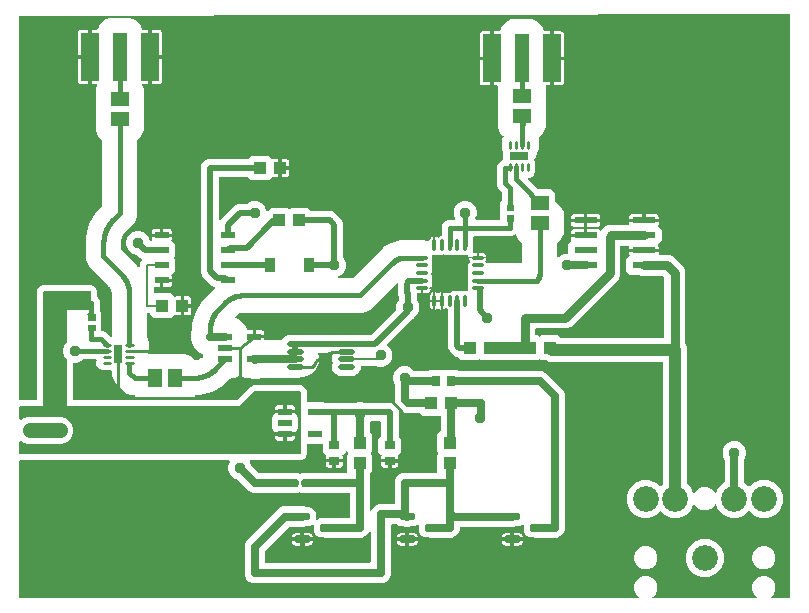
<source format=gbr>
G04 EAGLE Gerber RS-274X export*
G75*
%MOMM*%
%FSLAX34Y34*%
%LPD*%
%INTop Copper*%
%IPPOS*%
%AMOC8*
5,1,8,0,0,1.08239X$1,22.5*%
G01*
%ADD10R,0.700000X0.900000*%
%ADD11R,1.100000X1.000000*%
%ADD12R,0.910000X1.220000*%
%ADD13R,1.200000X0.600000*%
%ADD14C,2.184400*%
%ADD15R,1.000000X1.100000*%
%ADD16C,0.292500*%
%ADD17R,1.600000X0.800000*%
%ADD18C,0.470000*%
%ADD19C,0.320000*%
%ADD20R,3.100000X3.100000*%
%ADD21R,1.500000X1.300000*%
%ADD22C,0.075600*%
%ADD23R,0.800000X1.600000*%
%ADD24R,1.155700X0.620000*%
%ADD25R,1.300000X1.500000*%
%ADD26R,1.981200X0.558800*%
%ADD27R,1.524000X4.064000*%
%ADD28R,1.270000X4.064000*%
%ADD29C,0.300000*%
%ADD30R,0.900000X0.700000*%
%ADD31C,0.685800*%
%ADD32C,0.708384*%
%ADD33C,0.635000*%
%ADD34C,0.203200*%
%ADD35C,0.508000*%
%ADD36C,0.952500*%
%ADD37C,0.381000*%
%ADD38C,0.406400*%
%ADD39C,1.016000*%
%ADD40C,0.762000*%
%ADD41C,0.254000*%
%ADD42C,1.270000*%

G36*
X527848Y3822D02*
X527848Y3822D01*
X527919Y3824D01*
X527968Y3842D01*
X528020Y3850D01*
X528083Y3884D01*
X528150Y3909D01*
X528191Y3941D01*
X528237Y3966D01*
X528286Y4018D01*
X528342Y4062D01*
X528371Y4106D01*
X528407Y4144D01*
X528437Y4209D01*
X528475Y4269D01*
X528488Y4320D01*
X528510Y4367D01*
X528518Y4438D01*
X528536Y4508D01*
X528531Y4560D01*
X528537Y4611D01*
X528522Y4682D01*
X528516Y4753D01*
X528496Y4801D01*
X528485Y4852D01*
X528448Y4913D01*
X528420Y4979D01*
X528375Y5035D01*
X528359Y5063D01*
X528341Y5078D01*
X528315Y5110D01*
X525883Y7543D01*
X524389Y11149D01*
X524389Y15051D01*
X525883Y18657D01*
X528643Y21417D01*
X532249Y22911D01*
X536151Y22911D01*
X539757Y21417D01*
X542517Y18657D01*
X544011Y15051D01*
X544011Y11149D01*
X542517Y7543D01*
X540085Y5110D01*
X540043Y5052D01*
X539993Y5000D01*
X539972Y4953D01*
X539941Y4911D01*
X539920Y4842D01*
X539890Y4777D01*
X539884Y4725D01*
X539869Y4675D01*
X539871Y4604D01*
X539863Y4533D01*
X539874Y4482D01*
X539875Y4430D01*
X539900Y4362D01*
X539915Y4292D01*
X539942Y4247D01*
X539960Y4199D01*
X540004Y4143D01*
X540041Y4081D01*
X540081Y4047D01*
X540113Y4007D01*
X540174Y3968D01*
X540228Y3921D01*
X540276Y3902D01*
X540320Y3874D01*
X540390Y3856D01*
X540456Y3829D01*
X540528Y3821D01*
X540559Y3813D01*
X540582Y3815D01*
X540623Y3811D01*
X627777Y3811D01*
X627848Y3822D01*
X627919Y3824D01*
X627968Y3842D01*
X628020Y3850D01*
X628083Y3884D01*
X628150Y3909D01*
X628191Y3941D01*
X628237Y3966D01*
X628286Y4018D01*
X628342Y4062D01*
X628371Y4106D01*
X628407Y4144D01*
X628437Y4209D01*
X628475Y4269D01*
X628488Y4320D01*
X628510Y4367D01*
X628518Y4438D01*
X628536Y4508D01*
X628531Y4560D01*
X628537Y4611D01*
X628522Y4682D01*
X628516Y4753D01*
X628496Y4801D01*
X628485Y4852D01*
X628448Y4913D01*
X628420Y4979D01*
X628375Y5035D01*
X628359Y5063D01*
X628341Y5078D01*
X628315Y5110D01*
X625883Y7543D01*
X624389Y11149D01*
X624389Y15051D01*
X625883Y18657D01*
X628643Y21417D01*
X632249Y22911D01*
X636151Y22911D01*
X639757Y21417D01*
X642517Y18657D01*
X644011Y15051D01*
X644011Y11149D01*
X642517Y7543D01*
X640085Y5110D01*
X640043Y5052D01*
X639993Y5000D01*
X639972Y4953D01*
X639941Y4911D01*
X639920Y4842D01*
X639890Y4777D01*
X639884Y4725D01*
X639869Y4675D01*
X639871Y4604D01*
X639863Y4533D01*
X639874Y4482D01*
X639875Y4430D01*
X639900Y4362D01*
X639915Y4292D01*
X639942Y4247D01*
X639960Y4199D01*
X640004Y4143D01*
X640041Y4081D01*
X640081Y4047D01*
X640113Y4007D01*
X640174Y3968D01*
X640228Y3921D01*
X640276Y3902D01*
X640320Y3874D01*
X640390Y3856D01*
X640456Y3829D01*
X640528Y3821D01*
X640559Y3813D01*
X640582Y3815D01*
X640623Y3811D01*
X655628Y3811D01*
X655648Y3814D01*
X655667Y3812D01*
X655769Y3834D01*
X655871Y3850D01*
X655888Y3860D01*
X655908Y3864D01*
X655997Y3917D01*
X656088Y3966D01*
X656102Y3980D01*
X656119Y3990D01*
X656186Y4069D01*
X656258Y4144D01*
X656266Y4162D01*
X656279Y4177D01*
X656318Y4273D01*
X656361Y4367D01*
X656363Y4387D01*
X656371Y4405D01*
X656389Y4572D01*
X656389Y497579D01*
X656386Y497600D01*
X656388Y497620D01*
X656366Y497721D01*
X656350Y497822D01*
X656340Y497840D01*
X656335Y497860D01*
X656282Y497949D01*
X656234Y498039D01*
X656220Y498054D01*
X656209Y498071D01*
X656130Y498138D01*
X656056Y498209D01*
X656037Y498217D01*
X656022Y498231D01*
X655926Y498269D01*
X655833Y498312D01*
X655813Y498315D01*
X655793Y498322D01*
X655627Y498340D01*
X4571Y497088D01*
X4552Y497085D01*
X4533Y497087D01*
X4431Y497065D01*
X4328Y497048D01*
X4311Y497039D01*
X4292Y497035D01*
X4203Y496981D01*
X4111Y496932D01*
X4098Y496918D01*
X4081Y496909D01*
X4013Y496829D01*
X3942Y496754D01*
X3934Y496736D01*
X3921Y496722D01*
X3882Y496625D01*
X3838Y496530D01*
X3836Y496511D01*
X3829Y496494D01*
X3811Y496327D01*
X3811Y172212D01*
X3814Y172192D01*
X3812Y172173D01*
X3834Y172071D01*
X3850Y171969D01*
X3860Y171952D01*
X3864Y171932D01*
X3917Y171843D01*
X3966Y171752D01*
X3980Y171738D01*
X3990Y171721D01*
X4069Y171654D01*
X4144Y171582D01*
X4162Y171574D01*
X4177Y171561D01*
X4273Y171522D01*
X4367Y171479D01*
X4387Y171477D01*
X4405Y171469D01*
X4572Y171451D01*
X18288Y171451D01*
X18308Y171454D01*
X18327Y171452D01*
X18429Y171474D01*
X18531Y171490D01*
X18548Y171500D01*
X18568Y171504D01*
X18657Y171557D01*
X18748Y171606D01*
X18762Y171620D01*
X18779Y171630D01*
X18846Y171709D01*
X18918Y171784D01*
X18926Y171802D01*
X18939Y171817D01*
X18978Y171913D01*
X19021Y172007D01*
X19023Y172027D01*
X19031Y172045D01*
X19049Y172212D01*
X19049Y264153D01*
X20016Y266487D01*
X21803Y268274D01*
X24137Y269241D01*
X64763Y269241D01*
X67097Y268274D01*
X68884Y266487D01*
X69851Y264153D01*
X69851Y259114D01*
X69865Y259024D01*
X69873Y258933D01*
X69885Y258903D01*
X69890Y258871D01*
X69933Y258790D01*
X69969Y258707D01*
X69995Y258674D01*
X70006Y258654D01*
X70029Y258632D01*
X70074Y258576D01*
X70692Y257957D01*
X71756Y255390D01*
X71756Y248083D01*
X71770Y247993D01*
X71778Y247902D01*
X71790Y247873D01*
X71795Y247841D01*
X71838Y247760D01*
X71874Y247676D01*
X71900Y247644D01*
X71911Y247623D01*
X71934Y247601D01*
X71979Y247545D01*
X72170Y247354D01*
X73001Y245348D01*
X73001Y238532D01*
X72690Y237781D01*
X72680Y237742D01*
X72670Y237719D01*
X72666Y237684D01*
X72641Y237606D01*
X72641Y237573D01*
X72634Y237542D01*
X72642Y237451D01*
X72643Y237360D01*
X72654Y237320D01*
X72657Y237297D01*
X72670Y237268D01*
X72690Y237199D01*
X73001Y236448D01*
X73001Y231267D01*
X73004Y231247D01*
X73002Y231228D01*
X73024Y231126D01*
X73040Y231024D01*
X73050Y231007D01*
X73054Y230987D01*
X73107Y230898D01*
X73156Y230807D01*
X73170Y230793D01*
X73180Y230776D01*
X73259Y230709D01*
X73334Y230637D01*
X73352Y230629D01*
X73367Y230616D01*
X73463Y230577D01*
X73557Y230534D01*
X73577Y230532D01*
X73595Y230524D01*
X73762Y230506D01*
X74363Y230506D01*
X76930Y229442D01*
X80891Y225481D01*
X80929Y225454D01*
X80960Y225420D01*
X81028Y225383D01*
X81091Y225338D01*
X81135Y225324D01*
X81175Y225302D01*
X81252Y225288D01*
X81326Y225265D01*
X81372Y225266D01*
X81417Y225258D01*
X81494Y225270D01*
X81572Y225272D01*
X81615Y225287D01*
X81660Y225294D01*
X81730Y225329D01*
X81803Y225356D01*
X81839Y225385D01*
X81880Y225405D01*
X81934Y225461D01*
X81995Y225510D01*
X82020Y225548D01*
X82052Y225581D01*
X82118Y225701D01*
X82128Y225717D01*
X82129Y225721D01*
X82133Y225728D01*
X82296Y226123D01*
X82311Y226186D01*
X82336Y226247D01*
X82345Y226330D01*
X82352Y226362D01*
X82351Y226381D01*
X82354Y226414D01*
X82354Y260692D01*
X82351Y260710D01*
X82353Y260742D01*
X82268Y262035D01*
X82263Y262058D01*
X82244Y262182D01*
X81574Y264680D01*
X81568Y264694D01*
X81566Y264710D01*
X81498Y264863D01*
X80205Y267103D01*
X80190Y267121D01*
X80118Y267224D01*
X79264Y268198D01*
X79249Y268210D01*
X79230Y268235D01*
X62440Y285025D01*
X60197Y290439D01*
X60197Y309767D01*
X63228Y321077D01*
X69082Y331217D01*
X71043Y333178D01*
X73944Y336080D01*
X73997Y336153D01*
X74057Y336223D01*
X74069Y336253D01*
X74088Y336279D01*
X74115Y336366D01*
X74149Y336451D01*
X74153Y336492D01*
X74160Y336514D01*
X74159Y336547D01*
X74167Y336618D01*
X74167Y391786D01*
X74153Y391876D01*
X74145Y391967D01*
X74133Y391997D01*
X74128Y392029D01*
X74085Y392109D01*
X74049Y392193D01*
X74023Y392225D01*
X74012Y392246D01*
X73989Y392268D01*
X73944Y392324D01*
X70633Y395636D01*
X68699Y400304D01*
X68699Y435356D01*
X69946Y438367D01*
X69957Y438411D01*
X69976Y438453D01*
X69985Y438530D01*
X70002Y438606D01*
X69998Y438652D01*
X70003Y438697D01*
X69987Y438774D01*
X69979Y438851D01*
X69961Y438893D01*
X69951Y438938D01*
X69911Y439005D01*
X69879Y439076D01*
X69848Y439110D01*
X69825Y439149D01*
X69766Y439200D01*
X69713Y439257D01*
X69673Y439279D01*
X69638Y439309D01*
X69566Y439338D01*
X69497Y439375D01*
X69452Y439384D01*
X69410Y439401D01*
X69274Y439416D01*
X69255Y439419D01*
X69250Y439418D01*
X69243Y439419D01*
X65023Y439419D01*
X65023Y461518D01*
X65020Y461538D01*
X65022Y461557D01*
X65000Y461659D01*
X64983Y461761D01*
X64974Y461778D01*
X64970Y461798D01*
X64917Y461887D01*
X64868Y461978D01*
X64854Y461992D01*
X64844Y462009D01*
X64765Y462076D01*
X64690Y462147D01*
X64672Y462156D01*
X64657Y462169D01*
X64561Y462208D01*
X64467Y462251D01*
X64447Y462253D01*
X64429Y462261D01*
X64262Y462279D01*
X63499Y462279D01*
X63499Y462281D01*
X64262Y462281D01*
X64282Y462284D01*
X64301Y462282D01*
X64403Y462304D01*
X64505Y462321D01*
X64522Y462330D01*
X64542Y462334D01*
X64631Y462387D01*
X64722Y462436D01*
X64736Y462450D01*
X64753Y462460D01*
X64820Y462539D01*
X64891Y462614D01*
X64900Y462632D01*
X64913Y462647D01*
X64952Y462743D01*
X64995Y462837D01*
X64997Y462857D01*
X65005Y462875D01*
X65023Y463042D01*
X65023Y485141D01*
X69347Y485141D01*
X69461Y485160D01*
X69578Y485177D01*
X69583Y485179D01*
X69589Y485180D01*
X69692Y485235D01*
X69797Y485288D01*
X69801Y485293D01*
X69807Y485296D01*
X69887Y485380D01*
X69969Y485464D01*
X69973Y485470D01*
X69976Y485474D01*
X69984Y485491D01*
X70050Y485611D01*
X71783Y489794D01*
X75356Y493367D01*
X80024Y495301D01*
X97776Y495301D01*
X102444Y493367D01*
X106017Y489794D01*
X107750Y485611D01*
X107812Y485511D01*
X107872Y485411D01*
X107876Y485407D01*
X107880Y485402D01*
X107969Y485327D01*
X108059Y485251D01*
X108064Y485249D01*
X108069Y485245D01*
X108177Y485203D01*
X108287Y485159D01*
X108294Y485158D01*
X108299Y485157D01*
X108317Y485156D01*
X108453Y485141D01*
X112777Y485141D01*
X112777Y463042D01*
X112780Y463022D01*
X112778Y463003D01*
X112800Y462901D01*
X112817Y462799D01*
X112826Y462782D01*
X112830Y462762D01*
X112883Y462673D01*
X112932Y462582D01*
X112946Y462568D01*
X112956Y462551D01*
X113035Y462484D01*
X113110Y462413D01*
X113128Y462404D01*
X113143Y462391D01*
X113239Y462352D01*
X113333Y462309D01*
X113353Y462307D01*
X113371Y462299D01*
X113538Y462281D01*
X114301Y462281D01*
X114301Y462279D01*
X113538Y462279D01*
X113518Y462276D01*
X113499Y462278D01*
X113397Y462256D01*
X113295Y462239D01*
X113278Y462230D01*
X113258Y462226D01*
X113169Y462173D01*
X113078Y462124D01*
X113064Y462110D01*
X113047Y462100D01*
X112980Y462021D01*
X112909Y461946D01*
X112900Y461928D01*
X112887Y461913D01*
X112848Y461817D01*
X112805Y461723D01*
X112803Y461703D01*
X112795Y461685D01*
X112777Y461518D01*
X112777Y439419D01*
X108557Y439419D01*
X108512Y439412D01*
X108466Y439414D01*
X108391Y439392D01*
X108314Y439380D01*
X108274Y439358D01*
X108230Y439345D01*
X108166Y439301D01*
X108097Y439264D01*
X108065Y439231D01*
X108028Y439205D01*
X107981Y439143D01*
X107928Y439086D01*
X107908Y439044D01*
X107881Y439008D01*
X107857Y438934D01*
X107824Y438863D01*
X107819Y438817D01*
X107805Y438774D01*
X107805Y438696D01*
X107797Y438619D01*
X107807Y438574D01*
X107807Y438528D01*
X107845Y438396D01*
X107849Y438378D01*
X107852Y438374D01*
X107854Y438367D01*
X109101Y435356D01*
X109101Y400304D01*
X107167Y395636D01*
X103856Y392324D01*
X103803Y392250D01*
X103743Y392181D01*
X103731Y392151D01*
X103712Y392124D01*
X103685Y392037D01*
X103651Y391953D01*
X103647Y391912D01*
X103640Y391889D01*
X103641Y391857D01*
X103633Y391786D01*
X103633Y327269D01*
X101390Y321855D01*
X94057Y314522D01*
X94046Y314506D01*
X94023Y314485D01*
X92795Y313085D01*
X92782Y313065D01*
X92708Y312964D01*
X90849Y309744D01*
X90843Y309729D01*
X90834Y309716D01*
X90773Y309560D01*
X89811Y305969D01*
X89808Y305945D01*
X89786Y305822D01*
X89664Y303963D01*
X89666Y303944D01*
X89663Y303913D01*
X89663Y299788D01*
X89677Y299698D01*
X89685Y299607D01*
X89697Y299577D01*
X89702Y299545D01*
X89745Y299464D01*
X89781Y299381D01*
X89807Y299348D01*
X89818Y299328D01*
X89841Y299306D01*
X89886Y299250D01*
X102244Y286891D01*
X103801Y285334D01*
X104243Y284569D01*
X104273Y284532D01*
X104296Y284490D01*
X104351Y284438D01*
X104399Y284379D01*
X104439Y284353D01*
X104474Y284320D01*
X104543Y284288D01*
X104607Y284248D01*
X104654Y284237D01*
X104697Y284217D01*
X104772Y284208D01*
X104846Y284191D01*
X104894Y284195D01*
X104941Y284190D01*
X105016Y284206D01*
X105091Y284212D01*
X105135Y284232D01*
X105182Y284242D01*
X105247Y284281D01*
X105316Y284311D01*
X105352Y284343D01*
X105393Y284368D01*
X105442Y284426D01*
X105498Y284477D01*
X105522Y284518D01*
X105553Y284555D01*
X105581Y284625D01*
X105618Y284691D01*
X105627Y284739D01*
X105645Y284783D01*
X105659Y284911D01*
X105663Y284933D01*
X105662Y284940D01*
X105663Y284950D01*
X105663Y286963D01*
X106591Y289204D01*
X107671Y290283D01*
X107697Y290320D01*
X107731Y290351D01*
X107769Y290419D01*
X107814Y290482D01*
X107828Y290526D01*
X107850Y290566D01*
X107864Y290643D01*
X107886Y290717D01*
X107885Y290763D01*
X107893Y290808D01*
X107882Y290885D01*
X107880Y290963D01*
X107864Y291006D01*
X107858Y291052D01*
X107822Y291121D01*
X107796Y291194D01*
X107767Y291230D01*
X107746Y291271D01*
X107691Y291326D01*
X107642Y291386D01*
X107603Y291411D01*
X107571Y291443D01*
X107451Y291509D01*
X107435Y291519D01*
X107430Y291521D01*
X107424Y291524D01*
X106300Y291989D01*
X103556Y294734D01*
X103482Y294787D01*
X103412Y294846D01*
X103382Y294858D01*
X103356Y294877D01*
X103269Y294904D01*
X103184Y294938D01*
X103143Y294943D01*
X103121Y294950D01*
X103089Y294949D01*
X103018Y294957D01*
X102309Y294957D01*
X98691Y296455D01*
X95922Y299224D01*
X94424Y302842D01*
X94424Y306758D01*
X95922Y310376D01*
X98691Y313145D01*
X102309Y314643D01*
X106225Y314643D01*
X109843Y313145D01*
X112612Y310376D01*
X114128Y306715D01*
X114133Y306691D01*
X114150Y306589D01*
X114159Y306572D01*
X114164Y306552D01*
X114217Y306463D01*
X114265Y306372D01*
X114279Y306358D01*
X114290Y306341D01*
X114368Y306274D01*
X114443Y306202D01*
X114461Y306194D01*
X114477Y306181D01*
X114573Y306142D01*
X114666Y306099D01*
X114686Y306097D01*
X114705Y306089D01*
X114871Y306071D01*
X115348Y306071D01*
X115442Y306086D01*
X115537Y306095D01*
X115563Y306106D01*
X115591Y306110D01*
X115675Y306155D01*
X115763Y306193D01*
X115783Y306212D01*
X115808Y306226D01*
X115874Y306295D01*
X115945Y306359D01*
X115958Y306383D01*
X115978Y306404D01*
X116018Y306490D01*
X116064Y306574D01*
X116069Y306601D01*
X116081Y306627D01*
X116092Y306722D01*
X116109Y306816D01*
X116105Y306843D01*
X116108Y306871D01*
X116088Y306965D01*
X116075Y307059D01*
X116061Y307091D01*
X116056Y307112D01*
X116041Y307137D01*
X115859Y307816D01*
X115859Y309651D01*
X123662Y309651D01*
X123681Y309654D01*
X123701Y309652D01*
X123803Y309674D01*
X123905Y309690D01*
X123922Y309700D01*
X123942Y309704D01*
X124031Y309757D01*
X124122Y309806D01*
X124136Y309820D01*
X124153Y309830D01*
X124220Y309909D01*
X124291Y309984D01*
X124300Y310002D01*
X124313Y310017D01*
X124351Y310113D01*
X124395Y310207D01*
X124397Y310227D01*
X124404Y310245D01*
X124417Y310169D01*
X124426Y310152D01*
X124430Y310132D01*
X124483Y310043D01*
X124532Y309952D01*
X124546Y309938D01*
X124556Y309921D01*
X124635Y309854D01*
X124710Y309782D01*
X124728Y309774D01*
X124743Y309761D01*
X124840Y309722D01*
X124933Y309679D01*
X124953Y309677D01*
X124971Y309669D01*
X125138Y309651D01*
X132941Y309651D01*
X132941Y307816D01*
X132768Y307169D01*
X132730Y307104D01*
X132714Y307063D01*
X132690Y307026D01*
X132671Y306948D01*
X132643Y306874D01*
X132641Y306830D01*
X132630Y306787D01*
X132637Y306708D01*
X132634Y306628D01*
X132646Y306586D01*
X132649Y306542D01*
X132681Y306469D01*
X132703Y306392D01*
X132729Y306356D01*
X132746Y306316D01*
X132837Y306202D01*
X132845Y306191D01*
X132847Y306189D01*
X132851Y306185D01*
X135481Y303555D01*
X135481Y293345D01*
X134774Y292638D01*
X134762Y292622D01*
X134746Y292610D01*
X134690Y292522D01*
X134630Y292439D01*
X134624Y292420D01*
X134613Y292403D01*
X134588Y292302D01*
X134558Y292203D01*
X134558Y292184D01*
X134553Y292164D01*
X134561Y292061D01*
X134564Y291958D01*
X134571Y291939D01*
X134572Y291919D01*
X134613Y291824D01*
X134648Y291727D01*
X134661Y291711D01*
X134669Y291693D01*
X134774Y291562D01*
X135481Y290855D01*
X135481Y280645D01*
X132851Y278015D01*
X132825Y277980D01*
X132793Y277950D01*
X132754Y277880D01*
X132707Y277816D01*
X132694Y277774D01*
X132673Y277735D01*
X132658Y277657D01*
X132635Y277581D01*
X132636Y277537D01*
X132628Y277494D01*
X132639Y277415D01*
X132641Y277335D01*
X132656Y277293D01*
X132662Y277250D01*
X132721Y277117D01*
X132725Y277104D01*
X132728Y277101D01*
X132730Y277096D01*
X132768Y277031D01*
X132941Y276384D01*
X132941Y274549D01*
X125138Y274549D01*
X125119Y274546D01*
X125099Y274548D01*
X124997Y274526D01*
X124895Y274510D01*
X124878Y274500D01*
X124858Y274496D01*
X124769Y274443D01*
X124678Y274394D01*
X124664Y274380D01*
X124647Y274370D01*
X124580Y274291D01*
X124509Y274216D01*
X124500Y274198D01*
X124487Y274183D01*
X124449Y274087D01*
X124405Y273993D01*
X124403Y273973D01*
X124395Y273955D01*
X124377Y273788D01*
X124377Y273073D01*
X123662Y273073D01*
X123642Y273070D01*
X123622Y273072D01*
X123521Y273050D01*
X123419Y273033D01*
X123402Y273024D01*
X123382Y273020D01*
X123293Y272967D01*
X123202Y272918D01*
X123188Y272904D01*
X123171Y272894D01*
X123104Y272815D01*
X123032Y272740D01*
X123024Y272722D01*
X123011Y272707D01*
X122972Y272610D01*
X122929Y272517D01*
X122927Y272497D01*
X122919Y272479D01*
X122901Y272312D01*
X122901Y267509D01*
X118618Y267509D01*
X118598Y267506D01*
X118579Y267508D01*
X118477Y267486D01*
X118375Y267470D01*
X118358Y267460D01*
X118338Y267456D01*
X118249Y267403D01*
X118158Y267354D01*
X118144Y267340D01*
X118127Y267330D01*
X118060Y267251D01*
X117988Y267176D01*
X117980Y267158D01*
X117967Y267143D01*
X117928Y267046D01*
X117885Y266953D01*
X117883Y266933D01*
X117875Y266915D01*
X117857Y266748D01*
X117857Y262802D01*
X117860Y262782D01*
X117858Y262763D01*
X117880Y262661D01*
X117896Y262559D01*
X117906Y262542D01*
X117910Y262522D01*
X117963Y262433D01*
X118012Y262342D01*
X118026Y262328D01*
X118036Y262311D01*
X118115Y262244D01*
X118190Y262172D01*
X118208Y262164D01*
X118223Y262151D01*
X118319Y262112D01*
X118413Y262069D01*
X118433Y262067D01*
X118451Y262059D01*
X118618Y262041D01*
X131955Y262041D01*
X134694Y259301D01*
X134730Y259275D01*
X134760Y259243D01*
X134829Y259204D01*
X134894Y259157D01*
X134936Y259144D01*
X134974Y259123D01*
X135053Y259108D01*
X135129Y259085D01*
X135173Y259086D01*
X135216Y259078D01*
X135295Y259089D01*
X135375Y259091D01*
X135416Y259106D01*
X135460Y259112D01*
X135593Y259171D01*
X135606Y259176D01*
X135609Y259178D01*
X135613Y259180D01*
X135869Y259328D01*
X136516Y259501D01*
X140327Y259501D01*
X140327Y252222D01*
X140330Y252202D01*
X140328Y252183D01*
X140350Y252081D01*
X140367Y251979D01*
X140376Y251962D01*
X140380Y251942D01*
X140433Y251853D01*
X140482Y251762D01*
X140496Y251748D01*
X140506Y251731D01*
X140585Y251664D01*
X140660Y251593D01*
X140678Y251584D01*
X140693Y251571D01*
X140789Y251532D01*
X140883Y251489D01*
X140903Y251487D01*
X140921Y251479D01*
X141088Y251461D01*
X141851Y251461D01*
X141851Y251459D01*
X141088Y251459D01*
X141068Y251456D01*
X141049Y251458D01*
X140947Y251436D01*
X140845Y251419D01*
X140828Y251410D01*
X140808Y251406D01*
X140719Y251353D01*
X140628Y251304D01*
X140614Y251290D01*
X140597Y251280D01*
X140530Y251201D01*
X140459Y251126D01*
X140450Y251108D01*
X140437Y251093D01*
X140398Y250997D01*
X140355Y250903D01*
X140353Y250883D01*
X140345Y250865D01*
X140327Y250698D01*
X140327Y243419D01*
X136516Y243419D01*
X135869Y243592D01*
X135613Y243740D01*
X135572Y243756D01*
X135535Y243779D01*
X135458Y243799D01*
X135383Y243827D01*
X135339Y243829D01*
X135297Y243839D01*
X135217Y243833D01*
X135138Y243836D01*
X135095Y243824D01*
X135052Y243820D01*
X134978Y243789D01*
X134902Y243766D01*
X134866Y243741D01*
X134825Y243724D01*
X134712Y243633D01*
X134700Y243625D01*
X134698Y243622D01*
X134694Y243619D01*
X131955Y240879D01*
X117745Y240879D01*
X114769Y243855D01*
X114769Y244602D01*
X114766Y244622D01*
X114768Y244641D01*
X114746Y244743D01*
X114730Y244845D01*
X114720Y244862D01*
X114716Y244882D01*
X114663Y244971D01*
X114614Y245062D01*
X114600Y245076D01*
X114590Y245093D01*
X114511Y245160D01*
X114436Y245232D01*
X114418Y245240D01*
X114403Y245253D01*
X114307Y245292D01*
X114213Y245335D01*
X114193Y245337D01*
X114175Y245345D01*
X114008Y245363D01*
X112581Y245363D01*
X112561Y245360D01*
X112542Y245362D01*
X112440Y245340D01*
X112338Y245324D01*
X112321Y245314D01*
X112301Y245310D01*
X112212Y245257D01*
X112121Y245208D01*
X112107Y245194D01*
X112090Y245184D01*
X112023Y245105D01*
X111951Y245030D01*
X111943Y245012D01*
X111930Y244997D01*
X111891Y244901D01*
X111848Y244807D01*
X111846Y244787D01*
X111838Y244769D01*
X111820Y244602D01*
X111820Y226414D01*
X111830Y226349D01*
X111831Y226284D01*
X111854Y226204D01*
X111859Y226171D01*
X111869Y226154D01*
X111878Y226123D01*
X113943Y221137D01*
X113943Y215503D01*
X112390Y211753D01*
X112379Y211709D01*
X112360Y211667D01*
X112351Y211590D01*
X112333Y211514D01*
X112338Y211468D01*
X112333Y211423D01*
X112349Y211346D01*
X112357Y211269D01*
X112375Y211227D01*
X112385Y211182D01*
X112425Y211115D01*
X112457Y211044D01*
X112488Y211010D01*
X112511Y210971D01*
X112570Y210920D01*
X112623Y210863D01*
X112663Y210841D01*
X112698Y210811D01*
X112770Y210782D01*
X112838Y210745D01*
X112884Y210736D01*
X112926Y210719D01*
X113062Y210704D01*
X113081Y210701D01*
X113086Y210702D01*
X113093Y210701D01*
X144526Y210701D01*
X149194Y208767D01*
X152412Y205550D01*
X152467Y205510D01*
X152515Y205463D01*
X152566Y205439D01*
X152612Y205406D01*
X152676Y205386D01*
X152737Y205357D01*
X152793Y205350D01*
X152847Y205334D01*
X152914Y205335D01*
X152981Y205327D01*
X153060Y205339D01*
X153093Y205340D01*
X153112Y205347D01*
X153147Y205353D01*
X155611Y206013D01*
X155625Y206019D01*
X155641Y206021D01*
X155794Y206089D01*
X158034Y207382D01*
X158052Y207397D01*
X158155Y207469D01*
X159130Y208323D01*
X159141Y208338D01*
X159166Y208357D01*
X159342Y208533D01*
X159395Y208607D01*
X159454Y208676D01*
X159466Y208706D01*
X159485Y208733D01*
X159512Y208820D01*
X159546Y208905D01*
X159551Y208945D01*
X159558Y208968D01*
X159557Y209000D01*
X159565Y209071D01*
X159565Y210000D01*
X159546Y210115D01*
X159529Y210231D01*
X159526Y210237D01*
X159525Y210243D01*
X159471Y210346D01*
X159417Y210451D01*
X159413Y210455D01*
X159410Y210460D01*
X159326Y210540D01*
X159242Y210623D01*
X159235Y210626D01*
X159232Y210630D01*
X159215Y210638D01*
X159095Y210704D01*
X156107Y211941D01*
X151641Y216407D01*
X149224Y222242D01*
X149224Y228558D01*
X150309Y231177D01*
X150318Y231212D01*
X150321Y231219D01*
X150322Y231233D01*
X150324Y231241D01*
X150349Y231302D01*
X150358Y231385D01*
X150365Y231417D01*
X150364Y231436D01*
X150367Y231469D01*
X150367Y236063D01*
X153102Y246270D01*
X158386Y255421D01*
X159943Y256978D01*
X165203Y262238D01*
X167382Y264417D01*
X167382Y264418D01*
X169450Y266485D01*
X169477Y266522D01*
X169510Y266553D01*
X169548Y266622D01*
X169593Y266685D01*
X169607Y266729D01*
X169629Y266769D01*
X169643Y266846D01*
X169666Y266920D01*
X169665Y266966D01*
X169673Y267011D01*
X169661Y267088D01*
X169659Y267166D01*
X169644Y267209D01*
X169637Y267254D01*
X169602Y267324D01*
X169575Y267397D01*
X169546Y267433D01*
X169525Y267474D01*
X169470Y267528D01*
X169421Y267589D01*
X169383Y267614D01*
X169350Y267646D01*
X169230Y267712D01*
X169214Y267722D01*
X169210Y267723D01*
X169203Y267727D01*
X166927Y268669D01*
X158639Y276957D01*
X157479Y279758D01*
X157479Y369816D01*
X158639Y372617D01*
X160783Y374761D01*
X163584Y375921D01*
X197020Y375921D01*
X197110Y375935D01*
X197201Y375943D01*
X197231Y375955D01*
X197263Y375960D01*
X197344Y376003D01*
X197427Y376039D01*
X197460Y376065D01*
X197480Y376076D01*
X197502Y376099D01*
X197558Y376144D01*
X199795Y378381D01*
X215005Y378381D01*
X217449Y375936D01*
X217504Y375896D01*
X217553Y375849D01*
X217604Y375825D01*
X217649Y375792D01*
X217714Y375772D01*
X217775Y375743D01*
X217831Y375736D01*
X217884Y375720D01*
X217952Y375722D01*
X218019Y375713D01*
X218097Y375725D01*
X218130Y375726D01*
X218150Y375733D01*
X218185Y375739D01*
X218566Y375841D01*
X222877Y375841D01*
X222877Y369062D01*
X222880Y369042D01*
X222878Y369023D01*
X222900Y368921D01*
X222917Y368819D01*
X222926Y368802D01*
X222930Y368782D01*
X222983Y368693D01*
X223032Y368602D01*
X223046Y368588D01*
X223056Y368571D01*
X223135Y368504D01*
X223210Y368433D01*
X223228Y368424D01*
X223243Y368411D01*
X223339Y368372D01*
X223433Y368329D01*
X223453Y368327D01*
X223471Y368319D01*
X223638Y368301D01*
X224401Y368301D01*
X224401Y368299D01*
X223638Y368299D01*
X223618Y368296D01*
X223599Y368298D01*
X223497Y368276D01*
X223395Y368259D01*
X223378Y368250D01*
X223358Y368246D01*
X223269Y368193D01*
X223178Y368144D01*
X223164Y368130D01*
X223147Y368120D01*
X223080Y368041D01*
X223009Y367966D01*
X223000Y367948D01*
X222987Y367933D01*
X222948Y367837D01*
X222905Y367743D01*
X222903Y367723D01*
X222895Y367705D01*
X222877Y367538D01*
X222877Y360759D01*
X218566Y360759D01*
X218185Y360861D01*
X218117Y360868D01*
X218052Y360885D01*
X217996Y360880D01*
X217940Y360886D01*
X217874Y360871D01*
X217807Y360865D01*
X217755Y360843D01*
X217700Y360831D01*
X217643Y360796D01*
X217580Y360769D01*
X217519Y360720D01*
X217491Y360702D01*
X217477Y360686D01*
X217449Y360664D01*
X215005Y358219D01*
X199795Y358219D01*
X197558Y360456D01*
X197485Y360509D01*
X197415Y360569D01*
X197385Y360581D01*
X197359Y360600D01*
X197272Y360627D01*
X197187Y360661D01*
X197146Y360665D01*
X197124Y360672D01*
X197091Y360671D01*
X197020Y360679D01*
X173482Y360679D01*
X173462Y360676D01*
X173443Y360678D01*
X173341Y360656D01*
X173239Y360640D01*
X173222Y360630D01*
X173202Y360626D01*
X173113Y360573D01*
X173022Y360524D01*
X173008Y360510D01*
X172991Y360500D01*
X172924Y360421D01*
X172852Y360346D01*
X172844Y360328D01*
X172831Y360313D01*
X172792Y360217D01*
X172749Y360123D01*
X172747Y360103D01*
X172739Y360085D01*
X172721Y359918D01*
X172721Y325036D01*
X172722Y325025D01*
X172722Y325019D01*
X172729Y324986D01*
X172732Y324965D01*
X172734Y324893D01*
X172752Y324844D01*
X172760Y324793D01*
X172794Y324730D01*
X172819Y324662D01*
X172851Y324622D01*
X172876Y324576D01*
X172928Y324526D01*
X172972Y324470D01*
X173016Y324442D01*
X173054Y324406D01*
X173119Y324376D01*
X173179Y324337D01*
X173230Y324325D01*
X173277Y324303D01*
X173348Y324295D01*
X173418Y324277D01*
X173470Y324281D01*
X173521Y324276D01*
X173592Y324291D01*
X173663Y324296D01*
X173711Y324317D01*
X173762Y324328D01*
X173823Y324365D01*
X173889Y324393D01*
X173945Y324438D01*
X173973Y324454D01*
X173988Y324472D01*
X174020Y324498D01*
X183932Y334410D01*
X186183Y336661D01*
X188984Y337821D01*
X196585Y337821D01*
X196675Y337835D01*
X196766Y337843D01*
X196796Y337855D01*
X196828Y337860D01*
X196908Y337903D01*
X196992Y337939D01*
X197025Y337965D01*
X197045Y337976D01*
X197067Y337999D01*
X197123Y338044D01*
X197624Y338545D01*
X201242Y340043D01*
X205158Y340043D01*
X208776Y338545D01*
X211545Y335776D01*
X213043Y332157D01*
X213068Y332118D01*
X213083Y332075D01*
X213132Y332014D01*
X213173Y331948D01*
X213208Y331919D01*
X213237Y331883D01*
X213303Y331841D01*
X213363Y331791D01*
X213405Y331775D01*
X213444Y331750D01*
X213520Y331731D01*
X213592Y331703D01*
X213638Y331701D01*
X213683Y331690D01*
X213760Y331696D01*
X213838Y331693D01*
X213882Y331706D01*
X213928Y331709D01*
X213999Y331740D01*
X214074Y331761D01*
X214112Y331788D01*
X214154Y331805D01*
X214261Y331891D01*
X214276Y331902D01*
X214279Y331906D01*
X214285Y331910D01*
X216805Y334431D01*
X231015Y334431D01*
X231872Y333574D01*
X231888Y333562D01*
X231900Y333546D01*
X231988Y333490D01*
X232071Y333430D01*
X232090Y333424D01*
X232107Y333413D01*
X232208Y333388D01*
X232307Y333358D01*
X232326Y333358D01*
X232346Y333353D01*
X232449Y333361D01*
X232552Y333364D01*
X232571Y333371D01*
X232591Y333372D01*
X232686Y333413D01*
X232783Y333448D01*
X232799Y333461D01*
X232817Y333469D01*
X232948Y333574D01*
X233805Y334431D01*
X248015Y334431D01*
X250752Y331694D01*
X250826Y331641D01*
X250895Y331581D01*
X250925Y331569D01*
X250951Y331550D01*
X251038Y331523D01*
X251123Y331489D01*
X251164Y331485D01*
X251186Y331478D01*
X251219Y331479D01*
X251290Y331471D01*
X268216Y331471D01*
X271017Y330311D01*
X276971Y324357D01*
X278131Y321556D01*
X278131Y292365D01*
X278145Y292275D01*
X278153Y292184D01*
X278165Y292154D01*
X278170Y292122D01*
X278213Y292042D01*
X278249Y291958D01*
X278275Y291926D01*
X278286Y291905D01*
X278309Y291883D01*
X278354Y291827D01*
X278855Y291326D01*
X280353Y287708D01*
X280353Y283792D01*
X278855Y280174D01*
X276086Y277405D01*
X274014Y276547D01*
X273931Y276496D01*
X273845Y276450D01*
X273827Y276431D01*
X273805Y276418D01*
X273743Y276343D01*
X273676Y276272D01*
X273665Y276248D01*
X273648Y276228D01*
X273613Y276137D01*
X273572Y276049D01*
X273570Y276023D01*
X273560Y275999D01*
X273556Y275901D01*
X273545Y275805D01*
X273551Y275779D01*
X273550Y275753D01*
X273577Y275659D01*
X273598Y275564D01*
X273611Y275542D01*
X273618Y275517D01*
X273674Y275437D01*
X273724Y275353D01*
X273744Y275336D01*
X273759Y275315D01*
X273837Y275256D01*
X273911Y275193D01*
X273935Y275183D01*
X273956Y275168D01*
X274048Y275138D01*
X274139Y275101D01*
X274171Y275098D01*
X274190Y275092D01*
X274223Y275092D01*
X274306Y275083D01*
X285682Y275083D01*
X285772Y275097D01*
X285863Y275105D01*
X285893Y275117D01*
X285925Y275122D01*
X286006Y275165D01*
X286089Y275201D01*
X286122Y275227D01*
X286142Y275238D01*
X286164Y275261D01*
X286220Y275306D01*
X311421Y300507D01*
X311422Y300507D01*
X312041Y301126D01*
X318896Y305084D01*
X326542Y307133D01*
X347608Y307133D01*
X348511Y306759D01*
X348574Y306744D01*
X348635Y306719D01*
X348718Y306710D01*
X348750Y306703D01*
X348769Y306704D01*
X348802Y306701D01*
X350521Y306701D01*
X350564Y306708D01*
X350608Y306706D01*
X350684Y306728D01*
X350763Y306740D01*
X350802Y306761D01*
X350844Y306773D01*
X350910Y306818D01*
X350981Y306856D01*
X351011Y306887D01*
X351047Y306912D01*
X351095Y306976D01*
X351150Y307034D01*
X351168Y307074D01*
X351195Y307109D01*
X351248Y307244D01*
X351254Y307257D01*
X351254Y307260D01*
X351256Y307265D01*
X351441Y307958D01*
X351987Y308902D01*
X352758Y309673D01*
X353702Y310218D01*
X354501Y310432D01*
X354501Y305701D01*
X354519Y305586D01*
X354537Y305470D01*
X354539Y305464D01*
X354540Y305458D01*
X354595Y305355D01*
X354648Y305251D01*
X354653Y305246D01*
X354656Y305240D01*
X354740Y305160D01*
X354824Y305078D01*
X354830Y305075D01*
X354834Y305071D01*
X354851Y305063D01*
X354970Y304997D01*
X355046Y304966D01*
X355091Y304955D01*
X355133Y304936D01*
X355210Y304927D01*
X355286Y304910D01*
X355332Y304914D01*
X355377Y304909D01*
X355453Y304925D01*
X355531Y304933D01*
X355573Y304951D01*
X355618Y304961D01*
X355685Y305001D01*
X355756Y305033D01*
X355789Y305064D01*
X355829Y305087D01*
X355879Y305146D01*
X355937Y305199D01*
X355959Y305239D01*
X355989Y305274D01*
X356018Y305346D01*
X356055Y305414D01*
X356064Y305460D01*
X356081Y305502D01*
X356096Y305638D01*
X356099Y305656D01*
X356098Y305661D01*
X356099Y305669D01*
X356099Y310432D01*
X356898Y310218D01*
X357842Y309673D01*
X358012Y309504D01*
X358028Y309492D01*
X358040Y309476D01*
X358128Y309420D01*
X358211Y309360D01*
X358231Y309354D01*
X358247Y309343D01*
X358348Y309318D01*
X358447Y309288D01*
X358467Y309288D01*
X358486Y309283D01*
X358589Y309291D01*
X358692Y309294D01*
X358711Y309301D01*
X358731Y309303D01*
X358826Y309343D01*
X358923Y309379D01*
X358939Y309391D01*
X358957Y309399D01*
X359088Y309504D01*
X359258Y309673D01*
X360202Y310218D01*
X360750Y310365D01*
X360790Y310383D01*
X360833Y310392D01*
X360901Y310433D01*
X360974Y310466D01*
X361006Y310496D01*
X361044Y310518D01*
X361096Y310579D01*
X361154Y310634D01*
X361175Y310672D01*
X361204Y310705D01*
X361234Y310780D01*
X361272Y310850D01*
X361279Y310893D01*
X361296Y310934D01*
X361312Y311078D01*
X361314Y311092D01*
X361314Y311095D01*
X361314Y311100D01*
X361314Y318890D01*
X362378Y321457D01*
X364343Y323422D01*
X366910Y324486D01*
X371873Y324486D01*
X371919Y324493D01*
X371965Y324491D01*
X372039Y324513D01*
X372116Y324525D01*
X372157Y324547D01*
X372201Y324560D01*
X372265Y324604D01*
X372334Y324641D01*
X372365Y324674D01*
X372403Y324700D01*
X372449Y324762D01*
X372503Y324819D01*
X372522Y324861D01*
X372550Y324897D01*
X372574Y324971D01*
X372607Y325042D01*
X372612Y325088D01*
X372626Y325131D01*
X372625Y325209D01*
X372634Y325286D01*
X372624Y325331D01*
X372623Y325377D01*
X372585Y325509D01*
X372581Y325527D01*
X372579Y325531D01*
X372577Y325538D01*
X371457Y328242D01*
X371457Y332158D01*
X372955Y335776D01*
X375724Y338545D01*
X379342Y340043D01*
X383258Y340043D01*
X386876Y338545D01*
X389645Y335776D01*
X391143Y332158D01*
X391143Y328242D01*
X390023Y325538D01*
X390013Y325494D01*
X389993Y325452D01*
X389985Y325375D01*
X389967Y325299D01*
X389971Y325253D01*
X389966Y325208D01*
X389983Y325131D01*
X389990Y325054D01*
X390009Y325012D01*
X390019Y324967D01*
X390059Y324900D01*
X390090Y324829D01*
X390121Y324795D01*
X390145Y324756D01*
X390204Y324705D01*
X390257Y324648D01*
X390297Y324626D01*
X390332Y324596D01*
X390404Y324567D01*
X390472Y324530D01*
X390517Y324521D01*
X390560Y324504D01*
X390696Y324489D01*
X390714Y324486D01*
X390719Y324487D01*
X390727Y324486D01*
X410108Y324486D01*
X410128Y324489D01*
X410147Y324487D01*
X410249Y324509D01*
X410351Y324525D01*
X410368Y324535D01*
X410388Y324539D01*
X410477Y324592D01*
X410568Y324641D01*
X410582Y324655D01*
X410599Y324665D01*
X410666Y324744D01*
X410738Y324819D01*
X410746Y324837D01*
X410759Y324852D01*
X410798Y324948D01*
X410841Y325042D01*
X410843Y325062D01*
X410851Y325080D01*
X410869Y325247D01*
X410869Y329158D01*
X411180Y329909D01*
X411201Y329997D01*
X411229Y330084D01*
X411229Y330117D01*
X411236Y330148D01*
X411228Y330239D01*
X411227Y330330D01*
X411216Y330370D01*
X411213Y330393D01*
X411200Y330422D01*
X411180Y330491D01*
X410869Y331242D01*
X410869Y338058D01*
X411700Y340064D01*
X411891Y340255D01*
X411944Y340329D01*
X412004Y340399D01*
X412016Y340429D01*
X412035Y340455D01*
X412062Y340542D01*
X412096Y340627D01*
X412100Y340668D01*
X412107Y340690D01*
X412106Y340722D01*
X412114Y340793D01*
X412114Y348108D01*
X412100Y348198D01*
X412092Y348289D01*
X412080Y348319D01*
X412075Y348351D01*
X412032Y348431D01*
X411996Y348515D01*
X411970Y348547D01*
X411959Y348568D01*
X411936Y348590D01*
X411891Y348646D01*
X409408Y351130D01*
X408344Y353697D01*
X408344Y369361D01*
X409408Y371929D01*
X411373Y373894D01*
X413104Y374611D01*
X413181Y374659D01*
X413263Y374700D01*
X413286Y374724D01*
X413313Y374741D01*
X413371Y374811D01*
X413435Y374876D01*
X413455Y374912D01*
X413470Y374930D01*
X413481Y374960D01*
X413516Y375023D01*
X413581Y375181D01*
X413596Y375245D01*
X413621Y375305D01*
X413630Y375388D01*
X413637Y375420D01*
X413636Y375440D01*
X413639Y375472D01*
X413639Y381448D01*
X413629Y381513D01*
X413628Y381578D01*
X413605Y381658D01*
X413600Y381691D01*
X413590Y381708D01*
X413581Y381739D01*
X412677Y383923D01*
X412677Y391911D01*
X413673Y394316D01*
X413724Y394367D01*
X413736Y394384D01*
X413752Y394396D01*
X413808Y394483D01*
X413868Y394567D01*
X413874Y394586D01*
X413885Y394603D01*
X413910Y394704D01*
X413940Y394802D01*
X413940Y394822D01*
X413945Y394842D01*
X413937Y394945D01*
X413934Y395048D01*
X413927Y395067D01*
X413926Y395087D01*
X413885Y395182D01*
X413850Y395279D01*
X413837Y395295D01*
X413829Y395313D01*
X413724Y395444D01*
X410993Y398176D01*
X409059Y402844D01*
X409059Y437388D01*
X409056Y437408D01*
X409058Y437427D01*
X409036Y437529D01*
X409020Y437631D01*
X409010Y437648D01*
X409006Y437668D01*
X408953Y437757D01*
X408904Y437848D01*
X408890Y437862D01*
X408880Y437879D01*
X408801Y437946D01*
X408726Y438018D01*
X408708Y438026D01*
X408693Y438039D01*
X408597Y438078D01*
X408503Y438121D01*
X408483Y438123D01*
X408465Y438131D01*
X408298Y438149D01*
X405383Y438149D01*
X405383Y460248D01*
X405380Y460268D01*
X405382Y460287D01*
X405360Y460389D01*
X405343Y460491D01*
X405334Y460508D01*
X405330Y460528D01*
X405277Y460617D01*
X405228Y460708D01*
X405214Y460722D01*
X405204Y460739D01*
X405125Y460806D01*
X405050Y460877D01*
X405032Y460886D01*
X405017Y460899D01*
X404921Y460938D01*
X404827Y460981D01*
X404807Y460983D01*
X404789Y460991D01*
X404622Y461009D01*
X403859Y461009D01*
X403859Y461011D01*
X404622Y461011D01*
X404642Y461014D01*
X404661Y461012D01*
X404763Y461034D01*
X404865Y461051D01*
X404882Y461060D01*
X404902Y461064D01*
X404991Y461117D01*
X405082Y461166D01*
X405096Y461180D01*
X405113Y461190D01*
X405180Y461269D01*
X405251Y461344D01*
X405260Y461362D01*
X405273Y461377D01*
X405312Y461473D01*
X405355Y461567D01*
X405357Y461587D01*
X405365Y461605D01*
X405383Y461772D01*
X405383Y483871D01*
X409707Y483871D01*
X409821Y483890D01*
X409938Y483907D01*
X409943Y483909D01*
X409949Y483910D01*
X410052Y483965D01*
X410157Y484018D01*
X410161Y484023D01*
X410167Y484026D01*
X410247Y484110D01*
X410329Y484194D01*
X410333Y484200D01*
X410336Y484204D01*
X410344Y484221D01*
X410410Y484341D01*
X412143Y488524D01*
X415716Y492097D01*
X420384Y494031D01*
X438136Y494031D01*
X442804Y492097D01*
X446377Y488524D01*
X448110Y484341D01*
X448172Y484241D01*
X448232Y484141D01*
X448236Y484137D01*
X448240Y484132D01*
X448329Y484057D01*
X448419Y483981D01*
X448424Y483979D01*
X448429Y483975D01*
X448537Y483933D01*
X448647Y483889D01*
X448654Y483888D01*
X448659Y483887D01*
X448677Y483886D01*
X448813Y483871D01*
X453137Y483871D01*
X453137Y461772D01*
X453140Y461752D01*
X453138Y461733D01*
X453160Y461631D01*
X453177Y461529D01*
X453186Y461512D01*
X453190Y461492D01*
X453243Y461403D01*
X453292Y461312D01*
X453306Y461298D01*
X453316Y461281D01*
X453395Y461214D01*
X453470Y461143D01*
X453488Y461134D01*
X453503Y461121D01*
X453599Y461082D01*
X453693Y461039D01*
X453713Y461037D01*
X453731Y461029D01*
X453898Y461011D01*
X454661Y461011D01*
X454661Y461009D01*
X453898Y461009D01*
X453878Y461006D01*
X453859Y461008D01*
X453757Y460986D01*
X453655Y460969D01*
X453638Y460960D01*
X453618Y460956D01*
X453529Y460903D01*
X453438Y460854D01*
X453424Y460840D01*
X453407Y460830D01*
X453340Y460751D01*
X453269Y460676D01*
X453260Y460658D01*
X453247Y460643D01*
X453208Y460547D01*
X453165Y460453D01*
X453163Y460433D01*
X453155Y460415D01*
X453137Y460248D01*
X453137Y438149D01*
X450222Y438149D01*
X450202Y438146D01*
X450183Y438148D01*
X450081Y438126D01*
X449979Y438110D01*
X449962Y438100D01*
X449942Y438096D01*
X449853Y438043D01*
X449762Y437994D01*
X449748Y437980D01*
X449731Y437970D01*
X449664Y437891D01*
X449592Y437816D01*
X449584Y437798D01*
X449571Y437783D01*
X449532Y437687D01*
X449489Y437593D01*
X449487Y437573D01*
X449479Y437555D01*
X449461Y437388D01*
X449461Y415686D01*
X449471Y415622D01*
X449472Y415556D01*
X449495Y415476D01*
X449500Y415443D01*
X449510Y415426D01*
X449519Y415395D01*
X449671Y415028D01*
X449671Y408712D01*
X449519Y408345D01*
X449504Y408281D01*
X449479Y408220D01*
X449470Y408138D01*
X449463Y408106D01*
X449464Y408086D01*
X449461Y408054D01*
X449461Y402844D01*
X447527Y398176D01*
X444176Y394824D01*
X444123Y394750D01*
X444063Y394681D01*
X444051Y394651D01*
X444032Y394624D01*
X444005Y394537D01*
X443971Y394453D01*
X443967Y394412D01*
X443960Y394389D01*
X443961Y394357D01*
X443953Y394286D01*
X443953Y384986D01*
X443441Y383751D01*
X443426Y383688D01*
X443402Y383627D01*
X443393Y383544D01*
X443385Y383512D01*
X443387Y383493D01*
X443383Y383460D01*
X443383Y382407D01*
X441227Y377202D01*
X440027Y376002D01*
X439959Y375907D01*
X439889Y375813D01*
X439887Y375807D01*
X439884Y375802D01*
X439849Y375691D01*
X439813Y375579D01*
X439813Y375573D01*
X439811Y375567D01*
X439814Y375450D01*
X439815Y375333D01*
X439818Y375326D01*
X439818Y375321D01*
X439824Y375304D01*
X439862Y375172D01*
X440763Y372997D01*
X440763Y365009D01*
X439767Y362604D01*
X437926Y360763D01*
X435522Y359767D01*
X435119Y359767D01*
X435048Y359756D01*
X434976Y359754D01*
X434927Y359736D01*
X434876Y359728D01*
X434812Y359694D01*
X434745Y359669D01*
X434704Y359637D01*
X434658Y359612D01*
X434609Y359560D01*
X434553Y359516D01*
X434525Y359472D01*
X434489Y359434D01*
X434459Y359369D01*
X434420Y359309D01*
X434407Y359258D01*
X434385Y359211D01*
X434378Y359140D01*
X434360Y359070D01*
X434364Y359018D01*
X434358Y358967D01*
X434374Y358896D01*
X434379Y358825D01*
X434400Y358777D01*
X434411Y358726D01*
X434447Y358665D01*
X434475Y358599D01*
X434520Y358543D01*
X434537Y358515D01*
X434554Y358500D01*
X434580Y358468D01*
X435147Y357901D01*
X442544Y350504D01*
X442618Y350451D01*
X442688Y350391D01*
X442718Y350379D01*
X442744Y350360D01*
X442831Y350333D01*
X442916Y350299D01*
X442957Y350295D01*
X442979Y350288D01*
X443011Y350289D01*
X443083Y350281D01*
X454105Y350281D01*
X457081Y347305D01*
X457081Y340351D01*
X457100Y340237D01*
X457117Y340120D01*
X457119Y340115D01*
X457120Y340109D01*
X457175Y340006D01*
X457228Y339901D01*
X457233Y339897D01*
X457236Y339891D01*
X457320Y339811D01*
X457404Y339729D01*
X457410Y339725D01*
X457414Y339722D01*
X457431Y339714D01*
X457551Y339648D01*
X459194Y338967D01*
X462767Y335394D01*
X464701Y330726D01*
X464701Y312674D01*
X462767Y308006D01*
X459456Y304694D01*
X459403Y304620D01*
X459343Y304551D01*
X459331Y304521D01*
X459312Y304494D01*
X459285Y304407D01*
X459251Y304323D01*
X459247Y304282D01*
X459240Y304259D01*
X459241Y304227D01*
X459233Y304156D01*
X459233Y293381D01*
X459244Y293310D01*
X459246Y293239D01*
X459264Y293190D01*
X459272Y293138D01*
X459306Y293075D01*
X459331Y293008D01*
X459363Y292967D01*
X459388Y292921D01*
X459440Y292871D01*
X459484Y292815D01*
X459528Y292787D01*
X459566Y292751D01*
X459631Y292721D01*
X459691Y292682D01*
X459742Y292670D01*
X459789Y292648D01*
X459860Y292640D01*
X459930Y292622D01*
X459982Y292626D01*
X460033Y292621D01*
X460104Y292636D01*
X460175Y292642D01*
X460223Y292662D01*
X460274Y292673D01*
X460335Y292710D01*
X460401Y292738D01*
X460457Y292783D01*
X460485Y292799D01*
X460500Y292817D01*
X460532Y292843D01*
X461784Y294095D01*
X465402Y295593D01*
X467614Y295593D01*
X467634Y295596D01*
X467653Y295594D01*
X467755Y295616D01*
X467857Y295633D01*
X467874Y295642D01*
X467894Y295647D01*
X467983Y295700D01*
X468074Y295748D01*
X468088Y295762D01*
X468105Y295773D01*
X468172Y295851D01*
X468244Y295926D01*
X468252Y295944D01*
X468265Y295960D01*
X468304Y296056D01*
X468347Y296149D01*
X468349Y296169D01*
X468357Y296188D01*
X468375Y296354D01*
X468375Y303349D01*
X471156Y306129D01*
X471182Y306165D01*
X471214Y306195D01*
X471253Y306265D01*
X471300Y306329D01*
X471313Y306371D01*
X471334Y306409D01*
X471349Y306488D01*
X471372Y306564D01*
X471371Y306608D01*
X471379Y306651D01*
X471368Y306730D01*
X471366Y306810D01*
X471351Y306851D01*
X471345Y306895D01*
X471286Y307028D01*
X471281Y307041D01*
X471279Y307044D01*
X471277Y307048D01*
X471088Y307375D01*
X470915Y308022D01*
X470915Y309754D01*
X482727Y309754D01*
X482746Y309757D01*
X482766Y309755D01*
X482868Y309777D01*
X482970Y309793D01*
X482987Y309803D01*
X483007Y309807D01*
X483096Y309860D01*
X483187Y309909D01*
X483201Y309923D01*
X483218Y309933D01*
X483285Y310012D01*
X483356Y310087D01*
X483365Y310105D01*
X483378Y310120D01*
X483416Y310216D01*
X483460Y310310D01*
X483462Y310330D01*
X483470Y310348D01*
X483488Y310515D01*
X483488Y311024D01*
X483997Y311024D01*
X484017Y311027D01*
X484036Y311025D01*
X484138Y311047D01*
X484240Y311064D01*
X484257Y311073D01*
X484277Y311077D01*
X484366Y311130D01*
X484457Y311179D01*
X484471Y311193D01*
X484488Y311203D01*
X484555Y311282D01*
X484627Y311357D01*
X484635Y311375D01*
X484648Y311390D01*
X484687Y311487D01*
X484730Y311580D01*
X484732Y311600D01*
X484740Y311618D01*
X484758Y311785D01*
X484758Y316485D01*
X493602Y316485D01*
X494249Y316312D01*
X494828Y315977D01*
X495301Y315504D01*
X495316Y315479D01*
X495392Y315386D01*
X495465Y315294D01*
X495469Y315291D01*
X495472Y315288D01*
X495572Y315225D01*
X495672Y315161D01*
X495676Y315160D01*
X495680Y315157D01*
X495796Y315129D01*
X495911Y315101D01*
X495915Y315101D01*
X495919Y315100D01*
X496039Y315111D01*
X496156Y315120D01*
X496160Y315121D01*
X496164Y315122D01*
X496274Y315170D01*
X496382Y315216D01*
X496386Y315219D01*
X496389Y315220D01*
X496399Y315230D01*
X496513Y315321D01*
X498717Y317524D01*
X499880Y318687D01*
X503147Y320041D01*
X519430Y320041D01*
X519450Y320044D01*
X519469Y320042D01*
X519571Y320064D01*
X519673Y320080D01*
X519690Y320090D01*
X519710Y320094D01*
X519799Y320147D01*
X519890Y320196D01*
X519904Y320210D01*
X519921Y320220D01*
X519988Y320299D01*
X520060Y320374D01*
X520068Y320392D01*
X520081Y320407D01*
X520120Y320503D01*
X520163Y320597D01*
X520165Y320617D01*
X520173Y320635D01*
X520191Y320802D01*
X520191Y322454D01*
X532003Y322454D01*
X532022Y322457D01*
X532042Y322455D01*
X532144Y322477D01*
X532246Y322493D01*
X532263Y322503D01*
X532283Y322507D01*
X532372Y322560D01*
X532463Y322609D01*
X532477Y322623D01*
X532494Y322633D01*
X532561Y322712D01*
X532632Y322787D01*
X532640Y322804D01*
X532667Y322755D01*
X532681Y322741D01*
X532691Y322724D01*
X532770Y322657D01*
X532845Y322585D01*
X532863Y322577D01*
X532878Y322564D01*
X532975Y322525D01*
X533068Y322482D01*
X533088Y322480D01*
X533106Y322472D01*
X533273Y322454D01*
X545085Y322454D01*
X545085Y320722D01*
X544912Y320075D01*
X544723Y319748D01*
X544707Y319707D01*
X544684Y319670D01*
X544664Y319593D01*
X544636Y319518D01*
X544634Y319474D01*
X544624Y319432D01*
X544630Y319352D01*
X544627Y319273D01*
X544639Y319230D01*
X544643Y319187D01*
X544674Y319113D01*
X544697Y319037D01*
X544722Y319001D01*
X544739Y318960D01*
X544830Y318847D01*
X544838Y318835D01*
X544841Y318833D01*
X544844Y318829D01*
X547625Y316049D01*
X547625Y306251D01*
X544844Y303471D01*
X544818Y303435D01*
X544786Y303405D01*
X544747Y303336D01*
X544700Y303271D01*
X544687Y303229D01*
X544666Y303191D01*
X544651Y303112D01*
X544628Y303036D01*
X544629Y302992D01*
X544621Y302949D01*
X544632Y302870D01*
X544634Y302790D01*
X544649Y302749D01*
X544655Y302705D01*
X544714Y302572D01*
X544719Y302559D01*
X544721Y302556D01*
X544723Y302552D01*
X544912Y302225D01*
X545085Y301578D01*
X545085Y299846D01*
X533273Y299846D01*
X533254Y299843D01*
X533234Y299845D01*
X533132Y299823D01*
X533030Y299807D01*
X533013Y299797D01*
X532993Y299793D01*
X532904Y299740D01*
X532813Y299691D01*
X532799Y299677D01*
X532782Y299667D01*
X532715Y299588D01*
X532644Y299513D01*
X532636Y299495D01*
X532609Y299545D01*
X532595Y299559D01*
X532585Y299576D01*
X532506Y299643D01*
X532431Y299715D01*
X532413Y299723D01*
X532398Y299736D01*
X532301Y299775D01*
X532208Y299818D01*
X532188Y299820D01*
X532170Y299828D01*
X532003Y299846D01*
X520191Y299846D01*
X520191Y301498D01*
X520188Y301518D01*
X520190Y301537D01*
X520168Y301639D01*
X520152Y301741D01*
X520142Y301758D01*
X520138Y301778D01*
X520085Y301867D01*
X520036Y301958D01*
X520022Y301972D01*
X520012Y301989D01*
X519933Y302056D01*
X519858Y302128D01*
X519840Y302136D01*
X519825Y302149D01*
X519729Y302188D01*
X519635Y302231D01*
X519615Y302233D01*
X519597Y302241D01*
X519430Y302259D01*
X513298Y302259D01*
X513278Y302256D01*
X513258Y302258D01*
X513157Y302236D01*
X513055Y302220D01*
X513038Y302210D01*
X513018Y302206D01*
X512929Y302153D01*
X512838Y302104D01*
X512824Y302090D01*
X512807Y302080D01*
X512740Y302001D01*
X512668Y301926D01*
X512660Y301908D01*
X512647Y301893D01*
X512608Y301797D01*
X512565Y301703D01*
X512563Y301683D01*
X512555Y301665D01*
X512537Y301498D01*
X512537Y277632D01*
X511183Y274364D01*
X470582Y233763D01*
X467314Y232409D01*
X441452Y232409D01*
X441432Y232406D01*
X441413Y232408D01*
X441311Y232386D01*
X441209Y232370D01*
X441192Y232360D01*
X441172Y232356D01*
X441083Y232303D01*
X440992Y232254D01*
X440978Y232240D01*
X440961Y232230D01*
X440894Y232151D01*
X440822Y232076D01*
X440814Y232058D01*
X440801Y232043D01*
X440762Y231947D01*
X440719Y231853D01*
X440717Y231833D01*
X440709Y231815D01*
X440691Y231648D01*
X440691Y227242D01*
X440694Y227222D01*
X440692Y227203D01*
X440714Y227101D01*
X440730Y226999D01*
X440740Y226982D01*
X440744Y226962D01*
X440797Y226873D01*
X440846Y226782D01*
X440860Y226768D01*
X440870Y226751D01*
X440949Y226684D01*
X441024Y226612D01*
X441042Y226604D01*
X441057Y226591D01*
X441153Y226552D01*
X441247Y226509D01*
X441267Y226507D01*
X441285Y226499D01*
X441452Y226481D01*
X443105Y226481D01*
X443962Y225624D01*
X443978Y225612D01*
X443990Y225596D01*
X444078Y225540D01*
X444161Y225480D01*
X444180Y225474D01*
X444197Y225463D01*
X444298Y225438D01*
X444397Y225408D01*
X444416Y225408D01*
X444436Y225403D01*
X444539Y225411D01*
X444642Y225414D01*
X444661Y225421D01*
X444681Y225422D01*
X444776Y225463D01*
X444873Y225498D01*
X444889Y225511D01*
X444907Y225519D01*
X445038Y225624D01*
X445895Y226481D01*
X460105Y226481D01*
X461962Y224624D01*
X462035Y224571D01*
X462105Y224511D01*
X462135Y224499D01*
X462161Y224480D01*
X462248Y224453D01*
X462333Y224419D01*
X462374Y224415D01*
X462396Y224408D01*
X462429Y224409D01*
X462500Y224401D01*
X549148Y224401D01*
X549168Y224404D01*
X549187Y224402D01*
X549289Y224424D01*
X549391Y224440D01*
X549408Y224450D01*
X549428Y224454D01*
X549517Y224507D01*
X549608Y224556D01*
X549622Y224570D01*
X549639Y224580D01*
X549706Y224659D01*
X549778Y224734D01*
X549786Y224752D01*
X549799Y224767D01*
X549838Y224863D01*
X549881Y224957D01*
X549883Y224977D01*
X549891Y224995D01*
X549909Y225162D01*
X549909Y275402D01*
X549895Y275492D01*
X549887Y275583D01*
X549875Y275613D01*
X549870Y275645D01*
X549827Y275725D01*
X549791Y275809D01*
X549765Y275841D01*
X549754Y275862D01*
X549731Y275884D01*
X549686Y275940D01*
X548990Y276636D01*
X548916Y276689D01*
X548847Y276749D01*
X548817Y276761D01*
X548791Y276780D01*
X548704Y276807D01*
X548619Y276841D01*
X548578Y276845D01*
X548555Y276852D01*
X548523Y276851D01*
X548452Y276859D01*
X530870Y276859D01*
X528557Y277817D01*
X528493Y277832D01*
X528432Y277857D01*
X528349Y277866D01*
X528317Y277873D01*
X528298Y277872D01*
X528265Y277875D01*
X520627Y277875D01*
X517651Y280851D01*
X517651Y290649D01*
X520432Y293429D01*
X520458Y293465D01*
X520490Y293495D01*
X520529Y293564D01*
X520576Y293629D01*
X520589Y293671D01*
X520610Y293709D01*
X520625Y293788D01*
X520648Y293864D01*
X520647Y293908D01*
X520655Y293951D01*
X520644Y294030D01*
X520642Y294110D01*
X520627Y294151D01*
X520621Y294195D01*
X520562Y294328D01*
X520557Y294341D01*
X520555Y294344D01*
X520553Y294348D01*
X520364Y294675D01*
X520191Y295322D01*
X520191Y297054D01*
X532003Y297054D01*
X532022Y297057D01*
X532042Y297055D01*
X532144Y297077D01*
X532246Y297093D01*
X532263Y297103D01*
X532283Y297107D01*
X532372Y297160D01*
X532463Y297209D01*
X532477Y297223D01*
X532494Y297233D01*
X532561Y297312D01*
X532632Y297387D01*
X532640Y297404D01*
X532667Y297355D01*
X532681Y297341D01*
X532691Y297324D01*
X532770Y297257D01*
X532845Y297185D01*
X532863Y297177D01*
X532878Y297164D01*
X532975Y297125D01*
X533068Y297082D01*
X533088Y297080D01*
X533106Y297072D01*
X533273Y297054D01*
X545085Y297054D01*
X545085Y295402D01*
X545088Y295382D01*
X545086Y295363D01*
X545108Y295261D01*
X545124Y295159D01*
X545134Y295142D01*
X545138Y295122D01*
X545191Y295033D01*
X545240Y294942D01*
X545254Y294928D01*
X545264Y294911D01*
X545343Y294844D01*
X545418Y294772D01*
X545436Y294764D01*
X545451Y294751D01*
X545547Y294712D01*
X545641Y294669D01*
X545661Y294667D01*
X545679Y294659D01*
X545846Y294641D01*
X554218Y294641D01*
X557486Y293287D01*
X566337Y284436D01*
X567691Y281168D01*
X567691Y220092D01*
X567706Y220002D01*
X567709Y219957D01*
X567709Y219955D01*
X567709Y219954D01*
X567713Y219910D01*
X567725Y219881D01*
X567730Y219850D01*
X567751Y219811D01*
X567756Y219794D01*
X568151Y218840D01*
X568159Y218826D01*
X568226Y218701D01*
X568725Y217974D01*
X568933Y216986D01*
X568943Y216959D01*
X568974Y216852D01*
X569361Y215920D01*
X569361Y215038D01*
X569363Y215023D01*
X569377Y214881D01*
X569559Y214019D01*
X569374Y213027D01*
X569373Y212998D01*
X569361Y212887D01*
X569361Y100886D01*
X569375Y100796D01*
X569383Y100705D01*
X569395Y100675D01*
X569400Y100643D01*
X569443Y100562D01*
X569479Y100479D01*
X569505Y100446D01*
X569516Y100426D01*
X569539Y100404D01*
X569584Y100348D01*
X572766Y97165D01*
X574348Y93347D01*
X574386Y93286D01*
X574415Y93221D01*
X574450Y93182D01*
X574477Y93138D01*
X574533Y93092D01*
X574581Y93040D01*
X574627Y93014D01*
X574667Y92981D01*
X574734Y92956D01*
X574797Y92921D01*
X574848Y92912D01*
X574897Y92893D01*
X574968Y92890D01*
X575039Y92877D01*
X575090Y92885D01*
X575142Y92883D01*
X575211Y92903D01*
X575282Y92913D01*
X575329Y92937D01*
X575378Y92951D01*
X575437Y92992D01*
X575501Y93025D01*
X575538Y93062D01*
X575581Y93091D01*
X575623Y93149D01*
X575674Y93200D01*
X575708Y93263D01*
X575727Y93289D01*
X575735Y93311D01*
X575754Y93347D01*
X575883Y93657D01*
X578643Y96417D01*
X582249Y97911D01*
X586151Y97911D01*
X589757Y96417D01*
X592517Y93657D01*
X592646Y93347D01*
X592683Y93286D01*
X592713Y93221D01*
X592748Y93182D01*
X592775Y93138D01*
X592830Y93092D01*
X592879Y93040D01*
X592925Y93014D01*
X592965Y92981D01*
X593032Y92956D01*
X593094Y92921D01*
X593146Y92912D01*
X593194Y92893D01*
X593266Y92890D01*
X593336Y92877D01*
X593388Y92885D01*
X593440Y92883D01*
X593509Y92903D01*
X593580Y92913D01*
X593626Y92937D01*
X593676Y92951D01*
X593735Y92992D01*
X593799Y93025D01*
X593836Y93062D01*
X593878Y93091D01*
X593921Y93149D01*
X593971Y93200D01*
X594006Y93263D01*
X594025Y93289D01*
X594032Y93311D01*
X594052Y93347D01*
X595634Y97165D01*
X600135Y101666D01*
X600474Y101807D01*
X600574Y101868D01*
X600674Y101928D01*
X600678Y101933D01*
X600683Y101937D01*
X600758Y102026D01*
X600834Y102115D01*
X600836Y102121D01*
X600840Y102126D01*
X600882Y102234D01*
X600926Y102344D01*
X600927Y102351D01*
X600928Y102356D01*
X600929Y102374D01*
X600944Y102510D01*
X600944Y121058D01*
X600942Y121072D01*
X600943Y121083D01*
X600934Y121127D01*
X600933Y121188D01*
X600910Y121268D01*
X600905Y121301D01*
X600895Y121318D01*
X600886Y121349D01*
X599357Y125042D01*
X599357Y128958D01*
X600855Y132576D01*
X603624Y135345D01*
X607242Y136843D01*
X611158Y136843D01*
X614776Y135345D01*
X617545Y132576D01*
X619043Y128958D01*
X619043Y125042D01*
X617514Y121349D01*
X617499Y121286D01*
X617474Y121225D01*
X617465Y121142D01*
X617458Y121110D01*
X617459Y121091D01*
X617456Y121058D01*
X617456Y102510D01*
X617475Y102395D01*
X617492Y102279D01*
X617494Y102274D01*
X617495Y102268D01*
X617550Y102165D01*
X617603Y102060D01*
X617608Y102056D01*
X617611Y102050D01*
X617695Y101970D01*
X617779Y101888D01*
X617785Y101884D01*
X617789Y101881D01*
X617806Y101873D01*
X617926Y101807D01*
X618265Y101666D01*
X621162Y98770D01*
X621178Y98758D01*
X621190Y98742D01*
X621278Y98686D01*
X621361Y98626D01*
X621380Y98620D01*
X621397Y98609D01*
X621498Y98584D01*
X621597Y98554D01*
X621616Y98554D01*
X621636Y98549D01*
X621739Y98557D01*
X621842Y98560D01*
X621861Y98567D01*
X621881Y98568D01*
X621976Y98609D01*
X622073Y98644D01*
X622089Y98657D01*
X622107Y98665D01*
X622238Y98770D01*
X625135Y101666D01*
X631017Y104103D01*
X637383Y104103D01*
X643265Y101666D01*
X647766Y97165D01*
X650203Y91283D01*
X650203Y84917D01*
X647766Y79035D01*
X643265Y74534D01*
X637383Y72097D01*
X631017Y72097D01*
X625135Y74534D01*
X622238Y77430D01*
X622222Y77442D01*
X622210Y77458D01*
X622148Y77497D01*
X622096Y77542D01*
X622067Y77553D01*
X622039Y77574D01*
X622020Y77580D01*
X622003Y77591D01*
X621928Y77610D01*
X621868Y77634D01*
X621832Y77638D01*
X621803Y77646D01*
X621784Y77646D01*
X621764Y77651D01*
X621734Y77648D01*
X621701Y77652D01*
X621699Y77652D01*
X621638Y77642D01*
X621558Y77640D01*
X621539Y77633D01*
X621519Y77632D01*
X621485Y77617D01*
X621456Y77612D01*
X621398Y77582D01*
X621327Y77556D01*
X621311Y77543D01*
X621293Y77535D01*
X621258Y77508D01*
X621238Y77497D01*
X621217Y77475D01*
X621162Y77430D01*
X618265Y74534D01*
X612383Y72097D01*
X606017Y72097D01*
X600135Y74534D01*
X595634Y79035D01*
X594052Y82853D01*
X594014Y82914D01*
X593985Y82979D01*
X593950Y83018D01*
X593923Y83062D01*
X593867Y83108D01*
X593819Y83160D01*
X593773Y83186D01*
X593733Y83219D01*
X593666Y83244D01*
X593603Y83279D01*
X593552Y83288D01*
X593503Y83307D01*
X593432Y83310D01*
X593361Y83323D01*
X593310Y83315D01*
X593258Y83317D01*
X593189Y83297D01*
X593118Y83287D01*
X593071Y83263D01*
X593022Y83249D01*
X592963Y83208D01*
X592899Y83175D01*
X592862Y83138D01*
X592819Y83109D01*
X592777Y83051D01*
X592726Y83000D01*
X592692Y82937D01*
X592673Y82911D01*
X592665Y82889D01*
X592646Y82853D01*
X592517Y82543D01*
X589757Y79783D01*
X586151Y78289D01*
X582249Y78289D01*
X578643Y79783D01*
X575883Y82543D01*
X575754Y82853D01*
X575717Y82914D01*
X575687Y82979D01*
X575652Y83018D01*
X575625Y83062D01*
X575570Y83108D01*
X575521Y83160D01*
X575475Y83186D01*
X575435Y83219D01*
X575368Y83244D01*
X575306Y83279D01*
X575254Y83288D01*
X575206Y83307D01*
X575134Y83310D01*
X575064Y83323D01*
X575012Y83315D01*
X574960Y83317D01*
X574891Y83297D01*
X574820Y83287D01*
X574774Y83263D01*
X574724Y83249D01*
X574665Y83208D01*
X574601Y83175D01*
X574564Y83138D01*
X574522Y83109D01*
X574479Y83051D01*
X574429Y83000D01*
X574394Y82937D01*
X574375Y82911D01*
X574368Y82889D01*
X574348Y82853D01*
X572766Y79035D01*
X568265Y74534D01*
X562383Y72097D01*
X556017Y72097D01*
X550135Y74534D01*
X547238Y77430D01*
X547222Y77442D01*
X547210Y77458D01*
X547148Y77497D01*
X547096Y77542D01*
X547067Y77553D01*
X547039Y77574D01*
X547020Y77580D01*
X547003Y77591D01*
X546928Y77610D01*
X546868Y77634D01*
X546832Y77637D01*
X546803Y77646D01*
X546784Y77646D01*
X546764Y77651D01*
X546734Y77648D01*
X546701Y77652D01*
X546699Y77652D01*
X546638Y77642D01*
X546558Y77640D01*
X546539Y77633D01*
X546519Y77632D01*
X546485Y77617D01*
X546456Y77612D01*
X546398Y77582D01*
X546327Y77556D01*
X546311Y77543D01*
X546293Y77535D01*
X546258Y77508D01*
X546238Y77497D01*
X546217Y77475D01*
X546162Y77430D01*
X543265Y74534D01*
X537383Y72097D01*
X531017Y72097D01*
X525135Y74534D01*
X520634Y79035D01*
X518197Y84917D01*
X518197Y91283D01*
X520634Y97165D01*
X525135Y101666D01*
X531017Y104103D01*
X537383Y104103D01*
X543265Y101666D01*
X546162Y98770D01*
X546178Y98758D01*
X546190Y98742D01*
X546278Y98686D01*
X546361Y98626D01*
X546380Y98620D01*
X546397Y98609D01*
X546498Y98584D01*
X546597Y98554D01*
X546616Y98554D01*
X546636Y98549D01*
X546739Y98557D01*
X546842Y98560D01*
X546861Y98567D01*
X546881Y98568D01*
X546976Y98609D01*
X547073Y98644D01*
X547089Y98657D01*
X547107Y98665D01*
X547238Y98770D01*
X548816Y100348D01*
X548869Y100422D01*
X548929Y100491D01*
X548941Y100521D01*
X548960Y100547D01*
X548987Y100635D01*
X549021Y100719D01*
X549025Y100760D01*
X549032Y100782D01*
X549031Y100815D01*
X549039Y100886D01*
X549039Y203318D01*
X549036Y203338D01*
X549038Y203357D01*
X549016Y203459D01*
X549000Y203561D01*
X548990Y203578D01*
X548986Y203598D01*
X548933Y203687D01*
X548884Y203778D01*
X548870Y203792D01*
X548860Y203809D01*
X548781Y203876D01*
X548706Y203948D01*
X548688Y203956D01*
X548673Y203969D01*
X548577Y204008D01*
X548483Y204051D01*
X548463Y204053D01*
X548445Y204061D01*
X548278Y204079D01*
X452639Y204079D01*
X449785Y205261D01*
X449721Y205276D01*
X449661Y205301D01*
X449578Y205310D01*
X449546Y205317D01*
X449526Y205316D01*
X449494Y205319D01*
X445895Y205319D01*
X445038Y206176D01*
X445022Y206188D01*
X445010Y206204D01*
X444922Y206260D01*
X444839Y206320D01*
X444820Y206326D01*
X444803Y206337D01*
X444702Y206362D01*
X444603Y206392D01*
X444584Y206392D01*
X444564Y206397D01*
X444461Y206389D01*
X444358Y206386D01*
X444339Y206379D01*
X444319Y206378D01*
X444224Y206337D01*
X444127Y206302D01*
X444111Y206289D01*
X444093Y206281D01*
X443962Y206176D01*
X443105Y205319D01*
X428895Y205319D01*
X428698Y205516D01*
X428625Y205569D01*
X428555Y205629D01*
X428525Y205641D01*
X428499Y205660D01*
X428412Y205687D01*
X428327Y205721D01*
X428286Y205725D01*
X428264Y205732D01*
X428231Y205731D01*
X428160Y205739D01*
X410040Y205739D01*
X409950Y205725D01*
X409859Y205717D01*
X409829Y205705D01*
X409797Y205700D01*
X409716Y205657D01*
X409633Y205621D01*
X409600Y205595D01*
X409580Y205584D01*
X409558Y205561D01*
X409502Y205516D01*
X409305Y205319D01*
X395095Y205319D01*
X394238Y206176D01*
X394222Y206188D01*
X394210Y206204D01*
X394122Y206260D01*
X394039Y206320D01*
X394020Y206326D01*
X394003Y206337D01*
X393902Y206362D01*
X393803Y206392D01*
X393784Y206392D01*
X393764Y206397D01*
X393661Y206389D01*
X393558Y206386D01*
X393539Y206379D01*
X393519Y206378D01*
X393424Y206337D01*
X393327Y206302D01*
X393311Y206289D01*
X393293Y206281D01*
X393162Y206176D01*
X392305Y205319D01*
X378095Y205319D01*
X375358Y208056D01*
X375285Y208109D01*
X375215Y208169D01*
X375185Y208181D01*
X375159Y208200D01*
X375072Y208227D01*
X374987Y208261D01*
X374946Y208265D01*
X374924Y208272D01*
X374891Y208271D01*
X374820Y208279D01*
X374554Y208279D01*
X371753Y209439D01*
X368339Y212853D01*
X367179Y215654D01*
X367179Y247870D01*
X367172Y247913D01*
X367174Y247957D01*
X367152Y248034D01*
X367140Y248113D01*
X367119Y248151D01*
X367107Y248193D01*
X367062Y248259D01*
X367024Y248330D01*
X366993Y248360D01*
X366968Y248396D01*
X366929Y248425D01*
X366924Y248432D01*
X366892Y248456D01*
X366846Y248499D01*
X366810Y248516D01*
X366789Y248532D01*
X366786Y248534D01*
X366772Y248544D01*
X366759Y248549D01*
X365758Y249127D01*
X365588Y249296D01*
X365572Y249308D01*
X365560Y249324D01*
X365472Y249380D01*
X365389Y249440D01*
X365369Y249446D01*
X365353Y249457D01*
X365252Y249482D01*
X365153Y249512D01*
X365133Y249512D01*
X365114Y249517D01*
X365011Y249509D01*
X364908Y249506D01*
X364889Y249499D01*
X364869Y249497D01*
X364774Y249457D01*
X364677Y249421D01*
X364661Y249409D01*
X364643Y249401D01*
X364512Y249296D01*
X364342Y249127D01*
X363398Y248582D01*
X362599Y248368D01*
X362599Y255739D01*
X362596Y255758D01*
X362598Y255778D01*
X362596Y255788D01*
X362599Y255815D01*
X362599Y263186D01*
X363398Y262972D01*
X364342Y262427D01*
X364512Y262258D01*
X364528Y262246D01*
X364540Y262230D01*
X364627Y262175D01*
X364711Y262114D01*
X364730Y262108D01*
X364747Y262097D01*
X364848Y262072D01*
X364946Y262042D01*
X364966Y262042D01*
X364986Y262037D01*
X365089Y262045D01*
X365192Y262048D01*
X365211Y262055D01*
X365231Y262057D01*
X365326Y262097D01*
X365423Y262133D01*
X365439Y262145D01*
X365457Y262153D01*
X365588Y262258D01*
X365758Y262427D01*
X366702Y262972D01*
X367501Y263186D01*
X367501Y262776D01*
X367516Y262680D01*
X367526Y262583D01*
X367536Y262559D01*
X367540Y262533D01*
X367586Y262448D01*
X367626Y262358D01*
X367643Y262339D01*
X367656Y262316D01*
X367726Y262249D01*
X367792Y262177D01*
X367815Y262165D01*
X367834Y262147D01*
X367922Y262106D01*
X368008Y262059D01*
X368033Y262054D01*
X368057Y262043D01*
X368154Y262032D01*
X368250Y262015D01*
X368275Y262019D01*
X368301Y262016D01*
X368396Y262037D01*
X368493Y262051D01*
X368516Y262063D01*
X368542Y262068D01*
X368625Y262118D01*
X368712Y262162D01*
X368730Y262181D01*
X368753Y262194D01*
X368816Y262268D01*
X368884Y262338D01*
X368900Y262366D01*
X368913Y262381D01*
X368925Y262412D01*
X368965Y262485D01*
X369041Y262668D01*
X369056Y262732D01*
X369081Y262793D01*
X369090Y262876D01*
X369098Y262908D01*
X369096Y262927D01*
X369099Y262960D01*
X369099Y263211D01*
X369120Y263212D01*
X369176Y263207D01*
X369242Y263222D01*
X369309Y263227D01*
X369361Y263249D01*
X369416Y263262D01*
X369474Y263297D01*
X369536Y263323D01*
X369597Y263373D01*
X369626Y263390D01*
X369639Y263406D01*
X369667Y263428D01*
X371016Y264777D01*
X373471Y265794D01*
X374912Y265794D01*
X374957Y265802D01*
X375003Y265800D01*
X375078Y265821D01*
X375154Y265834D01*
X375195Y265855D01*
X375239Y265868D01*
X375303Y265913D01*
X375372Y265949D01*
X375403Y265982D01*
X375441Y266009D01*
X375487Y266071D01*
X375541Y266127D01*
X375560Y266169D01*
X375588Y266206D01*
X375612Y266280D01*
X375645Y266350D01*
X375650Y266396D01*
X375664Y266440D01*
X375663Y266518D01*
X375672Y266595D01*
X375662Y266640D01*
X375662Y266686D01*
X375623Y266817D01*
X375620Y266835D01*
X375617Y266840D01*
X375615Y266847D01*
X374286Y270055D01*
X374286Y275745D01*
X376463Y281001D01*
X380486Y285024D01*
X384165Y286547D01*
X384180Y286557D01*
X384197Y286562D01*
X384284Y286622D01*
X384374Y286677D01*
X384385Y286691D01*
X384400Y286701D01*
X384464Y286785D01*
X384531Y286867D01*
X384537Y286883D01*
X384548Y286898D01*
X384609Y287054D01*
X384728Y287498D01*
X385273Y288442D01*
X385442Y288612D01*
X385454Y288628D01*
X385470Y288640D01*
X385525Y288727D01*
X385586Y288811D01*
X385592Y288830D01*
X385603Y288847D01*
X385628Y288948D01*
X385658Y289046D01*
X385658Y289066D01*
X385663Y289086D01*
X385655Y289189D01*
X385652Y289292D01*
X385645Y289311D01*
X385643Y289331D01*
X385603Y289426D01*
X385567Y289523D01*
X385555Y289539D01*
X385547Y289557D01*
X385442Y289688D01*
X385273Y289858D01*
X384728Y290802D01*
X384514Y291601D01*
X391885Y291601D01*
X391904Y291604D01*
X391924Y291602D01*
X391934Y291604D01*
X391961Y291601D01*
X399332Y291601D01*
X399118Y290802D01*
X398573Y289858D01*
X398404Y289688D01*
X398392Y289672D01*
X398376Y289660D01*
X398320Y289572D01*
X398260Y289489D01*
X398254Y289469D01*
X398243Y289453D01*
X398218Y289352D01*
X398188Y289253D01*
X398188Y289233D01*
X398183Y289214D01*
X398191Y289111D01*
X398194Y289008D01*
X398201Y288989D01*
X398203Y288969D01*
X398243Y288874D01*
X398279Y288777D01*
X398291Y288761D01*
X398299Y288743D01*
X398404Y288612D01*
X398573Y288443D01*
X398821Y288013D01*
X398864Y287961D01*
X398898Y287903D01*
X398941Y287867D01*
X398976Y287823D01*
X399034Y287787D01*
X399085Y287743D01*
X399137Y287722D01*
X399185Y287692D01*
X399251Y287676D01*
X399313Y287651D01*
X399392Y287642D01*
X399424Y287635D01*
X399445Y287637D01*
X399480Y287633D01*
X429006Y287633D01*
X429026Y287636D01*
X429045Y287634D01*
X429147Y287656D01*
X429249Y287672D01*
X429266Y287682D01*
X429286Y287686D01*
X429375Y287739D01*
X429466Y287788D01*
X429480Y287802D01*
X429497Y287812D01*
X429564Y287891D01*
X429636Y287966D01*
X429644Y287984D01*
X429657Y287999D01*
X429696Y288095D01*
X429739Y288189D01*
X429741Y288209D01*
X429749Y288227D01*
X429767Y288394D01*
X429767Y304156D01*
X429753Y304246D01*
X429745Y304337D01*
X429733Y304367D01*
X429728Y304399D01*
X429685Y304479D01*
X429649Y304563D01*
X429623Y304595D01*
X429612Y304616D01*
X429589Y304638D01*
X429544Y304694D01*
X426233Y308006D01*
X424692Y311725D01*
X424668Y311764D01*
X424652Y311807D01*
X424604Y311867D01*
X424563Y311934D01*
X424527Y311963D01*
X424499Y311999D01*
X424433Y312041D01*
X424373Y312090D01*
X424330Y312107D01*
X424292Y312132D01*
X424216Y312151D01*
X424144Y312179D01*
X424098Y312181D01*
X424053Y312192D01*
X423976Y312186D01*
X423898Y312189D01*
X423854Y312176D01*
X423808Y312173D01*
X423736Y312142D01*
X423662Y312120D01*
X423624Y312094D01*
X423582Y312076D01*
X423475Y311991D01*
X423460Y311980D01*
X423457Y311976D01*
X423451Y311972D01*
X423057Y311578D01*
X420490Y310514D01*
X389047Y310514D01*
X389027Y310511D01*
X389008Y310513D01*
X388906Y310491D01*
X388804Y310475D01*
X388787Y310465D01*
X388767Y310461D01*
X388678Y310408D01*
X388587Y310359D01*
X388573Y310345D01*
X388556Y310335D01*
X388489Y310256D01*
X388417Y310181D01*
X388409Y310163D01*
X388396Y310148D01*
X388357Y310052D01*
X388314Y309958D01*
X388312Y309938D01*
X388304Y309920D01*
X388286Y309753D01*
X388286Y301633D01*
X388039Y301037D01*
X388024Y300973D01*
X387999Y300912D01*
X387990Y300830D01*
X387983Y300798D01*
X387984Y300778D01*
X387981Y300746D01*
X387981Y298358D01*
X387664Y297593D01*
X387654Y297549D01*
X387634Y297507D01*
X387626Y297430D01*
X387608Y297354D01*
X387612Y297308D01*
X387607Y297263D01*
X387624Y297186D01*
X387631Y297109D01*
X387650Y297067D01*
X387659Y297022D01*
X387699Y296955D01*
X387731Y296884D01*
X387762Y296850D01*
X387786Y296811D01*
X387845Y296760D01*
X387897Y296703D01*
X387938Y296681D01*
X387973Y296651D01*
X388045Y296622D01*
X388113Y296585D01*
X388158Y296576D01*
X388201Y296559D01*
X388337Y296544D01*
X388355Y296541D01*
X388360Y296542D01*
X388367Y296541D01*
X391124Y296541D01*
X391124Y293199D01*
X384164Y293199D01*
X384113Y293248D01*
X384071Y293268D01*
X384034Y293295D01*
X383960Y293319D01*
X383890Y293352D01*
X383844Y293357D01*
X383800Y293371D01*
X383722Y293371D01*
X383645Y293379D01*
X383600Y293370D01*
X383554Y293369D01*
X383423Y293331D01*
X383405Y293327D01*
X383401Y293324D01*
X383393Y293322D01*
X382629Y293006D01*
X379971Y293006D01*
X378341Y293681D01*
X378253Y293702D01*
X378166Y293730D01*
X378133Y293730D01*
X378102Y293737D01*
X378011Y293728D01*
X377920Y293728D01*
X377880Y293716D01*
X377857Y293714D01*
X377828Y293701D01*
X377759Y293681D01*
X376129Y293006D01*
X373471Y293006D01*
X371841Y293681D01*
X371753Y293702D01*
X371666Y293730D01*
X371633Y293730D01*
X371602Y293737D01*
X371511Y293728D01*
X371420Y293728D01*
X371380Y293716D01*
X371357Y293714D01*
X371328Y293701D01*
X371259Y293681D01*
X369629Y293006D01*
X366971Y293006D01*
X364516Y294023D01*
X363614Y294925D01*
X363556Y294967D01*
X363504Y295016D01*
X363456Y295038D01*
X363414Y295068D01*
X363346Y295089D01*
X363280Y295120D01*
X363229Y295125D01*
X363179Y295141D01*
X363107Y295139D01*
X363036Y295147D01*
X362985Y295136D01*
X362933Y295134D01*
X362866Y295110D01*
X362796Y295094D01*
X362751Y295068D01*
X362702Y295050D01*
X362646Y295005D01*
X362585Y294968D01*
X362551Y294929D01*
X362510Y294896D01*
X362471Y294836D01*
X362425Y294781D01*
X362405Y294733D01*
X362377Y294689D01*
X362360Y294620D01*
X362333Y294553D01*
X362325Y294482D01*
X362317Y294451D01*
X362319Y294427D01*
X362314Y294386D01*
X362314Y289555D01*
X360137Y284299D01*
X356114Y280276D01*
X352904Y278947D01*
X352865Y278922D01*
X352821Y278907D01*
X352761Y278858D01*
X352694Y278817D01*
X352665Y278782D01*
X352629Y278753D01*
X352587Y278687D01*
X352538Y278627D01*
X352521Y278585D01*
X352496Y278546D01*
X352477Y278470D01*
X352449Y278398D01*
X352448Y278352D01*
X352436Y278307D01*
X352442Y278230D01*
X352439Y278152D01*
X352452Y278108D01*
X352455Y278062D01*
X352486Y277991D01*
X352508Y277916D01*
X352534Y277878D01*
X352552Y277836D01*
X352637Y277729D01*
X352648Y277714D01*
X352652Y277711D01*
X352657Y277705D01*
X353677Y276684D01*
X354694Y274229D01*
X354694Y271571D01*
X353677Y269116D01*
X352328Y267767D01*
X352289Y267712D01*
X352242Y267663D01*
X352217Y267613D01*
X352185Y267567D01*
X352165Y267502D01*
X352136Y267441D01*
X352129Y267386D01*
X352112Y267332D01*
X352114Y267264D01*
X352106Y267199D01*
X351860Y267199D01*
X351795Y267189D01*
X351730Y267188D01*
X351650Y267165D01*
X351617Y267160D01*
X351600Y267150D01*
X351568Y267141D01*
X351385Y267065D01*
X351302Y267014D01*
X351216Y266968D01*
X351198Y266949D01*
X351176Y266936D01*
X351114Y266861D01*
X351047Y266790D01*
X351036Y266766D01*
X351019Y266746D01*
X350984Y266655D01*
X350943Y266567D01*
X350940Y266541D01*
X350931Y266517D01*
X350927Y266419D01*
X350916Y266322D01*
X350921Y266297D01*
X350920Y266271D01*
X350947Y266177D01*
X350968Y266082D01*
X350982Y266060D01*
X350989Y266035D01*
X351044Y265955D01*
X351094Y265871D01*
X351114Y265854D01*
X351129Y265833D01*
X351207Y265775D01*
X351281Y265711D01*
X351305Y265701D01*
X351326Y265686D01*
X351419Y265656D01*
X351509Y265619D01*
X351542Y265616D01*
X351560Y265610D01*
X351593Y265610D01*
X351676Y265601D01*
X352086Y265601D01*
X351872Y264802D01*
X351327Y263858D01*
X350556Y263087D01*
X349612Y262541D01*
X348559Y262259D01*
X345476Y262259D01*
X345476Y264518D01*
X345473Y264538D01*
X345475Y264557D01*
X345453Y264659D01*
X345437Y264761D01*
X345427Y264778D01*
X345423Y264798D01*
X345370Y264887D01*
X345321Y264978D01*
X345307Y264992D01*
X345297Y265009D01*
X345218Y265076D01*
X345143Y265148D01*
X345125Y265156D01*
X345110Y265169D01*
X345014Y265208D01*
X344920Y265251D01*
X344900Y265253D01*
X344882Y265261D01*
X344715Y265279D01*
X344639Y265279D01*
X344619Y265276D01*
X344599Y265278D01*
X344498Y265256D01*
X344396Y265240D01*
X344379Y265230D01*
X344359Y265226D01*
X344270Y265173D01*
X344179Y265124D01*
X344165Y265110D01*
X344148Y265100D01*
X344081Y265021D01*
X344009Y264946D01*
X344001Y264928D01*
X343988Y264913D01*
X343949Y264817D01*
X343906Y264723D01*
X343904Y264703D01*
X343896Y264685D01*
X343878Y264518D01*
X343878Y262259D01*
X341122Y262259D01*
X341102Y262256D01*
X341083Y262258D01*
X340981Y262236D01*
X340879Y262220D01*
X340862Y262210D01*
X340842Y262206D01*
X340753Y262153D01*
X340662Y262104D01*
X340648Y262090D01*
X340631Y262080D01*
X340564Y262001D01*
X340492Y261926D01*
X340484Y261908D01*
X340471Y261893D01*
X340432Y261797D01*
X340389Y261703D01*
X340387Y261683D01*
X340379Y261665D01*
X340361Y261498D01*
X340361Y256805D01*
X340375Y256715D01*
X340383Y256624D01*
X340395Y256594D01*
X340400Y256562D01*
X340443Y256482D01*
X340479Y256398D01*
X340505Y256366D01*
X340516Y256345D01*
X340539Y256323D01*
X340584Y256267D01*
X341085Y255766D01*
X342583Y252148D01*
X342583Y248232D01*
X341085Y244614D01*
X338316Y241845D01*
X338126Y241767D01*
X338070Y241732D01*
X338010Y241707D01*
X337945Y241655D01*
X337917Y241637D01*
X337905Y241622D01*
X337879Y241602D01*
X336950Y240672D01*
X315352Y219075D01*
X315341Y219059D01*
X315325Y219046D01*
X315269Y218959D01*
X315209Y218875D01*
X315203Y218856D01*
X315192Y218839D01*
X315167Y218739D01*
X315136Y218640D01*
X315137Y218620D01*
X315132Y218601D01*
X315140Y218498D01*
X315143Y218394D01*
X315149Y218375D01*
X315151Y218356D01*
X315191Y218261D01*
X315227Y218163D01*
X315240Y218147D01*
X315247Y218129D01*
X315352Y217998D01*
X318225Y215126D01*
X319723Y211508D01*
X319723Y207592D01*
X318225Y203974D01*
X315456Y201205D01*
X311838Y199707D01*
X307922Y199707D01*
X306863Y200145D01*
X306800Y200160D01*
X306739Y200185D01*
X306656Y200194D01*
X306624Y200201D01*
X306605Y200200D01*
X306572Y200203D01*
X293672Y200203D01*
X293652Y200200D01*
X293633Y200202D01*
X293531Y200180D01*
X293429Y200164D01*
X293412Y200154D01*
X293392Y200150D01*
X293303Y200097D01*
X293212Y200048D01*
X293198Y200034D01*
X293181Y200024D01*
X293114Y199945D01*
X293042Y199870D01*
X293034Y199852D01*
X293021Y199837D01*
X292982Y199741D01*
X292939Y199647D01*
X292937Y199627D01*
X292929Y199609D01*
X292911Y199442D01*
X292911Y198322D01*
X291779Y195591D01*
X289689Y193501D01*
X286958Y192369D01*
X274502Y192369D01*
X271771Y193501D01*
X269681Y195591D01*
X268549Y198322D01*
X268549Y201278D01*
X269163Y202759D01*
X269183Y202847D01*
X269212Y202934D01*
X269211Y202967D01*
X269219Y202998D01*
X269210Y203089D01*
X269209Y203180D01*
X269198Y203220D01*
X269196Y203243D01*
X269183Y203272D01*
X269163Y203341D01*
X268549Y204822D01*
X268549Y207778D01*
X269729Y210627D01*
X269737Y210661D01*
X269739Y210666D01*
X269740Y210673D01*
X269759Y210713D01*
X269768Y210790D01*
X269785Y210866D01*
X269781Y210912D01*
X269786Y210957D01*
X269770Y211034D01*
X269762Y211111D01*
X269744Y211153D01*
X269734Y211198D01*
X269694Y211265D01*
X269662Y211336D01*
X269631Y211370D01*
X269608Y211409D01*
X269549Y211460D01*
X269496Y211517D01*
X269456Y211539D01*
X269421Y211569D01*
X269349Y211598D01*
X269280Y211635D01*
X269235Y211644D01*
X269193Y211661D01*
X269057Y211676D01*
X269038Y211679D01*
X269033Y211678D01*
X269026Y211679D01*
X257382Y211679D01*
X257337Y211672D01*
X257291Y211674D01*
X257216Y211652D01*
X257139Y211640D01*
X257099Y211618D01*
X257054Y211605D01*
X256990Y211561D01*
X256922Y211524D01*
X256890Y211491D01*
X256852Y211465D01*
X256806Y211403D01*
X256752Y211346D01*
X256733Y211304D01*
X256706Y211268D01*
X256682Y211194D01*
X256649Y211123D01*
X256644Y211077D01*
X256629Y211034D01*
X256630Y210956D01*
X256622Y210879D01*
X256631Y210834D01*
X256632Y210788D01*
X256670Y210656D01*
X256674Y210638D01*
X256676Y210634D01*
X256679Y210627D01*
X257231Y209294D01*
X257231Y203306D01*
X254939Y197774D01*
X250706Y193541D01*
X245174Y191249D01*
X242731Y191249D01*
X242666Y191239D01*
X242601Y191238D01*
X242521Y191215D01*
X242488Y191210D01*
X242471Y191200D01*
X242440Y191191D01*
X240588Y190424D01*
X208277Y190424D01*
X208213Y190414D01*
X208147Y190413D01*
X208067Y190390D01*
X208035Y190385D01*
X208017Y190375D01*
X207986Y190366D01*
X206774Y189864D01*
X200458Y189864D01*
X198824Y190541D01*
X198760Y190556D01*
X198699Y190581D01*
X198616Y190590D01*
X198584Y190597D01*
X198565Y190596D01*
X198532Y190599D01*
X194651Y190599D01*
X190791Y192198D01*
X190703Y192219D01*
X190616Y192247D01*
X190583Y192247D01*
X190552Y192254D01*
X190461Y192246D01*
X190370Y192245D01*
X190330Y192233D01*
X190307Y192231D01*
X190278Y192218D01*
X190209Y192198D01*
X186349Y190599D01*
X183394Y190599D01*
X183304Y190585D01*
X183213Y190577D01*
X183183Y190565D01*
X183151Y190560D01*
X183070Y190517D01*
X182986Y190481D01*
X182954Y190455D01*
X182934Y190444D01*
X182911Y190421D01*
X182856Y190376D01*
X182180Y189701D01*
X180001Y187522D01*
X176265Y183786D01*
X167114Y178502D01*
X156907Y175767D01*
X153044Y175767D01*
X152954Y175753D01*
X152863Y175745D01*
X152833Y175733D01*
X152801Y175728D01*
X152721Y175685D01*
X152637Y175649D01*
X152605Y175623D01*
X152584Y175612D01*
X152562Y175589D01*
X152506Y175544D01*
X149712Y172750D01*
X149670Y172692D01*
X149621Y172640D01*
X149599Y172593D01*
X149568Y172551D01*
X149547Y172482D01*
X149517Y172417D01*
X149511Y172365D01*
X149496Y172315D01*
X149498Y172244D01*
X149490Y172173D01*
X149501Y172122D01*
X149502Y172070D01*
X149527Y172002D01*
X149542Y171932D01*
X149569Y171888D01*
X149587Y171839D01*
X149632Y171783D01*
X149668Y171721D01*
X149708Y171687D01*
X149740Y171647D01*
X149801Y171608D01*
X149855Y171561D01*
X149904Y171542D01*
X149947Y171514D01*
X150017Y171496D01*
X150083Y171469D01*
X150155Y171461D01*
X150186Y171453D01*
X150209Y171455D01*
X150250Y171451D01*
X187554Y171451D01*
X187644Y171465D01*
X187735Y171473D01*
X187765Y171485D01*
X187797Y171490D01*
X187878Y171533D01*
X187961Y171569D01*
X187994Y171595D01*
X188014Y171606D01*
X188036Y171629D01*
X188092Y171674D01*
X197709Y181290D01*
X199603Y183184D01*
X201937Y184151D01*
X242563Y184151D01*
X244897Y183184D01*
X246684Y181397D01*
X247651Y179063D01*
X247651Y170742D01*
X247654Y170722D01*
X247652Y170703D01*
X247674Y170601D01*
X247690Y170499D01*
X247700Y170482D01*
X247704Y170462D01*
X247757Y170373D01*
X247806Y170282D01*
X247820Y170268D01*
X247830Y170251D01*
X247909Y170184D01*
X247984Y170112D01*
X248002Y170104D01*
X248017Y170091D01*
X248113Y170052D01*
X248207Y170009D01*
X248227Y170007D01*
X248245Y169999D01*
X248412Y169981D01*
X261905Y169981D01*
X262142Y169744D01*
X262215Y169691D01*
X262285Y169631D01*
X262315Y169619D01*
X262341Y169600D01*
X262428Y169573D01*
X262513Y169539D01*
X262554Y169535D01*
X262576Y169528D01*
X262609Y169529D01*
X262680Y169521D01*
X289164Y169521D01*
X289228Y169531D01*
X289294Y169532D01*
X289374Y169555D01*
X289407Y169560D01*
X289424Y169570D01*
X289455Y169579D01*
X290142Y169863D01*
X294058Y169863D01*
X296218Y168969D01*
X296281Y168954D01*
X296342Y168929D01*
X296425Y168920D01*
X296457Y168913D01*
X296476Y168914D01*
X296509Y168911D01*
X319016Y168911D01*
X321301Y167964D01*
X321371Y167948D01*
X321438Y167922D01*
X321490Y167920D01*
X321541Y167908D01*
X321612Y167915D01*
X321684Y167912D01*
X321734Y167926D01*
X321786Y167931D01*
X321851Y167960D01*
X321920Y167980D01*
X321963Y168010D01*
X322010Y168031D01*
X322063Y168079D01*
X322122Y168120D01*
X322153Y168162D01*
X322192Y168197D01*
X322226Y168260D01*
X322269Y168318D01*
X322285Y168367D01*
X322310Y168413D01*
X322323Y168483D01*
X322345Y168552D01*
X322345Y168604D01*
X322354Y168655D01*
X322343Y168726D01*
X322343Y168798D01*
X322323Y168866D01*
X322318Y168898D01*
X322308Y168919D01*
X322296Y168959D01*
X321944Y169808D01*
X321944Y184558D01*
X321934Y184623D01*
X321933Y184688D01*
X321910Y184768D01*
X321905Y184801D01*
X321895Y184818D01*
X321886Y184849D01*
X320357Y188542D01*
X320357Y192458D01*
X321855Y196076D01*
X324624Y198845D01*
X328242Y200343D01*
X332158Y200343D01*
X335776Y198845D01*
X338182Y196439D01*
X338256Y196386D01*
X338325Y196326D01*
X338355Y196314D01*
X338381Y196295D01*
X338468Y196268D01*
X338553Y196234D01*
X338594Y196230D01*
X338617Y196223D01*
X338649Y196224D01*
X338720Y196216D01*
X349475Y196216D01*
X349565Y196230D01*
X349656Y196238D01*
X349686Y196250D01*
X349718Y196255D01*
X349799Y196298D01*
X349882Y196334D01*
X349915Y196360D01*
X349935Y196371D01*
X349957Y196394D01*
X350013Y196439D01*
X351115Y197541D01*
X362324Y197541D01*
X362682Y197184D01*
X362698Y197172D01*
X362710Y197156D01*
X362797Y197100D01*
X362881Y197040D01*
X362900Y197034D01*
X362917Y197023D01*
X363018Y196998D01*
X363117Y196968D01*
X363136Y196968D01*
X363156Y196963D01*
X363259Y196971D01*
X363362Y196974D01*
X363381Y196981D01*
X363401Y196982D01*
X363496Y197023D01*
X363593Y197058D01*
X363609Y197071D01*
X363627Y197079D01*
X363758Y197184D01*
X364115Y197541D01*
X375325Y197541D01*
X376427Y196439D01*
X376501Y196386D01*
X376570Y196326D01*
X376600Y196314D01*
X376626Y196295D01*
X376713Y196268D01*
X376798Y196234D01*
X376839Y196230D01*
X376861Y196223D01*
X376894Y196224D01*
X376965Y196216D01*
X446142Y196216D01*
X449177Y194959D01*
X464199Y179937D01*
X465456Y176902D01*
X465456Y65957D01*
X465466Y65893D01*
X465467Y65827D01*
X465490Y65747D01*
X465495Y65715D01*
X465505Y65697D01*
X465514Y65666D01*
X465710Y65193D01*
X465710Y61807D01*
X464414Y58680D01*
X462020Y56286D01*
X458893Y54990D01*
X440707Y54990D01*
X439811Y55361D01*
X439748Y55376D01*
X439687Y55401D01*
X439604Y55410D01*
X439572Y55417D01*
X439553Y55416D01*
X439520Y55419D01*
X436441Y55419D01*
X434022Y56421D01*
X432171Y58272D01*
X431169Y60691D01*
X431169Y65675D01*
X431158Y65746D01*
X431156Y65817D01*
X431138Y65866D01*
X431130Y65918D01*
X431096Y65981D01*
X431071Y66048D01*
X431039Y66089D01*
X431014Y66135D01*
X430963Y66184D01*
X430918Y66240D01*
X430874Y66269D01*
X430836Y66304D01*
X430771Y66335D01*
X430711Y66373D01*
X430660Y66386D01*
X430613Y66408D01*
X430542Y66416D01*
X430472Y66433D01*
X430420Y66429D01*
X430369Y66435D01*
X430298Y66420D01*
X430227Y66414D01*
X430179Y66394D01*
X430128Y66383D01*
X430067Y66346D01*
X430001Y66318D01*
X429945Y66273D01*
X429917Y66257D01*
X429902Y66239D01*
X429870Y66213D01*
X429578Y65921D01*
X427159Y64919D01*
X424080Y64919D01*
X424015Y64909D01*
X423950Y64908D01*
X423870Y64885D01*
X423837Y64880D01*
X423820Y64870D01*
X423789Y64861D01*
X422893Y64490D01*
X377571Y64490D01*
X377551Y64487D01*
X377532Y64489D01*
X377430Y64467D01*
X377328Y64451D01*
X377311Y64441D01*
X377291Y64437D01*
X377202Y64384D01*
X377111Y64335D01*
X377097Y64321D01*
X377080Y64311D01*
X377013Y64232D01*
X376941Y64157D01*
X376933Y64139D01*
X376920Y64124D01*
X376881Y64028D01*
X376838Y63934D01*
X376836Y63914D01*
X376828Y63896D01*
X376810Y63729D01*
X376810Y61807D01*
X375514Y58680D01*
X373120Y56286D01*
X369993Y54990D01*
X351807Y54990D01*
X350911Y55361D01*
X350848Y55376D01*
X350787Y55401D01*
X350704Y55410D01*
X350672Y55417D01*
X350653Y55416D01*
X350620Y55419D01*
X347541Y55419D01*
X345122Y56421D01*
X343271Y58272D01*
X342269Y60691D01*
X342269Y65675D01*
X342258Y65746D01*
X342256Y65817D01*
X342238Y65866D01*
X342230Y65918D01*
X342196Y65981D01*
X342171Y66048D01*
X342139Y66089D01*
X342114Y66135D01*
X342063Y66184D01*
X342018Y66240D01*
X341974Y66269D01*
X341936Y66304D01*
X341871Y66335D01*
X341811Y66373D01*
X341760Y66386D01*
X341713Y66408D01*
X341642Y66416D01*
X341572Y66433D01*
X341520Y66429D01*
X341469Y66435D01*
X341398Y66420D01*
X341327Y66414D01*
X341279Y66394D01*
X341228Y66383D01*
X341167Y66346D01*
X341101Y66318D01*
X341045Y66273D01*
X341017Y66257D01*
X341002Y66239D01*
X340970Y66213D01*
X340678Y65921D01*
X338259Y64919D01*
X335180Y64919D01*
X335115Y64909D01*
X335050Y64908D01*
X334970Y64885D01*
X334937Y64880D01*
X334920Y64870D01*
X334888Y64861D01*
X333993Y64490D01*
X330607Y64490D01*
X329712Y64861D01*
X329648Y64876D01*
X329587Y64901D01*
X329504Y64910D01*
X329472Y64917D01*
X329453Y64916D01*
X329420Y64919D01*
X326341Y64919D01*
X323922Y65921D01*
X323589Y66254D01*
X323515Y66307D01*
X323446Y66367D01*
X323415Y66379D01*
X323389Y66398D01*
X323302Y66425D01*
X323217Y66459D01*
X323177Y66463D01*
X323154Y66470D01*
X323122Y66469D01*
X323051Y66477D01*
X319264Y66477D01*
X319244Y66474D01*
X319224Y66476D01*
X319123Y66454D01*
X319021Y66438D01*
X319004Y66428D01*
X318984Y66424D01*
X318895Y66371D01*
X318804Y66323D01*
X318790Y66308D01*
X318773Y66298D01*
X318706Y66219D01*
X318634Y66144D01*
X318626Y66126D01*
X318613Y66111D01*
X318574Y66015D01*
X318531Y65921D01*
X318529Y65901D01*
X318521Y65883D01*
X318503Y65716D01*
X318503Y23685D01*
X317190Y20516D01*
X314764Y18090D01*
X311595Y16777D01*
X201485Y16777D01*
X198316Y18090D01*
X195890Y20516D01*
X194577Y23685D01*
X194577Y49315D01*
X195890Y52484D01*
X223716Y80310D01*
X226885Y81623D01*
X245115Y81623D01*
X246284Y81139D01*
X246347Y81124D01*
X246408Y81099D01*
X246491Y81090D01*
X246523Y81083D01*
X246542Y81084D01*
X246575Y81081D01*
X249359Y81081D01*
X251778Y80079D01*
X253629Y78228D01*
X254631Y75809D01*
X254631Y70825D01*
X254642Y70754D01*
X254644Y70683D01*
X254662Y70634D01*
X254670Y70582D01*
X254704Y70519D01*
X254729Y70452D01*
X254761Y70411D01*
X254786Y70365D01*
X254837Y70316D01*
X254882Y70260D01*
X254926Y70231D01*
X254964Y70196D01*
X255029Y70165D01*
X255089Y70127D01*
X255140Y70114D01*
X255187Y70092D01*
X255258Y70084D01*
X255328Y70067D01*
X255380Y70071D01*
X255431Y70065D01*
X255502Y70080D01*
X255573Y70086D01*
X255621Y70106D01*
X255672Y70117D01*
X255733Y70154D01*
X255799Y70182D01*
X255855Y70227D01*
X255883Y70243D01*
X255898Y70261D01*
X255930Y70287D01*
X256222Y70579D01*
X258641Y71581D01*
X261720Y71581D01*
X261785Y71591D01*
X261850Y71592D01*
X261930Y71615D01*
X261963Y71620D01*
X261980Y71630D01*
X262011Y71639D01*
X262907Y72010D01*
X282829Y72010D01*
X282849Y72013D01*
X282868Y72011D01*
X282970Y72033D01*
X283072Y72049D01*
X283089Y72059D01*
X283109Y72063D01*
X283198Y72116D01*
X283289Y72165D01*
X283303Y72179D01*
X283320Y72189D01*
X283387Y72268D01*
X283459Y72343D01*
X283467Y72361D01*
X283480Y72376D01*
X283519Y72472D01*
X283562Y72566D01*
X283564Y72586D01*
X283572Y72604D01*
X283590Y72771D01*
X283590Y92329D01*
X283587Y92349D01*
X283589Y92368D01*
X283567Y92470D01*
X283551Y92572D01*
X283541Y92589D01*
X283537Y92609D01*
X283484Y92698D01*
X283435Y92789D01*
X283421Y92803D01*
X283411Y92820D01*
X283332Y92887D01*
X283257Y92959D01*
X283239Y92967D01*
X283224Y92980D01*
X283128Y93019D01*
X283034Y93062D01*
X283014Y93064D01*
X282996Y93072D01*
X282829Y93090D01*
X244057Y93090D01*
X243524Y93311D01*
X243460Y93326D01*
X243399Y93351D01*
X243316Y93360D01*
X243284Y93367D01*
X243265Y93366D01*
X243232Y93369D01*
X242342Y93369D01*
X241591Y93680D01*
X241503Y93701D01*
X241416Y93729D01*
X241383Y93729D01*
X241352Y93736D01*
X241261Y93728D01*
X241170Y93727D01*
X241130Y93716D01*
X241107Y93713D01*
X241078Y93700D01*
X241009Y93680D01*
X240258Y93369D01*
X238704Y93369D01*
X238639Y93359D01*
X238574Y93358D01*
X238526Y93344D01*
X201558Y93344D01*
X198523Y94601D01*
X196094Y97031D01*
X188864Y104261D01*
X188811Y104299D01*
X188764Y104345D01*
X188691Y104385D01*
X188664Y104404D01*
X188646Y104410D01*
X188617Y104426D01*
X184924Y105955D01*
X182155Y108724D01*
X180657Y112342D01*
X180657Y116258D01*
X182040Y119597D01*
X182050Y119641D01*
X182070Y119683D01*
X182078Y119760D01*
X182096Y119836D01*
X182092Y119882D01*
X182097Y119927D01*
X182080Y120004D01*
X182073Y120081D01*
X182054Y120123D01*
X182044Y120168D01*
X182004Y120235D01*
X181973Y120306D01*
X181942Y120340D01*
X181918Y120379D01*
X181859Y120430D01*
X181806Y120487D01*
X181766Y120509D01*
X181731Y120539D01*
X181659Y120568D01*
X181591Y120605D01*
X181546Y120614D01*
X181503Y120631D01*
X181367Y120646D01*
X181349Y120649D01*
X181344Y120648D01*
X181336Y120649D01*
X4572Y120649D01*
X4552Y120646D01*
X4533Y120648D01*
X4431Y120626D01*
X4329Y120610D01*
X4312Y120600D01*
X4292Y120596D01*
X4203Y120543D01*
X4112Y120494D01*
X4098Y120480D01*
X4081Y120470D01*
X4014Y120391D01*
X3942Y120316D01*
X3934Y120298D01*
X3921Y120283D01*
X3882Y120187D01*
X3839Y120093D01*
X3837Y120073D01*
X3829Y120055D01*
X3811Y119888D01*
X3811Y4572D01*
X3814Y4552D01*
X3812Y4533D01*
X3834Y4431D01*
X3850Y4329D01*
X3860Y4312D01*
X3864Y4292D01*
X3917Y4203D01*
X3966Y4112D01*
X3980Y4098D01*
X3990Y4081D01*
X4069Y4014D01*
X4144Y3942D01*
X4162Y3934D01*
X4177Y3921D01*
X4273Y3882D01*
X4367Y3839D01*
X4387Y3837D01*
X4405Y3829D01*
X4572Y3811D01*
X527777Y3811D01*
X527848Y3822D01*
G37*
G36*
X241418Y125746D02*
X241418Y125746D01*
X241537Y125753D01*
X241575Y125766D01*
X241616Y125771D01*
X241726Y125814D01*
X241839Y125851D01*
X241874Y125873D01*
X241911Y125888D01*
X242007Y125958D01*
X242108Y126021D01*
X242136Y126051D01*
X242169Y126074D01*
X242245Y126166D01*
X242326Y126253D01*
X242346Y126288D01*
X242371Y126319D01*
X242422Y126427D01*
X242480Y126531D01*
X242490Y126571D01*
X242507Y126607D01*
X242529Y126724D01*
X242559Y126839D01*
X242563Y126900D01*
X242567Y126920D01*
X242565Y126940D01*
X242569Y127000D01*
X242569Y177800D01*
X242554Y177918D01*
X242547Y178037D01*
X242534Y178075D01*
X242529Y178116D01*
X242486Y178226D01*
X242449Y178339D01*
X242427Y178374D01*
X242412Y178411D01*
X242343Y178507D01*
X242279Y178608D01*
X242249Y178636D01*
X242226Y178669D01*
X242134Y178745D01*
X242047Y178826D01*
X242012Y178846D01*
X241981Y178871D01*
X241873Y178922D01*
X241769Y178980D01*
X241729Y178990D01*
X241693Y179007D01*
X241576Y179029D01*
X241461Y179059D01*
X241401Y179063D01*
X241381Y179067D01*
X241360Y179065D01*
X241300Y179069D01*
X203200Y179069D01*
X203102Y179057D01*
X203003Y179054D01*
X202945Y179037D01*
X202884Y179029D01*
X202792Y178993D01*
X202697Y178965D01*
X202645Y178935D01*
X202589Y178912D01*
X202509Y178854D01*
X202423Y178804D01*
X202348Y178738D01*
X202331Y178726D01*
X202324Y178716D01*
X202303Y178698D01*
X189974Y166369D01*
X44449Y166369D01*
X44449Y205225D01*
X44437Y205323D01*
X44434Y205422D01*
X44417Y205480D01*
X44409Y205540D01*
X44373Y205632D01*
X44345Y205727D01*
X44315Y205779D01*
X44292Y205836D01*
X44234Y205916D01*
X44184Y206001D01*
X44118Y206077D01*
X44106Y206093D01*
X44096Y206101D01*
X44078Y206122D01*
X42455Y207744D01*
X40957Y211362D01*
X40957Y215278D01*
X42455Y218896D01*
X44078Y220518D01*
X44138Y220596D01*
X44206Y220668D01*
X44235Y220721D01*
X44272Y220769D01*
X44312Y220860D01*
X44360Y220947D01*
X44375Y221005D01*
X44399Y221061D01*
X44414Y221159D01*
X44439Y221255D01*
X44445Y221355D01*
X44449Y221375D01*
X44447Y221387D01*
X44449Y221415D01*
X44449Y247651D01*
X63500Y247651D01*
X63618Y247666D01*
X63737Y247673D01*
X63775Y247686D01*
X63816Y247691D01*
X63926Y247734D01*
X64039Y247771D01*
X64074Y247793D01*
X64111Y247808D01*
X64207Y247878D01*
X64308Y247941D01*
X64336Y247971D01*
X64369Y247994D01*
X64445Y248086D01*
X64526Y248173D01*
X64546Y248208D01*
X64571Y248239D01*
X64622Y248347D01*
X64680Y248451D01*
X64690Y248491D01*
X64707Y248527D01*
X64729Y248644D01*
X64759Y248759D01*
X64763Y248820D01*
X64767Y248840D01*
X64765Y248860D01*
X64769Y248920D01*
X64769Y262890D01*
X64754Y263008D01*
X64747Y263127D01*
X64734Y263165D01*
X64729Y263206D01*
X64686Y263316D01*
X64649Y263429D01*
X64627Y263464D01*
X64612Y263501D01*
X64543Y263597D01*
X64479Y263698D01*
X64449Y263726D01*
X64426Y263759D01*
X64334Y263835D01*
X64247Y263916D01*
X64212Y263936D01*
X64181Y263961D01*
X64073Y264012D01*
X63969Y264070D01*
X63929Y264080D01*
X63893Y264097D01*
X63776Y264119D01*
X63661Y264149D01*
X63601Y264153D01*
X63581Y264157D01*
X63560Y264155D01*
X63500Y264159D01*
X25400Y264159D01*
X25282Y264144D01*
X25163Y264137D01*
X25125Y264124D01*
X25084Y264119D01*
X24974Y264076D01*
X24861Y264039D01*
X24826Y264017D01*
X24789Y264002D01*
X24693Y263933D01*
X24592Y263869D01*
X24564Y263839D01*
X24531Y263816D01*
X24456Y263724D01*
X24374Y263637D01*
X24354Y263602D01*
X24329Y263571D01*
X24278Y263463D01*
X24220Y263359D01*
X24210Y263319D01*
X24193Y263283D01*
X24171Y263166D01*
X24141Y263051D01*
X24137Y262991D01*
X24133Y262971D01*
X24135Y262950D01*
X24131Y262890D01*
X24131Y166369D01*
X5080Y166369D01*
X4962Y166354D01*
X4843Y166347D01*
X4805Y166334D01*
X4764Y166329D01*
X4654Y166286D01*
X4541Y166249D01*
X4506Y166227D01*
X4469Y166212D01*
X4373Y166143D01*
X4272Y166079D01*
X4244Y166049D01*
X4211Y166026D01*
X4135Y165934D01*
X4054Y165847D01*
X4034Y165812D01*
X4009Y165781D01*
X3958Y165673D01*
X3900Y165569D01*
X3890Y165529D01*
X3873Y165493D01*
X3851Y165376D01*
X3821Y165261D01*
X3817Y165201D01*
X3813Y165181D01*
X3814Y165164D01*
X3813Y165158D01*
X3814Y165149D01*
X3811Y165100D01*
X3811Y156390D01*
X3828Y156253D01*
X3841Y156114D01*
X3848Y156095D01*
X3851Y156075D01*
X3902Y155945D01*
X3949Y155815D01*
X3960Y155798D01*
X3968Y155779D01*
X4049Y155667D01*
X4127Y155552D01*
X4143Y155538D01*
X4154Y155522D01*
X4261Y155433D01*
X4366Y155341D01*
X4384Y155332D01*
X4399Y155319D01*
X4525Y155260D01*
X4649Y155197D01*
X4669Y155192D01*
X4687Y155184D01*
X4823Y155157D01*
X4959Y155127D01*
X4980Y155128D01*
X4999Y155124D01*
X5138Y155132D01*
X5277Y155137D01*
X5297Y155142D01*
X5317Y155144D01*
X5449Y155186D01*
X5583Y155225D01*
X5600Y155235D01*
X5619Y155242D01*
X5737Y155316D01*
X5857Y155387D01*
X5878Y155405D01*
X5888Y155412D01*
X5902Y155427D01*
X5978Y155493D01*
X6225Y155741D01*
X10426Y157481D01*
X40374Y157481D01*
X44575Y155741D01*
X47791Y152525D01*
X49531Y148324D01*
X49531Y143776D01*
X47791Y139575D01*
X44575Y136359D01*
X40374Y134619D01*
X10426Y134619D01*
X6225Y136359D01*
X5978Y136607D01*
X5868Y136692D01*
X5761Y136781D01*
X5742Y136790D01*
X5726Y136802D01*
X5599Y136857D01*
X5473Y136916D01*
X5453Y136920D01*
X5434Y136928D01*
X5297Y136950D01*
X5160Y136976D01*
X5140Y136975D01*
X5120Y136978D01*
X4981Y136965D01*
X4843Y136956D01*
X4824Y136950D01*
X4804Y136948D01*
X4672Y136901D01*
X4541Y136858D01*
X4524Y136848D01*
X4504Y136841D01*
X4389Y136763D01*
X4272Y136688D01*
X4258Y136674D01*
X4241Y136662D01*
X4149Y136558D01*
X4054Y136457D01*
X4044Y136439D01*
X4031Y136424D01*
X3967Y136300D01*
X3900Y136178D01*
X3895Y136159D01*
X3886Y136141D01*
X3856Y136004D01*
X3821Y135870D01*
X3819Y135842D01*
X3816Y135830D01*
X3817Y135810D01*
X3811Y135710D01*
X3811Y127000D01*
X3826Y126882D01*
X3833Y126763D01*
X3846Y126725D01*
X3851Y126684D01*
X3894Y126574D01*
X3931Y126461D01*
X3953Y126426D01*
X3968Y126389D01*
X4037Y126293D01*
X4101Y126192D01*
X4131Y126164D01*
X4154Y126131D01*
X4246Y126056D01*
X4333Y125974D01*
X4368Y125954D01*
X4399Y125929D01*
X4507Y125878D01*
X4611Y125820D01*
X4651Y125810D01*
X4687Y125793D01*
X4804Y125771D01*
X4919Y125741D01*
X4979Y125737D01*
X4999Y125733D01*
X5020Y125735D01*
X5080Y125731D01*
X241300Y125731D01*
X241418Y125746D01*
G37*
G36*
X301385Y78151D02*
X301385Y78151D01*
X301410Y78149D01*
X301506Y78169D01*
X301602Y78183D01*
X301625Y78195D01*
X301651Y78201D01*
X301734Y78251D01*
X301821Y78295D01*
X301840Y78314D01*
X301862Y78327D01*
X301925Y78401D01*
X301993Y78470D01*
X302009Y78499D01*
X302022Y78514D01*
X302034Y78545D01*
X302074Y78617D01*
X302570Y79814D01*
X305166Y82410D01*
X308335Y83723D01*
X320929Y83723D01*
X320949Y83726D01*
X320968Y83724D01*
X321070Y83746D01*
X321172Y83762D01*
X321189Y83772D01*
X321209Y83776D01*
X321298Y83829D01*
X321389Y83877D01*
X321403Y83892D01*
X321420Y83902D01*
X321487Y83981D01*
X321559Y84056D01*
X321567Y84074D01*
X321580Y84089D01*
X321619Y84185D01*
X321662Y84279D01*
X321664Y84299D01*
X321672Y84317D01*
X321690Y84484D01*
X321690Y103293D01*
X322986Y106420D01*
X325380Y108814D01*
X328507Y110110D01*
X357167Y110110D01*
X357238Y110121D01*
X357310Y110123D01*
X357359Y110141D01*
X357410Y110149D01*
X357473Y110183D01*
X357541Y110208D01*
X357581Y110240D01*
X357627Y110265D01*
X357677Y110316D01*
X357733Y110361D01*
X357761Y110405D01*
X357797Y110443D01*
X357827Y110508D01*
X357866Y110568D01*
X357878Y110619D01*
X357900Y110666D01*
X357908Y110737D01*
X357926Y110807D01*
X357922Y110859D01*
X357927Y110910D01*
X357912Y110981D01*
X357907Y111052D01*
X357886Y111100D01*
X357875Y111151D01*
X357838Y111212D01*
X357810Y111278D01*
X357766Y111334D01*
X357749Y111362D01*
X357731Y111377D01*
X357719Y111392D01*
X357719Y125605D01*
X358576Y126462D01*
X358588Y126478D01*
X358604Y126490D01*
X358660Y126578D01*
X358720Y126661D01*
X358726Y126680D01*
X358737Y126697D01*
X358762Y126798D01*
X358792Y126897D01*
X358792Y126916D01*
X358797Y126936D01*
X358789Y127039D01*
X358786Y127142D01*
X358779Y127161D01*
X358778Y127181D01*
X358737Y127276D01*
X358702Y127373D01*
X358689Y127389D01*
X358681Y127407D01*
X358576Y127538D01*
X357719Y128395D01*
X357719Y142605D01*
X360447Y145333D01*
X360500Y145407D01*
X360560Y145476D01*
X360572Y145506D01*
X360591Y145532D01*
X360618Y145619D01*
X360652Y145704D01*
X360656Y145745D01*
X360663Y145767D01*
X360662Y145800D01*
X360670Y145871D01*
X360670Y157877D01*
X360659Y157948D01*
X360657Y158020D01*
X360639Y158069D01*
X360631Y158120D01*
X360597Y158183D01*
X360572Y158251D01*
X360540Y158291D01*
X360515Y158337D01*
X360464Y158387D01*
X360419Y158443D01*
X360375Y158471D01*
X360337Y158507D01*
X360272Y158537D01*
X360212Y158576D01*
X360161Y158588D01*
X360114Y158610D01*
X360043Y158618D01*
X359973Y158636D01*
X359921Y158632D01*
X359870Y158637D01*
X359799Y158622D01*
X359728Y158617D01*
X359680Y158596D01*
X359629Y158585D01*
X359568Y158548D01*
X359502Y158520D01*
X359446Y158476D01*
X359418Y158459D01*
X359403Y158441D01*
X359371Y158415D01*
X359284Y158329D01*
X345075Y158329D01*
X342973Y160431D01*
X342900Y160484D01*
X342830Y160544D01*
X342800Y160556D01*
X342774Y160575D01*
X342687Y160602D01*
X342602Y160636D01*
X342561Y160640D01*
X342539Y160647D01*
X342506Y160646D01*
X342435Y160654D01*
X331098Y160654D01*
X328063Y161911D01*
X326379Y163596D01*
X326300Y163653D01*
X326225Y163715D01*
X326200Y163724D01*
X326179Y163740D01*
X326086Y163768D01*
X325995Y163803D01*
X325969Y163804D01*
X325944Y163812D01*
X325847Y163809D01*
X325749Y163813D01*
X325724Y163806D01*
X325698Y163806D01*
X325607Y163772D01*
X325513Y163745D01*
X325492Y163730D01*
X325467Y163721D01*
X325391Y163660D01*
X325311Y163605D01*
X325295Y163584D01*
X325275Y163567D01*
X325222Y163485D01*
X325164Y163407D01*
X325156Y163383D01*
X325142Y163360D01*
X325118Y163266D01*
X325088Y163173D01*
X325088Y163147D01*
X325082Y163122D01*
X325089Y163025D01*
X325090Y162927D01*
X325099Y162896D01*
X325101Y162877D01*
X325114Y162846D01*
X325121Y162823D01*
X325121Y141380D01*
X325135Y141290D01*
X325143Y141199D01*
X325155Y141169D01*
X325160Y141137D01*
X325203Y141056D01*
X325239Y140973D01*
X325265Y140940D01*
X325276Y140920D01*
X325299Y140898D01*
X325344Y140842D01*
X327081Y139105D01*
X327081Y127895D01*
X324636Y125451D01*
X324596Y125396D01*
X324549Y125347D01*
X324525Y125296D01*
X324492Y125251D01*
X324472Y125186D01*
X324443Y125125D01*
X324436Y125069D01*
X324420Y125016D01*
X324422Y124948D01*
X324413Y124881D01*
X324425Y124803D01*
X324426Y124770D01*
X324433Y124750D01*
X324439Y124715D01*
X324541Y124334D01*
X324541Y122023D01*
X318262Y122023D01*
X318242Y122020D01*
X318223Y122022D01*
X318121Y122000D01*
X318019Y121983D01*
X318002Y121974D01*
X317982Y121970D01*
X317893Y121917D01*
X317802Y121868D01*
X317788Y121854D01*
X317771Y121844D01*
X317704Y121765D01*
X317633Y121690D01*
X317624Y121672D01*
X317611Y121657D01*
X317572Y121561D01*
X317529Y121467D01*
X317527Y121447D01*
X317519Y121429D01*
X317501Y121262D01*
X317501Y120499D01*
X317499Y120499D01*
X317499Y121262D01*
X317496Y121282D01*
X317498Y121301D01*
X317476Y121403D01*
X317459Y121505D01*
X317450Y121522D01*
X317446Y121542D01*
X317393Y121631D01*
X317344Y121722D01*
X317330Y121736D01*
X317320Y121753D01*
X317241Y121820D01*
X317166Y121891D01*
X317148Y121900D01*
X317133Y121913D01*
X317037Y121952D01*
X316943Y121995D01*
X316923Y121997D01*
X316905Y122005D01*
X316738Y122023D01*
X310459Y122023D01*
X310459Y124334D01*
X310561Y124715D01*
X310568Y124783D01*
X310585Y124848D01*
X310580Y124904D01*
X310586Y124960D01*
X310571Y125026D01*
X310565Y125093D01*
X310543Y125145D01*
X310531Y125200D01*
X310496Y125257D01*
X310469Y125320D01*
X310420Y125381D01*
X310402Y125409D01*
X310386Y125423D01*
X310364Y125451D01*
X307919Y127895D01*
X307919Y139105D01*
X309656Y140842D01*
X309709Y140915D01*
X309769Y140985D01*
X309781Y141015D01*
X309800Y141041D01*
X309827Y141128D01*
X309861Y141213D01*
X309865Y141254D01*
X309872Y141276D01*
X309871Y141309D01*
X309879Y141380D01*
X309879Y152908D01*
X309876Y152928D01*
X309878Y152947D01*
X309856Y153049D01*
X309840Y153151D01*
X309830Y153168D01*
X309826Y153188D01*
X309773Y153277D01*
X309724Y153368D01*
X309710Y153382D01*
X309700Y153399D01*
X309621Y153466D01*
X309546Y153538D01*
X309528Y153546D01*
X309513Y153559D01*
X309417Y153598D01*
X309323Y153641D01*
X309303Y153643D01*
X309285Y153651D01*
X309118Y153669D01*
X301484Y153669D01*
X301464Y153666D01*
X301444Y153668D01*
X301343Y153646D01*
X301241Y153630D01*
X301224Y153620D01*
X301204Y153616D01*
X301115Y153563D01*
X301024Y153514D01*
X301010Y153500D01*
X300993Y153490D01*
X300926Y153411D01*
X300854Y153336D01*
X300846Y153318D01*
X300833Y153303D01*
X300794Y153207D01*
X300751Y153113D01*
X300749Y153093D01*
X300741Y153075D01*
X300723Y152908D01*
X300723Y144878D01*
X300737Y144788D01*
X300745Y144697D01*
X300757Y144667D01*
X300762Y144635D01*
X300805Y144554D01*
X300841Y144471D01*
X300867Y144438D01*
X300877Y144418D01*
X300901Y144396D01*
X300946Y144340D01*
X302681Y142605D01*
X302681Y128395D01*
X301824Y127538D01*
X301812Y127522D01*
X301796Y127510D01*
X301740Y127422D01*
X301680Y127339D01*
X301674Y127320D01*
X301663Y127303D01*
X301638Y127202D01*
X301608Y127103D01*
X301608Y127084D01*
X301603Y127064D01*
X301611Y126961D01*
X301614Y126858D01*
X301621Y126839D01*
X301622Y126819D01*
X301663Y126724D01*
X301698Y126627D01*
X301711Y126611D01*
X301719Y126593D01*
X301824Y126462D01*
X302681Y125605D01*
X302681Y111395D01*
X300833Y109547D01*
X300780Y109473D01*
X300720Y109404D01*
X300708Y109374D01*
X300689Y109348D01*
X300662Y109261D01*
X300628Y109176D01*
X300624Y109135D01*
X300617Y109113D01*
X300618Y109080D01*
X300610Y109009D01*
X300610Y78909D01*
X300625Y78813D01*
X300635Y78716D01*
X300645Y78692D01*
X300649Y78666D01*
X300695Y78580D01*
X300735Y78491D01*
X300752Y78472D01*
X300765Y78449D01*
X300835Y78382D01*
X300901Y78310D01*
X300924Y78297D01*
X300943Y78279D01*
X301031Y78238D01*
X301117Y78191D01*
X301142Y78187D01*
X301166Y78176D01*
X301263Y78165D01*
X301359Y78148D01*
X301385Y78151D01*
G37*
G36*
X225434Y222194D02*
X225434Y222194D01*
X225551Y222212D01*
X225556Y222214D01*
X225562Y222215D01*
X225665Y222270D01*
X225770Y222323D01*
X225774Y222328D01*
X225780Y222331D01*
X225860Y222416D01*
X225942Y222499D01*
X225946Y222505D01*
X225949Y222509D01*
X225957Y222526D01*
X226023Y222646D01*
X226381Y223509D01*
X228471Y225599D01*
X231202Y226731D01*
X235304Y226731D01*
X235369Y226741D01*
X235434Y226742D01*
X235514Y226765D01*
X235547Y226770D01*
X235564Y226780D01*
X235595Y226789D01*
X235914Y226921D01*
X238946Y226921D01*
X239074Y226868D01*
X239162Y226847D01*
X239249Y226819D01*
X239282Y226819D01*
X239313Y226812D01*
X239404Y226820D01*
X239495Y226821D01*
X239535Y226833D01*
X239558Y226835D01*
X239587Y226848D01*
X239656Y226868D01*
X239784Y226921D01*
X301328Y226921D01*
X301418Y226935D01*
X301509Y226943D01*
X301539Y226955D01*
X301571Y226960D01*
X301652Y227003D01*
X301735Y227039D01*
X301768Y227065D01*
X301788Y227076D01*
X301810Y227099D01*
X301866Y227144D01*
X322674Y247951D01*
X322727Y248025D01*
X322786Y248095D01*
X322799Y248125D01*
X322817Y248151D01*
X322844Y248238D01*
X322878Y248323D01*
X322883Y248364D01*
X322890Y248386D01*
X322889Y248418D01*
X322897Y248489D01*
X322897Y252148D01*
X324395Y255766D01*
X324896Y256267D01*
X324949Y256341D01*
X325009Y256410D01*
X325021Y256440D01*
X325040Y256466D01*
X325067Y256553D01*
X325101Y256638D01*
X325105Y256679D01*
X325112Y256702D01*
X325111Y256734D01*
X325119Y256805D01*
X325119Y259418D01*
X325109Y259483D01*
X325108Y259548D01*
X325085Y259628D01*
X325080Y259661D01*
X325070Y259678D01*
X325061Y259709D01*
X324500Y261065D01*
X324500Y270077D01*
X324488Y270147D01*
X324486Y270219D01*
X324468Y270268D01*
X324460Y270319D01*
X324426Y270383D01*
X324402Y270450D01*
X324369Y270491D01*
X324345Y270537D01*
X324293Y270586D01*
X324248Y270642D01*
X324204Y270670D01*
X324167Y270706D01*
X324102Y270736D01*
X324041Y270775D01*
X323991Y270788D01*
X323944Y270810D01*
X323872Y270818D01*
X323803Y270835D01*
X323751Y270831D01*
X323699Y270837D01*
X323629Y270822D01*
X323558Y270816D01*
X323510Y270796D01*
X323459Y270785D01*
X323397Y270748D01*
X323331Y270720D01*
X323275Y270675D01*
X323248Y270659D01*
X323232Y270641D01*
X323200Y270615D01*
X300445Y247860D01*
X295031Y245617D01*
X193130Y245617D01*
X193112Y245614D01*
X193080Y245616D01*
X192273Y245563D01*
X192250Y245557D01*
X192126Y245538D01*
X190566Y245120D01*
X190552Y245114D01*
X190536Y245112D01*
X190382Y245044D01*
X188984Y244237D01*
X188965Y244222D01*
X188862Y244150D01*
X188254Y243616D01*
X188242Y243602D01*
X188218Y243582D01*
X186792Y242157D01*
X186765Y242119D01*
X186731Y242088D01*
X186694Y242020D01*
X186648Y241957D01*
X186635Y241913D01*
X186613Y241873D01*
X186599Y241796D01*
X186576Y241722D01*
X186577Y241676D01*
X186569Y241631D01*
X186580Y241554D01*
X186582Y241476D01*
X186598Y241433D01*
X186605Y241387D01*
X186640Y241318D01*
X186667Y241245D01*
X186695Y241209D01*
X186716Y241168D01*
X186772Y241114D01*
X186820Y241053D01*
X186859Y241028D01*
X186892Y240996D01*
X187012Y240930D01*
X187027Y240920D01*
X187032Y240919D01*
X187039Y240915D01*
X191017Y239267D01*
X194590Y235694D01*
X196323Y231511D01*
X196384Y231411D01*
X196444Y231311D01*
X196449Y231307D01*
X196452Y231302D01*
X196542Y231227D01*
X196631Y231151D01*
X196637Y231149D01*
X196642Y231145D01*
X196750Y231103D01*
X196859Y231059D01*
X196867Y231058D01*
X196871Y231057D01*
X196890Y231056D01*
X197026Y231041D01*
X201433Y231041D01*
X201433Y226162D01*
X201436Y226142D01*
X201434Y226123D01*
X201456Y226021D01*
X201473Y225919D01*
X201482Y225902D01*
X201486Y225882D01*
X201539Y225793D01*
X201588Y225702D01*
X201602Y225688D01*
X201612Y225671D01*
X201691Y225604D01*
X201766Y225533D01*
X201784Y225524D01*
X201799Y225511D01*
X201895Y225472D01*
X201989Y225429D01*
X202009Y225427D01*
X202027Y225419D01*
X202194Y225401D01*
X202957Y225401D01*
X202957Y224638D01*
X202960Y224618D01*
X202958Y224599D01*
X202980Y224497D01*
X202997Y224395D01*
X203006Y224378D01*
X203010Y224358D01*
X203063Y224269D01*
X203112Y224178D01*
X203126Y224164D01*
X203136Y224147D01*
X203215Y224080D01*
X203290Y224009D01*
X203308Y224000D01*
X203323Y223987D01*
X203419Y223948D01*
X203513Y223905D01*
X203533Y223903D01*
X203551Y223895D01*
X203718Y223877D01*
X211275Y223877D01*
X211275Y222937D01*
X211278Y222917D01*
X211276Y222898D01*
X211298Y222796D01*
X211315Y222694D01*
X211324Y222677D01*
X211329Y222657D01*
X211382Y222568D01*
X211430Y222477D01*
X211444Y222463D01*
X211455Y222446D01*
X211533Y222379D01*
X211608Y222307D01*
X211626Y222299D01*
X211642Y222286D01*
X211738Y222247D01*
X211831Y222204D01*
X211851Y222202D01*
X211870Y222194D01*
X212036Y222176D01*
X225320Y222176D01*
X225434Y222194D01*
G37*
G36*
X300516Y34026D02*
X300516Y34026D01*
X300536Y34024D01*
X300637Y34046D01*
X300739Y34062D01*
X300756Y34072D01*
X300776Y34076D01*
X300865Y34129D01*
X300956Y34177D01*
X300970Y34192D01*
X300987Y34202D01*
X301054Y34281D01*
X301126Y34356D01*
X301134Y34374D01*
X301147Y34389D01*
X301186Y34485D01*
X301229Y34579D01*
X301231Y34599D01*
X301239Y34617D01*
X301257Y34784D01*
X301257Y59544D01*
X301242Y59640D01*
X301232Y59737D01*
X301222Y59761D01*
X301218Y59786D01*
X301172Y59872D01*
X301132Y59961D01*
X301115Y59981D01*
X301103Y60004D01*
X301032Y60071D01*
X300966Y60143D01*
X300943Y60155D01*
X300924Y60173D01*
X300836Y60214D01*
X300751Y60261D01*
X300725Y60266D01*
X300701Y60277D01*
X300604Y60288D01*
X300508Y60305D01*
X300483Y60301D01*
X300457Y60304D01*
X300362Y60283D01*
X300265Y60269D01*
X300242Y60257D01*
X300216Y60252D01*
X300133Y60202D01*
X300046Y60158D01*
X300028Y60139D01*
X300005Y60125D01*
X299942Y60051D01*
X299874Y59982D01*
X299858Y59953D01*
X299845Y59939D01*
X299833Y59908D01*
X299793Y59835D01*
X299314Y58680D01*
X296920Y56286D01*
X293793Y54990D01*
X262907Y54990D01*
X262011Y55361D01*
X261948Y55376D01*
X261887Y55401D01*
X261804Y55410D01*
X261772Y55417D01*
X261753Y55416D01*
X261720Y55419D01*
X258641Y55419D01*
X256222Y56421D01*
X254371Y58272D01*
X253369Y60691D01*
X253369Y65675D01*
X253358Y65746D01*
X253356Y65817D01*
X253338Y65866D01*
X253330Y65918D01*
X253296Y65981D01*
X253271Y66048D01*
X253239Y66089D01*
X253214Y66135D01*
X253163Y66184D01*
X253118Y66240D01*
X253074Y66269D01*
X253036Y66304D01*
X252971Y66335D01*
X252911Y66373D01*
X252860Y66386D01*
X252813Y66408D01*
X252742Y66416D01*
X252672Y66433D01*
X252620Y66429D01*
X252569Y66435D01*
X252498Y66420D01*
X252427Y66414D01*
X252379Y66394D01*
X252328Y66383D01*
X252267Y66346D01*
X252201Y66318D01*
X252145Y66273D01*
X252117Y66257D01*
X252102Y66239D01*
X252070Y66213D01*
X251778Y65921D01*
X249359Y64919D01*
X246575Y64919D01*
X246510Y64909D01*
X246445Y64908D01*
X246365Y64885D01*
X246332Y64880D01*
X246315Y64870D01*
X246284Y64861D01*
X245115Y64377D01*
X232487Y64377D01*
X232397Y64363D01*
X232306Y64355D01*
X232276Y64343D01*
X232244Y64338D01*
X232164Y64295D01*
X232080Y64259D01*
X232048Y64233D01*
X232027Y64223D01*
X232005Y64199D01*
X231949Y64154D01*
X212046Y44251D01*
X211993Y44177D01*
X211933Y44108D01*
X211921Y44078D01*
X211902Y44052D01*
X211875Y43965D01*
X211841Y43880D01*
X211837Y43839D01*
X211830Y43817D01*
X211831Y43784D01*
X211823Y43713D01*
X211823Y34784D01*
X211826Y34764D01*
X211824Y34744D01*
X211846Y34643D01*
X211862Y34541D01*
X211872Y34524D01*
X211876Y34504D01*
X211929Y34415D01*
X211977Y34324D01*
X211992Y34310D01*
X212002Y34293D01*
X212081Y34226D01*
X212156Y34154D01*
X212174Y34146D01*
X212189Y34133D01*
X212285Y34094D01*
X212379Y34051D01*
X212399Y34049D01*
X212417Y34041D01*
X212584Y34023D01*
X300496Y34023D01*
X300516Y34026D01*
G37*
G36*
X103821Y171462D02*
X103821Y171462D01*
X103892Y171464D01*
X103941Y171482D01*
X103993Y171490D01*
X104056Y171524D01*
X104123Y171549D01*
X104164Y171581D01*
X104210Y171606D01*
X104259Y171657D01*
X104315Y171702D01*
X104344Y171746D01*
X104379Y171784D01*
X104410Y171849D01*
X104448Y171909D01*
X104461Y171960D01*
X104483Y172007D01*
X104491Y172078D01*
X104508Y172148D01*
X104504Y172200D01*
X104510Y172251D01*
X104495Y172322D01*
X104489Y172393D01*
X104469Y172441D01*
X104458Y172492D01*
X104421Y172553D01*
X104393Y172619D01*
X104348Y172675D01*
X104332Y172703D01*
X104314Y172718D01*
X104288Y172750D01*
X101494Y175544D01*
X101420Y175597D01*
X101351Y175657D01*
X101321Y175669D01*
X101294Y175688D01*
X101207Y175715D01*
X101123Y175749D01*
X101082Y175753D01*
X101059Y175760D01*
X101027Y175759D01*
X100956Y175767D01*
X98669Y175767D01*
X93255Y178010D01*
X84597Y186668D01*
X82354Y192082D01*
X82354Y195226D01*
X82344Y195291D01*
X82343Y195356D01*
X82320Y195436D01*
X82315Y195469D01*
X82305Y195486D01*
X82296Y195517D01*
X81969Y196307D01*
X81908Y196406D01*
X81848Y196506D01*
X81843Y196511D01*
X81840Y196516D01*
X81750Y196590D01*
X81661Y196666D01*
X81655Y196669D01*
X81650Y196673D01*
X81542Y196714D01*
X81433Y196758D01*
X81425Y196759D01*
X81421Y196761D01*
X81402Y196762D01*
X81266Y196777D01*
X74179Y196777D01*
X71774Y197773D01*
X69933Y199614D01*
X68937Y202018D01*
X68937Y204622D01*
X69211Y205282D01*
X69220Y205320D01*
X69228Y205337D01*
X69228Y205341D01*
X69241Y205368D01*
X69249Y205445D01*
X69267Y205521D01*
X69263Y205567D01*
X69268Y205612D01*
X69251Y205689D01*
X69244Y205766D01*
X69225Y205808D01*
X69215Y205853D01*
X69175Y205920D01*
X69144Y205991D01*
X69113Y206025D01*
X69089Y206064D01*
X69030Y206115D01*
X68977Y206172D01*
X68937Y206194D01*
X68902Y206224D01*
X68830Y206253D01*
X68762Y206290D01*
X68717Y206299D01*
X68674Y206316D01*
X68538Y206331D01*
X68520Y206334D01*
X68515Y206333D01*
X68507Y206334D01*
X58050Y206334D01*
X57960Y206320D01*
X57869Y206312D01*
X57839Y206300D01*
X57807Y206295D01*
X57727Y206252D01*
X57643Y206216D01*
X57610Y206190D01*
X57590Y206179D01*
X57568Y206156D01*
X57512Y206111D01*
X56376Y204975D01*
X52758Y203477D01*
X50292Y203477D01*
X50272Y203474D01*
X50253Y203476D01*
X50151Y203454D01*
X50049Y203437D01*
X50032Y203428D01*
X50012Y203423D01*
X49923Y203370D01*
X49832Y203322D01*
X49818Y203308D01*
X49801Y203297D01*
X49734Y203218D01*
X49662Y203144D01*
X49654Y203126D01*
X49641Y203110D01*
X49602Y203014D01*
X49559Y202921D01*
X49557Y202901D01*
X49549Y202882D01*
X49531Y202716D01*
X49531Y172212D01*
X49534Y172192D01*
X49532Y172173D01*
X49554Y172071D01*
X49570Y171969D01*
X49580Y171952D01*
X49584Y171932D01*
X49637Y171843D01*
X49686Y171752D01*
X49700Y171738D01*
X49710Y171721D01*
X49789Y171654D01*
X49864Y171582D01*
X49882Y171574D01*
X49897Y171561D01*
X49993Y171522D01*
X50087Y171479D01*
X50107Y171477D01*
X50125Y171469D01*
X50292Y171451D01*
X103750Y171451D01*
X103821Y171462D01*
G37*
G36*
X241339Y109472D02*
X241339Y109472D01*
X241430Y109473D01*
X241470Y109484D01*
X241493Y109487D01*
X241522Y109500D01*
X241591Y109520D01*
X242342Y109831D01*
X243232Y109831D01*
X243297Y109841D01*
X243363Y109842D01*
X243443Y109865D01*
X243475Y109870D01*
X243492Y109880D01*
X243524Y109889D01*
X244057Y110110D01*
X280967Y110110D01*
X281038Y110121D01*
X281110Y110123D01*
X281159Y110141D01*
X281210Y110149D01*
X281273Y110183D01*
X281341Y110208D01*
X281381Y110240D01*
X281427Y110265D01*
X281477Y110316D01*
X281533Y110361D01*
X281561Y110405D01*
X281597Y110443D01*
X281627Y110508D01*
X281666Y110568D01*
X281678Y110619D01*
X281700Y110666D01*
X281708Y110737D01*
X281726Y110807D01*
X281722Y110859D01*
X281727Y110910D01*
X281712Y110981D01*
X281707Y111052D01*
X281686Y111100D01*
X281675Y111151D01*
X281638Y111212D01*
X281610Y111278D01*
X281566Y111334D01*
X281549Y111362D01*
X281531Y111377D01*
X281519Y111392D01*
X281519Y125605D01*
X282376Y126462D01*
X282388Y126478D01*
X282404Y126490D01*
X282460Y126578D01*
X282520Y126661D01*
X282526Y126680D01*
X282537Y126697D01*
X282562Y126798D01*
X282592Y126897D01*
X282592Y126916D01*
X282597Y126936D01*
X282589Y127039D01*
X282586Y127142D01*
X282579Y127161D01*
X282578Y127181D01*
X282537Y127276D01*
X282502Y127373D01*
X282489Y127389D01*
X282481Y127407D01*
X282376Y127538D01*
X281390Y128525D01*
X281332Y128566D01*
X281280Y128616D01*
X281233Y128638D01*
X281191Y128668D01*
X281122Y128689D01*
X281057Y128719D01*
X281005Y128725D01*
X280955Y128740D01*
X280884Y128739D01*
X280813Y128746D01*
X280762Y128735D01*
X280710Y128734D01*
X280642Y128709D01*
X280572Y128694D01*
X280527Y128667D01*
X280479Y128650D01*
X280423Y128605D01*
X280361Y128568D01*
X280327Y128528D01*
X280287Y128496D01*
X280248Y128436D01*
X280201Y128381D01*
X280182Y128333D01*
X280154Y128289D01*
X280136Y128219D01*
X280109Y128153D01*
X280101Y128082D01*
X280093Y128050D01*
X280095Y128027D01*
X280091Y127986D01*
X280091Y127895D01*
X277646Y125451D01*
X277606Y125396D01*
X277559Y125347D01*
X277535Y125296D01*
X277502Y125251D01*
X277482Y125186D01*
X277453Y125125D01*
X277446Y125069D01*
X277430Y125016D01*
X277432Y124948D01*
X277423Y124881D01*
X277435Y124803D01*
X277436Y124770D01*
X277443Y124750D01*
X277449Y124715D01*
X277551Y124334D01*
X277551Y122023D01*
X271272Y122023D01*
X271252Y122020D01*
X271233Y122022D01*
X271131Y122000D01*
X271029Y121983D01*
X271012Y121974D01*
X270992Y121970D01*
X270903Y121917D01*
X270812Y121868D01*
X270798Y121854D01*
X270781Y121844D01*
X270714Y121765D01*
X270643Y121690D01*
X270634Y121672D01*
X270621Y121657D01*
X270582Y121561D01*
X270539Y121467D01*
X270537Y121447D01*
X270529Y121429D01*
X270511Y121262D01*
X270511Y120499D01*
X270509Y120499D01*
X270509Y121262D01*
X270506Y121282D01*
X270508Y121301D01*
X270486Y121403D01*
X270469Y121505D01*
X270460Y121522D01*
X270456Y121542D01*
X270403Y121631D01*
X270354Y121722D01*
X270340Y121736D01*
X270330Y121753D01*
X270251Y121820D01*
X270176Y121891D01*
X270158Y121900D01*
X270143Y121913D01*
X270047Y121952D01*
X269953Y121995D01*
X269933Y121997D01*
X269915Y122005D01*
X269748Y122023D01*
X263469Y122023D01*
X263469Y124334D01*
X263571Y124715D01*
X263578Y124783D01*
X263595Y124848D01*
X263590Y124904D01*
X263596Y124960D01*
X263581Y125026D01*
X263575Y125093D01*
X263553Y125145D01*
X263541Y125200D01*
X263506Y125257D01*
X263479Y125320D01*
X263430Y125381D01*
X263412Y125409D01*
X263396Y125423D01*
X263374Y125451D01*
X260929Y127895D01*
X260929Y134058D01*
X260926Y134078D01*
X260928Y134097D01*
X260906Y134199D01*
X260890Y134301D01*
X260880Y134318D01*
X260876Y134338D01*
X260823Y134427D01*
X260774Y134518D01*
X260760Y134532D01*
X260750Y134549D01*
X260671Y134616D01*
X260596Y134688D01*
X260578Y134696D01*
X260563Y134709D01*
X260467Y134748D01*
X260373Y134791D01*
X260353Y134793D01*
X260335Y134801D01*
X260168Y134819D01*
X248412Y134819D01*
X248392Y134816D01*
X248373Y134818D01*
X248271Y134796D01*
X248169Y134780D01*
X248152Y134770D01*
X248132Y134766D01*
X248043Y134713D01*
X247952Y134664D01*
X247938Y134650D01*
X247921Y134640D01*
X247854Y134561D01*
X247782Y134486D01*
X247774Y134468D01*
X247761Y134453D01*
X247722Y134357D01*
X247679Y134263D01*
X247677Y134243D01*
X247669Y134225D01*
X247651Y134058D01*
X247651Y125737D01*
X246684Y123403D01*
X244897Y121616D01*
X242563Y120649D01*
X199664Y120649D01*
X199618Y120642D01*
X199572Y120644D01*
X199498Y120622D01*
X199421Y120610D01*
X199380Y120588D01*
X199336Y120575D01*
X199272Y120531D01*
X199203Y120494D01*
X199172Y120461D01*
X199134Y120435D01*
X199088Y120372D01*
X199034Y120316D01*
X199015Y120274D01*
X198987Y120238D01*
X198963Y120164D01*
X198930Y120093D01*
X198925Y120047D01*
X198911Y120004D01*
X198912Y119926D01*
X198903Y119849D01*
X198913Y119804D01*
X198914Y119758D01*
X198952Y119626D01*
X198956Y119608D01*
X198958Y119604D01*
X198960Y119597D01*
X200374Y116183D01*
X200409Y116127D01*
X200434Y116067D01*
X200480Y116010D01*
X200495Y115985D01*
X200499Y115981D01*
X200504Y115974D01*
X200519Y115962D01*
X200539Y115936D01*
X206397Y110079D01*
X206471Y110026D01*
X206540Y109966D01*
X206570Y109954D01*
X206596Y109935D01*
X206683Y109908D01*
X206768Y109874D01*
X206809Y109870D01*
X206831Y109863D01*
X206864Y109864D01*
X206935Y109856D01*
X238521Y109856D01*
X238537Y109849D01*
X238620Y109840D01*
X238652Y109833D01*
X238671Y109834D01*
X238704Y109831D01*
X240258Y109831D01*
X241009Y109520D01*
X241097Y109499D01*
X241184Y109471D01*
X241217Y109471D01*
X241248Y109464D01*
X241339Y109472D01*
G37*
%LPC*%
G36*
X581017Y22097D02*
X581017Y22097D01*
X575135Y24534D01*
X570634Y29035D01*
X568197Y34917D01*
X568197Y41283D01*
X570634Y47165D01*
X575135Y51666D01*
X581017Y54103D01*
X587383Y54103D01*
X593265Y51666D01*
X597766Y47165D01*
X600203Y41283D01*
X600203Y34917D01*
X597766Y29035D01*
X593265Y24534D01*
X587383Y22097D01*
X581017Y22097D01*
G37*
%LPD*%
%LPC*%
G36*
X228730Y144309D02*
X228730Y144309D01*
X228670Y144313D01*
X228650Y144317D01*
X228630Y144315D01*
X228570Y144319D01*
X221775Y144319D01*
X221668Y144347D01*
X221523Y144387D01*
X221513Y144387D01*
X221504Y144389D01*
X221344Y144399D01*
X220245Y144399D01*
X220244Y144427D01*
X220227Y144485D01*
X220219Y144545D01*
X220183Y144637D01*
X220155Y144732D01*
X220125Y144785D01*
X220102Y144841D01*
X220044Y144921D01*
X219994Y145006D01*
X219928Y145082D01*
X219916Y145098D01*
X219906Y145106D01*
X219888Y145127D01*
X218493Y146522D01*
X217719Y148389D01*
X217719Y156411D01*
X218493Y158278D01*
X219888Y159673D01*
X219948Y159751D01*
X220016Y159823D01*
X220045Y159876D01*
X220082Y159924D01*
X220122Y160015D01*
X220170Y160102D01*
X220185Y160160D01*
X220209Y160216D01*
X220224Y160314D01*
X220247Y160401D01*
X221344Y160401D01*
X221353Y160402D01*
X221362Y160401D01*
X221511Y160422D01*
X221659Y160441D01*
X221668Y160444D01*
X221677Y160445D01*
X221781Y160481D01*
X228570Y160481D01*
X228688Y160496D01*
X228807Y160503D01*
X228814Y160505D01*
X228870Y160491D01*
X228930Y160487D01*
X228950Y160483D01*
X228970Y160485D01*
X229030Y160481D01*
X235825Y160481D01*
X235933Y160453D01*
X236077Y160413D01*
X236087Y160413D01*
X236096Y160411D01*
X236256Y160401D01*
X237355Y160401D01*
X237356Y160373D01*
X237373Y160315D01*
X237381Y160255D01*
X237417Y160163D01*
X237445Y160068D01*
X237475Y160015D01*
X237498Y159959D01*
X237556Y159879D01*
X237606Y159794D01*
X237672Y159718D01*
X237684Y159702D01*
X237694Y159694D01*
X237712Y159673D01*
X239107Y158278D01*
X239881Y156411D01*
X239881Y148389D01*
X239107Y146522D01*
X237712Y145127D01*
X237652Y145049D01*
X237584Y144977D01*
X237555Y144924D01*
X237518Y144876D01*
X237478Y144785D01*
X237430Y144698D01*
X237415Y144640D01*
X237391Y144584D01*
X237376Y144486D01*
X237353Y144399D01*
X236256Y144399D01*
X236247Y144398D01*
X236238Y144399D01*
X236089Y144378D01*
X235941Y144359D01*
X235932Y144356D01*
X235923Y144355D01*
X235819Y144319D01*
X229030Y144319D01*
X228912Y144304D01*
X228793Y144297D01*
X228786Y144295D01*
X228730Y144309D01*
G37*
%LPD*%
%LPC*%
G36*
X532249Y28289D02*
X532249Y28289D01*
X528643Y29783D01*
X525883Y32543D01*
X524389Y36149D01*
X524389Y40051D01*
X525883Y43657D01*
X528643Y46417D01*
X532249Y47911D01*
X536151Y47911D01*
X539757Y46417D01*
X542517Y43657D01*
X544011Y40051D01*
X544011Y36149D01*
X542517Y32543D01*
X539757Y29783D01*
X536151Y28289D01*
X532249Y28289D01*
G37*
%LPD*%
%LPC*%
G36*
X632249Y28289D02*
X632249Y28289D01*
X628643Y29783D01*
X625883Y32543D01*
X624389Y36149D01*
X624389Y40051D01*
X625883Y43657D01*
X628643Y46417D01*
X632249Y47911D01*
X636151Y47911D01*
X639757Y46417D01*
X642517Y43657D01*
X644011Y40051D01*
X644011Y36149D01*
X642517Y32543D01*
X639757Y29783D01*
X636151Y28289D01*
X632249Y28289D01*
G37*
%LPD*%
%LPC*%
G36*
X115823Y463803D02*
X115823Y463803D01*
X115823Y485141D01*
X122254Y485141D01*
X122901Y484968D01*
X123480Y484633D01*
X123953Y484160D01*
X124288Y483581D01*
X124461Y482934D01*
X124461Y463803D01*
X115823Y463803D01*
G37*
%LPD*%
%LPC*%
G36*
X456183Y462533D02*
X456183Y462533D01*
X456183Y483871D01*
X462614Y483871D01*
X463261Y483698D01*
X463840Y483363D01*
X464313Y482890D01*
X464648Y482311D01*
X464821Y481664D01*
X464821Y462533D01*
X456183Y462533D01*
G37*
%LPD*%
%LPC*%
G36*
X115823Y439419D02*
X115823Y439419D01*
X115823Y460757D01*
X124461Y460757D01*
X124461Y441626D01*
X124288Y440979D01*
X123953Y440400D01*
X123480Y439927D01*
X122901Y439592D01*
X122254Y439419D01*
X115823Y439419D01*
G37*
%LPD*%
%LPC*%
G36*
X456183Y438149D02*
X456183Y438149D01*
X456183Y459487D01*
X464821Y459487D01*
X464821Y440356D01*
X464648Y439709D01*
X464313Y439130D01*
X463840Y438657D01*
X463261Y438322D01*
X462614Y438149D01*
X456183Y438149D01*
G37*
%LPD*%
%LPC*%
G36*
X53339Y463803D02*
X53339Y463803D01*
X53339Y482934D01*
X53512Y483581D01*
X53847Y484160D01*
X54320Y484633D01*
X54899Y484968D01*
X55546Y485141D01*
X61977Y485141D01*
X61977Y463803D01*
X53339Y463803D01*
G37*
%LPD*%
%LPC*%
G36*
X393699Y462533D02*
X393699Y462533D01*
X393699Y481664D01*
X393872Y482311D01*
X394207Y482890D01*
X394680Y483363D01*
X395259Y483698D01*
X395906Y483871D01*
X402337Y483871D01*
X402337Y462533D01*
X393699Y462533D01*
G37*
%LPD*%
%LPC*%
G36*
X55546Y439419D02*
X55546Y439419D01*
X54899Y439592D01*
X54320Y439927D01*
X53847Y440400D01*
X53512Y440979D01*
X53339Y441626D01*
X53339Y460757D01*
X61977Y460757D01*
X61977Y439419D01*
X55546Y439419D01*
G37*
%LPD*%
%LPC*%
G36*
X395906Y438149D02*
X395906Y438149D01*
X395259Y438322D01*
X394680Y438657D01*
X394207Y439130D01*
X393872Y439709D01*
X393699Y440356D01*
X393699Y459487D01*
X402337Y459487D01*
X402337Y438149D01*
X395906Y438149D01*
G37*
%LPD*%
%LPC*%
G36*
X484758Y325246D02*
X484758Y325246D01*
X484758Y329185D01*
X493602Y329185D01*
X494249Y329012D01*
X494828Y328677D01*
X495301Y328204D01*
X495636Y327625D01*
X495809Y326978D01*
X495809Y325246D01*
X484758Y325246D01*
G37*
%LPD*%
%LPC*%
G36*
X534034Y325246D02*
X534034Y325246D01*
X534034Y329185D01*
X542878Y329185D01*
X543525Y329012D01*
X544104Y328677D01*
X544577Y328204D01*
X544912Y327625D01*
X545085Y326978D01*
X545085Y325246D01*
X534034Y325246D01*
G37*
%LPD*%
%LPC*%
G36*
X470915Y325246D02*
X470915Y325246D01*
X470915Y326978D01*
X471088Y327625D01*
X471423Y328204D01*
X471896Y328677D01*
X472475Y329012D01*
X473122Y329185D01*
X481966Y329185D01*
X481966Y325246D01*
X470915Y325246D01*
G37*
%LPD*%
%LPC*%
G36*
X520191Y325246D02*
X520191Y325246D01*
X520191Y326978D01*
X520364Y327625D01*
X520699Y328204D01*
X521172Y328677D01*
X521751Y329012D01*
X522398Y329185D01*
X531242Y329185D01*
X531242Y325246D01*
X520191Y325246D01*
G37*
%LPD*%
%LPC*%
G36*
X470915Y312546D02*
X470915Y312546D01*
X470915Y314278D01*
X471088Y314925D01*
X471423Y315504D01*
X471896Y315977D01*
X472475Y316312D01*
X473122Y316485D01*
X481966Y316485D01*
X481966Y312546D01*
X470915Y312546D01*
G37*
%LPD*%
%LPC*%
G36*
X484758Y318515D02*
X484758Y318515D01*
X484758Y322454D01*
X495809Y322454D01*
X495809Y320722D01*
X495636Y320075D01*
X495301Y319496D01*
X494828Y319023D01*
X494249Y318688D01*
X493602Y318515D01*
X484758Y318515D01*
G37*
%LPD*%
%LPC*%
G36*
X473122Y318515D02*
X473122Y318515D01*
X472475Y318688D01*
X471896Y319023D01*
X471423Y319496D01*
X471088Y320075D01*
X470915Y320722D01*
X470915Y322454D01*
X481966Y322454D01*
X481966Y318515D01*
X473122Y318515D01*
G37*
%LPD*%
%LPC*%
G36*
X225923Y369823D02*
X225923Y369823D01*
X225923Y375841D01*
X230234Y375841D01*
X230881Y375668D01*
X231460Y375333D01*
X231933Y374860D01*
X232268Y374281D01*
X232441Y373634D01*
X232441Y369823D01*
X225923Y369823D01*
G37*
%LPD*%
%LPC*%
G36*
X143373Y252983D02*
X143373Y252983D01*
X143373Y259501D01*
X147184Y259501D01*
X147831Y259328D01*
X148410Y258993D01*
X148883Y258520D01*
X149218Y257941D01*
X149391Y257294D01*
X149391Y252983D01*
X143373Y252983D01*
G37*
%LPD*%
%LPC*%
G36*
X143373Y243419D02*
X143373Y243419D01*
X143373Y249937D01*
X149391Y249937D01*
X149391Y245626D01*
X149218Y244979D01*
X148883Y244400D01*
X148410Y243927D01*
X147831Y243592D01*
X147184Y243419D01*
X143373Y243419D01*
G37*
%LPD*%
%LPC*%
G36*
X225923Y360759D02*
X225923Y360759D01*
X225923Y366777D01*
X232441Y366777D01*
X232441Y362965D01*
X232268Y362319D01*
X231933Y361740D01*
X231460Y361267D01*
X230881Y360932D01*
X230234Y360759D01*
X225923Y360759D01*
G37*
%LPD*%
%LPC*%
G36*
X356099Y256576D02*
X356099Y256576D01*
X356099Y263186D01*
X356898Y262972D01*
X357842Y262427D01*
X358012Y262258D01*
X358028Y262246D01*
X358040Y262230D01*
X358127Y262175D01*
X358211Y262114D01*
X358230Y262108D01*
X358247Y262097D01*
X358348Y262072D01*
X358446Y262042D01*
X358466Y262042D01*
X358486Y262037D01*
X358589Y262045D01*
X358692Y262048D01*
X358711Y262055D01*
X358731Y262057D01*
X358826Y262097D01*
X358923Y262133D01*
X358939Y262145D01*
X358957Y262153D01*
X359088Y262258D01*
X359258Y262427D01*
X360202Y262972D01*
X361001Y263186D01*
X361001Y256576D01*
X356099Y256576D01*
G37*
%LPD*%
%LPC*%
G36*
X360202Y248582D02*
X360202Y248582D01*
X359258Y249127D01*
X359088Y249296D01*
X359072Y249308D01*
X359060Y249324D01*
X358972Y249380D01*
X358889Y249440D01*
X358869Y249446D01*
X358853Y249457D01*
X358752Y249482D01*
X358653Y249512D01*
X358633Y249512D01*
X358614Y249517D01*
X358511Y249509D01*
X358408Y249506D01*
X358389Y249499D01*
X358369Y249497D01*
X358274Y249457D01*
X358177Y249421D01*
X358161Y249409D01*
X358143Y249401D01*
X358012Y249296D01*
X357842Y249127D01*
X356898Y248582D01*
X356099Y248368D01*
X356099Y254978D01*
X361001Y254978D01*
X361001Y248368D01*
X360202Y248582D01*
G37*
%LPD*%
%LPC*%
G36*
X125899Y312649D02*
X125899Y312649D01*
X125899Y316691D01*
X130734Y316691D01*
X131381Y316518D01*
X131960Y316183D01*
X132433Y315710D01*
X132768Y315131D01*
X132941Y314484D01*
X132941Y312649D01*
X125899Y312649D01*
G37*
%LPD*%
%LPC*%
G36*
X230299Y163399D02*
X230299Y163399D01*
X230299Y167441D01*
X235134Y167441D01*
X235781Y167268D01*
X236360Y166933D01*
X236833Y166460D01*
X237168Y165881D01*
X237341Y165234D01*
X237341Y163399D01*
X230299Y163399D01*
G37*
%LPD*%
%LPC*%
G36*
X115859Y312649D02*
X115859Y312649D01*
X115859Y314484D01*
X116032Y315131D01*
X116367Y315710D01*
X116840Y316183D01*
X117419Y316518D01*
X118066Y316691D01*
X122901Y316691D01*
X122901Y312649D01*
X115859Y312649D01*
G37*
%LPD*%
%LPC*%
G36*
X220259Y163399D02*
X220259Y163399D01*
X220259Y165234D01*
X220432Y165881D01*
X220767Y166460D01*
X221240Y166933D01*
X221819Y167268D01*
X222466Y167441D01*
X227301Y167441D01*
X227301Y163399D01*
X220259Y163399D01*
G37*
%LPD*%
%LPC*%
G36*
X125899Y267509D02*
X125899Y267509D01*
X125899Y271551D01*
X132941Y271551D01*
X132941Y269716D01*
X132768Y269069D01*
X132433Y268490D01*
X131960Y268017D01*
X131381Y267682D01*
X130734Y267509D01*
X125899Y267509D01*
G37*
%LPD*%
%LPC*%
G36*
X230299Y137359D02*
X230299Y137359D01*
X230299Y141401D01*
X237341Y141401D01*
X237341Y139566D01*
X237168Y138919D01*
X236833Y138340D01*
X236360Y137867D01*
X235781Y137532D01*
X235134Y137359D01*
X230299Y137359D01*
G37*
%LPD*%
%LPC*%
G36*
X222466Y137359D02*
X222466Y137359D01*
X221819Y137532D01*
X221240Y137867D01*
X220767Y138340D01*
X220432Y138919D01*
X220259Y139566D01*
X220259Y141401D01*
X227301Y141401D01*
X227301Y137359D01*
X222466Y137359D01*
G37*
%LPD*%
%LPC*%
G36*
X204479Y226923D02*
X204479Y226923D01*
X204479Y231041D01*
X209069Y231041D01*
X209715Y230868D01*
X210295Y230533D01*
X210768Y230060D01*
X211102Y229481D01*
X211275Y228834D01*
X211275Y226923D01*
X204479Y226923D01*
G37*
%LPD*%
%LPC*%
G36*
X333799Y55499D02*
X333799Y55499D01*
X333799Y59541D01*
X337482Y59541D01*
X338510Y59265D01*
X339431Y58733D01*
X340183Y57981D01*
X340715Y57060D01*
X340991Y56032D01*
X340991Y55499D01*
X333799Y55499D01*
G37*
%LPD*%
%LPC*%
G36*
X422699Y55499D02*
X422699Y55499D01*
X422699Y59541D01*
X426382Y59541D01*
X427410Y59265D01*
X428331Y58733D01*
X429083Y57981D01*
X429615Y57060D01*
X429891Y56032D01*
X429891Y55499D01*
X422699Y55499D01*
G37*
%LPD*%
%LPC*%
G36*
X244899Y55499D02*
X244899Y55499D01*
X244899Y59541D01*
X248582Y59541D01*
X249610Y59265D01*
X250531Y58733D01*
X251283Y57981D01*
X251815Y57060D01*
X252091Y56032D01*
X252091Y55499D01*
X244899Y55499D01*
G37*
%LPD*%
%LPC*%
G36*
X234709Y55499D02*
X234709Y55499D01*
X234709Y56032D01*
X234985Y57060D01*
X235517Y57981D01*
X236269Y58733D01*
X237190Y59265D01*
X238218Y59541D01*
X241901Y59541D01*
X241901Y55499D01*
X234709Y55499D01*
G37*
%LPD*%
%LPC*%
G36*
X412509Y55499D02*
X412509Y55499D01*
X412509Y56032D01*
X412785Y57060D01*
X413317Y57981D01*
X414069Y58733D01*
X414990Y59265D01*
X416018Y59541D01*
X419701Y59541D01*
X419701Y55499D01*
X412509Y55499D01*
G37*
%LPD*%
%LPC*%
G36*
X323609Y55499D02*
X323609Y55499D01*
X323609Y56032D01*
X323885Y57060D01*
X324417Y57981D01*
X325169Y58733D01*
X326090Y59265D01*
X327118Y59541D01*
X330801Y59541D01*
X330801Y55499D01*
X323609Y55499D01*
G37*
%LPD*%
%LPC*%
G36*
X333799Y48459D02*
X333799Y48459D01*
X333799Y52501D01*
X340991Y52501D01*
X340991Y51968D01*
X340715Y50940D01*
X340183Y50019D01*
X339431Y49267D01*
X338510Y48735D01*
X337482Y48459D01*
X333799Y48459D01*
G37*
%LPD*%
%LPC*%
G36*
X244899Y48459D02*
X244899Y48459D01*
X244899Y52501D01*
X252091Y52501D01*
X252091Y51968D01*
X251815Y50940D01*
X251283Y50019D01*
X250531Y49267D01*
X249610Y48735D01*
X248582Y48459D01*
X244899Y48459D01*
G37*
%LPD*%
%LPC*%
G36*
X422699Y48459D02*
X422699Y48459D01*
X422699Y52501D01*
X429891Y52501D01*
X429891Y51968D01*
X429615Y50940D01*
X429083Y50019D01*
X428331Y49267D01*
X427410Y48735D01*
X426382Y48459D01*
X422699Y48459D01*
G37*
%LPD*%
%LPC*%
G36*
X327118Y48459D02*
X327118Y48459D01*
X326090Y48735D01*
X325169Y49267D01*
X324417Y50019D01*
X323885Y50940D01*
X323609Y51968D01*
X323609Y52501D01*
X330801Y52501D01*
X330801Y48459D01*
X327118Y48459D01*
G37*
%LPD*%
%LPC*%
G36*
X238218Y48459D02*
X238218Y48459D01*
X237190Y48735D01*
X236269Y49267D01*
X235517Y50019D01*
X234985Y50940D01*
X234709Y51968D01*
X234709Y52501D01*
X241901Y52501D01*
X241901Y48459D01*
X238218Y48459D01*
G37*
%LPD*%
%LPC*%
G36*
X416018Y48459D02*
X416018Y48459D01*
X414990Y48735D01*
X414069Y49267D01*
X413317Y50019D01*
X412785Y50940D01*
X412509Y51968D01*
X412509Y52501D01*
X419701Y52501D01*
X419701Y48459D01*
X416018Y48459D01*
G37*
%LPD*%
%LPC*%
G36*
X319023Y118977D02*
X319023Y118977D01*
X324541Y118977D01*
X324541Y116665D01*
X324368Y116019D01*
X324033Y115440D01*
X323560Y114967D01*
X322981Y114632D01*
X322334Y114459D01*
X319023Y114459D01*
X319023Y118977D01*
G37*
%LPD*%
%LPC*%
G36*
X272033Y118977D02*
X272033Y118977D01*
X277551Y118977D01*
X277551Y116665D01*
X277378Y116019D01*
X277043Y115440D01*
X276570Y114967D01*
X275991Y114632D01*
X275344Y114459D01*
X272033Y114459D01*
X272033Y118977D01*
G37*
%LPD*%
%LPC*%
G36*
X265676Y114459D02*
X265676Y114459D01*
X265029Y114632D01*
X264450Y114967D01*
X263977Y115440D01*
X263642Y116019D01*
X263469Y116666D01*
X263469Y118977D01*
X268987Y118977D01*
X268987Y114459D01*
X265676Y114459D01*
G37*
%LPD*%
%LPC*%
G36*
X312666Y114459D02*
X312666Y114459D01*
X312019Y114632D01*
X311440Y114967D01*
X310967Y115440D01*
X310632Y116019D01*
X310459Y116666D01*
X310459Y118977D01*
X315977Y118977D01*
X315977Y114459D01*
X312666Y114459D01*
G37*
%LPD*%
%LPC*%
G36*
X392722Y293199D02*
X392722Y293199D01*
X392722Y296541D01*
X395805Y296541D01*
X396858Y296259D01*
X397802Y295713D01*
X398573Y294942D01*
X399118Y293998D01*
X399332Y293199D01*
X392722Y293199D01*
G37*
%LPD*%
%LPC*%
G36*
X351159Y256576D02*
X351159Y256576D01*
X351159Y259659D01*
X351441Y260712D01*
X351987Y261656D01*
X352758Y262427D01*
X353702Y262972D01*
X354501Y263186D01*
X354501Y256576D01*
X351159Y256576D01*
G37*
%LPD*%
%LPC*%
G36*
X353702Y248582D02*
X353702Y248582D01*
X352758Y249127D01*
X351987Y249898D01*
X351441Y250842D01*
X351159Y251895D01*
X351159Y254978D01*
X354501Y254978D01*
X354501Y248368D01*
X353702Y248582D01*
G37*
%LPD*%
D10*
X356720Y187960D03*
X369720Y187960D03*
D11*
X207400Y368300D03*
X224400Y368300D03*
D12*
X216035Y285750D03*
X248785Y285750D03*
D13*
X124400Y311150D03*
X124400Y298450D03*
X124400Y285750D03*
X124400Y273050D03*
X180400Y273050D03*
X180400Y285750D03*
X180400Y298450D03*
X180400Y311150D03*
D14*
X584200Y38100D03*
X559200Y88100D03*
X534200Y88100D03*
X609200Y88100D03*
X634200Y88100D03*
D15*
X240910Y323850D03*
X223910Y323850D03*
D11*
X368300Y118500D03*
X368300Y135500D03*
D15*
X369180Y168910D03*
X352180Y168910D03*
X141850Y251460D03*
X124850Y251460D03*
D16*
X434220Y385224D02*
X434220Y390610D01*
X434220Y390610D01*
X434220Y385224D01*
X434220Y385224D01*
X434220Y388003D02*
X434220Y388003D01*
X429220Y390610D02*
X429220Y385224D01*
X429220Y390610D02*
X429220Y390610D01*
X429220Y385224D01*
X429220Y385224D01*
X429220Y388003D02*
X429220Y388003D01*
X424220Y390610D02*
X424220Y385224D01*
X424220Y390610D02*
X424220Y390610D01*
X424220Y385224D01*
X424220Y385224D01*
X424220Y388003D02*
X424220Y388003D01*
X419220Y390610D02*
X419220Y385224D01*
X419220Y390610D02*
X419220Y390610D01*
X419220Y385224D01*
X419220Y385224D01*
X419220Y388003D02*
X419220Y388003D01*
X419220Y371696D02*
X419220Y366310D01*
X419220Y371696D02*
X419220Y371696D01*
X419220Y366310D01*
X419220Y366310D01*
X419220Y369089D02*
X419220Y369089D01*
X424220Y371696D02*
X424220Y366310D01*
X424220Y371696D02*
X424220Y371696D01*
X424220Y366310D01*
X424220Y366310D01*
X424220Y369089D02*
X424220Y369089D01*
X429220Y371696D02*
X429220Y366310D01*
X429220Y371696D02*
X429220Y371696D01*
X429220Y366310D01*
X429220Y366310D01*
X429220Y369089D02*
X429220Y369089D01*
X434220Y371696D02*
X434220Y366310D01*
X434220Y371696D02*
X434220Y371696D01*
X434220Y366310D01*
X434220Y366310D01*
X434220Y369089D02*
X434220Y369089D01*
D17*
X426720Y378460D03*
D18*
X285480Y199800D02*
X275980Y199800D01*
X275980Y206300D02*
X285480Y206300D01*
X285480Y212800D02*
X275980Y212800D01*
X275980Y219300D02*
X285480Y219300D01*
X242180Y219300D02*
X232680Y219300D01*
X232680Y212800D02*
X242180Y212800D01*
X242180Y206300D02*
X232680Y206300D01*
X232680Y199800D02*
X242180Y199800D01*
D19*
X388587Y266400D02*
X395259Y266400D01*
X395259Y272900D02*
X388587Y272900D01*
X388587Y279400D02*
X395259Y279400D01*
X395259Y285900D02*
X388587Y285900D01*
X388587Y292400D02*
X395259Y292400D01*
X381300Y299687D02*
X381300Y306359D01*
X374800Y306359D02*
X374800Y299687D01*
X368300Y299687D02*
X368300Y306359D01*
X361800Y306359D02*
X361800Y299687D01*
X355300Y299687D02*
X355300Y306359D01*
X348013Y292400D02*
X341341Y292400D01*
X341341Y285900D02*
X348013Y285900D01*
X348013Y279400D02*
X341341Y279400D01*
X341341Y272900D02*
X348013Y272900D01*
X348013Y266400D02*
X341341Y266400D01*
X355300Y259113D02*
X355300Y252441D01*
X361800Y252441D02*
X361800Y259113D01*
X368300Y259113D02*
X368300Y252441D01*
X374800Y252441D02*
X374800Y259113D01*
X381300Y259113D02*
X381300Y252441D01*
D20*
X368300Y279400D03*
D21*
X429260Y411870D03*
X429260Y428870D03*
X444500Y321700D03*
X444500Y338700D03*
D22*
X421872Y336972D02*
X421872Y332328D01*
X416328Y332328D01*
X416328Y336972D01*
X421872Y336972D01*
X421872Y333046D02*
X416328Y333046D01*
X416328Y333764D02*
X421872Y333764D01*
X421872Y334482D02*
X416328Y334482D01*
X416328Y335200D02*
X421872Y335200D01*
X421872Y335918D02*
X416328Y335918D01*
X416328Y336636D02*
X421872Y336636D01*
X421872Y328072D02*
X421872Y323428D01*
X416328Y323428D01*
X416328Y328072D01*
X421872Y328072D01*
X421872Y324146D02*
X416328Y324146D01*
X416328Y324864D02*
X421872Y324864D01*
X421872Y325582D02*
X416328Y325582D01*
X416328Y326300D02*
X421872Y326300D01*
X421872Y327018D02*
X416328Y327018D01*
X416328Y327736D02*
X421872Y327736D01*
D16*
X99780Y203320D02*
X94394Y203320D01*
X99780Y203320D02*
X99780Y203320D01*
X94394Y203320D01*
X94394Y203320D01*
X94394Y208320D02*
X99780Y208320D01*
X99780Y208320D01*
X94394Y208320D01*
X94394Y208320D01*
X94394Y213320D02*
X99780Y213320D01*
X99780Y213320D01*
X94394Y213320D01*
X94394Y213320D01*
X94394Y218320D02*
X99780Y218320D01*
X99780Y218320D01*
X94394Y218320D01*
X94394Y218320D01*
X80866Y218320D02*
X75480Y218320D01*
X80866Y218320D02*
X80866Y218320D01*
X75480Y218320D01*
X75480Y218320D01*
X75480Y213320D02*
X80866Y213320D01*
X80866Y213320D01*
X75480Y213320D01*
X75480Y213320D01*
X75480Y208320D02*
X80866Y208320D01*
X80866Y208320D01*
X75480Y208320D01*
X75480Y208320D01*
X75480Y203320D02*
X80866Y203320D01*
X80866Y203320D01*
X75480Y203320D01*
X75480Y203320D01*
D23*
X87630Y210820D03*
D24*
X178044Y225400D03*
X178044Y215900D03*
X178044Y206400D03*
X202956Y206400D03*
X202956Y225400D03*
D25*
X135500Y190500D03*
X118500Y190500D03*
D21*
X88900Y426330D03*
X88900Y409330D03*
D22*
X67542Y244262D02*
X67542Y239618D01*
X61998Y239618D01*
X61998Y244262D01*
X67542Y244262D01*
X67542Y240336D02*
X61998Y240336D01*
X61998Y241054D02*
X67542Y241054D01*
X67542Y241772D02*
X61998Y241772D01*
X61998Y242490D02*
X67542Y242490D01*
X67542Y243208D02*
X61998Y243208D01*
X61998Y243926D02*
X67542Y243926D01*
X67542Y235362D02*
X67542Y230718D01*
X61998Y230718D01*
X61998Y235362D01*
X67542Y235362D01*
X67542Y231436D02*
X61998Y231436D01*
X61998Y232154D02*
X67542Y232154D01*
X67542Y232872D02*
X61998Y232872D01*
X61998Y233590D02*
X67542Y233590D01*
X67542Y234308D02*
X61998Y234308D01*
X61998Y235026D02*
X67542Y235026D01*
X243428Y98828D02*
X248072Y98828D01*
X243428Y98828D02*
X243428Y104372D01*
X248072Y104372D01*
X248072Y98828D01*
X248072Y99546D02*
X243428Y99546D01*
X243428Y100264D02*
X248072Y100264D01*
X248072Y100982D02*
X243428Y100982D01*
X243428Y101700D02*
X248072Y101700D01*
X248072Y102418D02*
X243428Y102418D01*
X243428Y103136D02*
X248072Y103136D01*
X248072Y103854D02*
X243428Y103854D01*
X239172Y98828D02*
X234528Y98828D01*
X234528Y104372D01*
X239172Y104372D01*
X239172Y98828D01*
X239172Y99546D02*
X234528Y99546D01*
X234528Y100264D02*
X239172Y100264D01*
X239172Y100982D02*
X234528Y100982D01*
X234528Y101700D02*
X239172Y101700D01*
X239172Y102418D02*
X234528Y102418D01*
X234528Y103136D02*
X239172Y103136D01*
X239172Y103854D02*
X234528Y103854D01*
D26*
X532638Y285750D03*
X532638Y298450D03*
X532638Y311150D03*
X532638Y323850D03*
X483362Y323850D03*
X483362Y311150D03*
X483362Y298450D03*
X483362Y285750D03*
D27*
X114300Y462280D03*
X63500Y462280D03*
D28*
X88900Y462280D03*
D27*
X454660Y461010D03*
X403860Y461010D03*
D28*
X429260Y461010D03*
D15*
X453000Y215900D03*
X436000Y215900D03*
X402200Y215900D03*
X385200Y215900D03*
D29*
X416550Y71500D02*
X425850Y71500D01*
X416550Y71500D02*
X416550Y74500D01*
X425850Y74500D01*
X425850Y71500D01*
X425850Y74350D02*
X416550Y74350D01*
X416550Y52500D02*
X425850Y52500D01*
X416550Y52500D02*
X416550Y55500D01*
X425850Y55500D01*
X425850Y52500D01*
X425850Y55350D02*
X416550Y55350D01*
X437750Y62000D02*
X447050Y62000D01*
X437750Y62000D02*
X437750Y65000D01*
X447050Y65000D01*
X447050Y62000D01*
X447050Y64850D02*
X437750Y64850D01*
X336950Y71500D02*
X327650Y71500D01*
X327650Y74500D01*
X336950Y74500D01*
X336950Y71500D01*
X336950Y74350D02*
X327650Y74350D01*
X327650Y52500D02*
X336950Y52500D01*
X327650Y52500D02*
X327650Y55500D01*
X336950Y55500D01*
X336950Y52500D01*
X336950Y55350D02*
X327650Y55350D01*
X348850Y62000D02*
X358150Y62000D01*
X348850Y62000D02*
X348850Y65000D01*
X358150Y65000D01*
X358150Y62000D01*
X358150Y64850D02*
X348850Y64850D01*
X248050Y71500D02*
X238750Y71500D01*
X238750Y74500D01*
X248050Y74500D01*
X248050Y71500D01*
X248050Y74350D02*
X238750Y74350D01*
X238750Y52500D02*
X248050Y52500D01*
X238750Y52500D02*
X238750Y55500D01*
X248050Y55500D01*
X248050Y52500D01*
X248050Y55350D02*
X238750Y55350D01*
X259950Y62000D02*
X269250Y62000D01*
X259950Y62000D02*
X259950Y65000D01*
X269250Y65000D01*
X269250Y62000D01*
X269250Y64850D02*
X259950Y64850D01*
D11*
X292100Y118500D03*
X292100Y135500D03*
D13*
X228800Y161900D03*
X228800Y152400D03*
X228800Y142900D03*
X253800Y142900D03*
X253800Y161900D03*
D30*
X317500Y133500D03*
X317500Y120500D03*
X270510Y133500D03*
X270510Y120500D03*
D31*
X353500Y63500D02*
X368300Y63500D01*
X368300Y76200D01*
X368300Y101600D01*
X330200Y101600D01*
X330200Y75100D01*
X332300Y73000D01*
X371500Y73000D02*
X421200Y73000D01*
X371500Y73000D02*
X368300Y76200D01*
X368300Y101600D02*
X368300Y118500D01*
D32*
X243400Y73000D02*
X228600Y73000D01*
X203200Y47600D01*
X203200Y25400D01*
X309880Y25400D01*
X309880Y74930D01*
X310050Y75100D01*
X330200Y75100D01*
D31*
X442400Y63500D02*
X457200Y63500D01*
D33*
X444500Y187960D02*
X369720Y187960D01*
X444500Y187960D02*
X457200Y175260D01*
X457200Y63500D01*
D34*
X223910Y323850D02*
X219710Y323850D01*
D35*
X182480Y300530D02*
X180400Y298450D01*
X182480Y300530D02*
X196390Y300530D01*
X214630Y318770D01*
X219710Y323850D01*
D36*
X467360Y285750D03*
D32*
X483362Y285750D01*
D36*
X332740Y250190D03*
X400050Y241300D03*
D34*
X381300Y317500D02*
X381000Y317500D01*
D36*
X381300Y330200D03*
D34*
X64770Y241940D02*
X62230Y244480D01*
X64770Y254000D02*
X50800Y254000D01*
D36*
X50800Y254000D03*
D35*
X393700Y247650D02*
X400050Y241300D01*
X393700Y247650D02*
X393700Y263680D01*
X344677Y272900D02*
X332740Y272900D01*
X332740Y270839D01*
X332121Y270219D01*
X332121Y262581D01*
X332740Y261961D01*
X332740Y250190D01*
X304800Y219300D02*
X280730Y219300D01*
X304800Y219300D02*
X332740Y247240D01*
X332740Y250190D01*
X280730Y219300D02*
X241300Y219300D01*
X237430Y219300D02*
X237430Y212800D01*
D37*
X64770Y241940D02*
X64770Y254000D01*
X419100Y317500D02*
X419100Y325750D01*
X419100Y317500D02*
X381000Y317500D01*
X381300Y317200D02*
X381300Y303023D01*
X381300Y317200D02*
X381000Y317500D01*
X368300Y317500D01*
X368300Y303023D01*
X381000Y317500D02*
X381000Y329900D01*
X381300Y330200D01*
D34*
X254000Y285750D02*
X248785Y285750D01*
X280730Y206300D02*
X309880Y206300D01*
X309880Y209550D01*
D36*
X309880Y209550D03*
X104267Y304800D03*
X330200Y190500D03*
X270510Y285750D03*
D33*
X332740Y187960D02*
X356720Y187960D01*
X332740Y187960D02*
X330200Y190500D01*
X330200Y171450D01*
X332740Y168910D01*
X352180Y168910D01*
D35*
X124400Y298450D02*
X110617Y298450D01*
X104267Y304800D01*
X240910Y323850D02*
X266700Y323850D01*
X270510Y320040D01*
X270510Y285750D01*
X254000Y285750D01*
D36*
X609200Y127000D03*
D33*
X609200Y88100D01*
D31*
X369180Y135500D02*
X368300Y135500D01*
X369180Y135500D02*
X369180Y168910D01*
D36*
X292100Y160020D03*
D32*
X292100Y135500D01*
D36*
X393700Y156210D03*
D32*
X394580Y157090D02*
X394580Y168910D01*
X394580Y157090D02*
X393700Y156210D01*
X394580Y168910D02*
X369180Y168910D01*
D36*
X203200Y330200D03*
D34*
X203200Y328930D01*
D35*
X270510Y161900D02*
X290220Y161900D01*
X270510Y161900D02*
X253800Y161900D01*
X290220Y161900D02*
X292100Y160020D01*
X270510Y161900D02*
X270510Y133500D01*
X317500Y133500D02*
X317500Y161290D01*
X293370Y161290D01*
X292100Y160020D01*
X180400Y311150D02*
X180400Y320100D01*
X190500Y330200D01*
X201930Y330200D01*
X203200Y328930D01*
D34*
X124400Y285750D02*
X124400Y285642D01*
X124400Y285750D02*
X111760Y285750D01*
X111760Y251460D01*
X124850Y251460D01*
X203200Y368300D02*
X207400Y368300D01*
D35*
X178320Y275130D02*
X180400Y273050D01*
X178320Y275130D02*
X171244Y275130D01*
X165100Y281274D01*
X165100Y368300D01*
X203200Y368300D01*
D34*
X180400Y285750D02*
X180400Y285642D01*
D35*
X180400Y285750D02*
X216035Y285750D01*
D33*
X202956Y206400D02*
X203616Y205740D01*
X204176Y206300D01*
X237430Y206300D01*
D34*
X422910Y272900D02*
X425300Y272900D01*
D38*
X422910Y272900D02*
X441810Y272900D01*
X422910Y272900D02*
X406400Y272900D01*
X391923Y272900D01*
X444500Y279394D02*
X444500Y321700D01*
X444500Y279394D02*
X444497Y279175D01*
X444490Y278957D01*
X444477Y278739D01*
X444458Y278521D01*
X444435Y278304D01*
X444407Y278087D01*
X444373Y277871D01*
X444334Y277656D01*
X444290Y277442D01*
X444241Y277229D01*
X444187Y277017D01*
X444128Y276807D01*
X444064Y276598D01*
X443995Y276390D01*
X443921Y276185D01*
X443842Y275981D01*
X443758Y275779D01*
X443670Y275579D01*
X443577Y275381D01*
X443479Y275186D01*
X443377Y274993D01*
X443270Y274802D01*
X443158Y274614D01*
X443042Y274429D01*
X442922Y274246D01*
X442797Y274067D01*
X442668Y273890D01*
X442535Y273717D01*
X442398Y273547D01*
X442257Y273380D01*
X442112Y273216D01*
X441963Y273056D01*
X441810Y272900D01*
X429220Y387917D02*
X429220Y400825D01*
D33*
X429260Y411870D02*
X433795Y411870D01*
D38*
X433535Y411604D01*
X433282Y411332D01*
X433035Y411054D01*
X432795Y410770D01*
X432562Y410481D01*
X432336Y410186D01*
X432116Y409886D01*
X431904Y409580D01*
X431700Y409270D01*
X431502Y408955D01*
X431313Y408635D01*
X431131Y408311D01*
X430956Y407983D01*
X430790Y407650D01*
X430632Y407314D01*
X430481Y406974D01*
X430339Y406630D01*
X430205Y406284D01*
X430079Y405934D01*
X429962Y405581D01*
X429853Y405226D01*
X429752Y404868D01*
X429660Y404508D01*
X429577Y404145D01*
X429502Y403781D01*
X429436Y403415D01*
X429379Y403048D01*
X429330Y402679D01*
X429291Y402310D01*
X429260Y401939D01*
X429238Y401568D01*
X429224Y401197D01*
X429220Y400825D01*
D34*
X419220Y369003D02*
X419100Y368980D01*
D37*
X419100Y351317D02*
X419100Y334650D01*
X415330Y355087D02*
X415330Y367972D01*
X415330Y355087D02*
X419100Y351317D01*
X418189Y367972D02*
X419220Y369003D01*
X418189Y367972D02*
X415330Y367972D01*
D35*
X374800Y217170D02*
X376070Y215900D01*
X385200Y215900D01*
X374800Y217170D02*
X374800Y255777D01*
D38*
X178044Y206400D02*
X169584Y197940D01*
X169584Y197939D02*
X169151Y197517D01*
X168709Y197105D01*
X168256Y196704D01*
X167795Y196314D01*
X167324Y195934D01*
X166845Y195566D01*
X166356Y195210D01*
X165860Y194865D01*
X165355Y194532D01*
X164843Y194211D01*
X164323Y193903D01*
X163796Y193607D01*
X163262Y193324D01*
X162721Y193053D01*
X162175Y192795D01*
X161622Y192551D01*
X161063Y192319D01*
X160499Y192101D01*
X159931Y191897D01*
X159357Y191706D01*
X158779Y191529D01*
X158197Y191365D01*
X157611Y191216D01*
X157022Y191080D01*
X156430Y190959D01*
X155835Y190852D01*
X155238Y190759D01*
X154638Y190680D01*
X154037Y190615D01*
X153435Y190565D01*
X152832Y190529D01*
X152227Y190507D01*
X151623Y190500D01*
X135500Y190500D01*
D37*
X89648Y408583D02*
X88900Y409330D01*
X97087Y223520D02*
X97087Y218320D01*
D33*
X89467Y407961D02*
X89465Y408045D01*
X89460Y408130D01*
X89450Y408214D01*
X89438Y408297D01*
X89421Y408380D01*
X89401Y408462D01*
X89377Y408543D01*
X89350Y408623D01*
X89320Y408702D01*
X89286Y408779D01*
X89248Y408855D01*
X89208Y408929D01*
X89164Y409001D01*
X89117Y409071D01*
X89067Y409140D01*
X89014Y409205D01*
X88958Y409269D01*
X88900Y409330D01*
D38*
X97087Y260692D02*
X97087Y223520D01*
X97087Y260692D02*
X97079Y261315D01*
X97056Y261938D01*
X97018Y262561D01*
X96965Y263182D01*
X96896Y263801D01*
X96812Y264419D01*
X96713Y265034D01*
X96599Y265647D01*
X96470Y266257D01*
X96326Y266864D01*
X96167Y267467D01*
X95993Y268065D01*
X95805Y268660D01*
X95602Y269249D01*
X95385Y269833D01*
X95154Y270412D01*
X94908Y270985D01*
X94648Y271552D01*
X94375Y272112D01*
X94088Y272665D01*
X93787Y273212D01*
X93473Y273750D01*
X93146Y274281D01*
X92806Y274803D01*
X92454Y275318D01*
X92088Y275823D01*
X91711Y276319D01*
X91321Y276806D01*
X90920Y277283D01*
X90507Y277750D01*
X90083Y278206D01*
X89648Y278653D01*
X74930Y293370D01*
X74930Y303913D01*
X74938Y304621D01*
X74964Y305328D01*
X75006Y306034D01*
X75065Y306740D01*
X75140Y307443D01*
X75233Y308145D01*
X75342Y308844D01*
X75467Y309541D01*
X75610Y310234D01*
X75768Y310924D01*
X75943Y311609D01*
X76135Y312291D01*
X76342Y312967D01*
X76565Y313639D01*
X76805Y314305D01*
X77060Y314965D01*
X77331Y315619D01*
X77617Y316266D01*
X77919Y316906D01*
X78236Y317539D01*
X78567Y318164D01*
X78914Y318781D01*
X79275Y319390D01*
X79650Y319989D01*
X80040Y320580D01*
X80444Y321162D01*
X80861Y321733D01*
X81292Y322295D01*
X81736Y322846D01*
X82193Y323386D01*
X82663Y323915D01*
X83145Y324433D01*
X83639Y324940D01*
X83640Y324940D02*
X88900Y330200D01*
X88900Y409330D01*
D36*
X50800Y213320D03*
X190500Y114300D03*
D33*
X203200Y101600D01*
X236850Y101600D01*
D37*
X78173Y213320D02*
X50800Y213320D01*
D38*
X88900Y426330D02*
X88900Y462280D01*
X429260Y444500D02*
X429260Y428870D01*
D34*
X453000Y215900D02*
X454660Y214240D01*
D39*
X559200Y213898D02*
X559200Y88100D01*
X559200Y213898D02*
X557372Y214240D01*
X558800Y214240D01*
X557372Y214240D02*
X454660Y214240D01*
D40*
X532638Y285750D02*
X552450Y285750D01*
X558800Y279400D01*
X558800Y214240D01*
D39*
X436000Y215900D02*
X402200Y215900D01*
D34*
X519938Y311150D02*
X532638Y311150D01*
D40*
X504916Y311150D01*
D34*
X503646Y309880D01*
D40*
X503646Y279400D01*
X465546Y241300D01*
X431800Y241300D01*
X431800Y220100D01*
X436000Y215900D01*
D31*
X292100Y63500D02*
X264600Y63500D01*
X245750Y101600D02*
X292100Y101600D01*
X292100Y114300D01*
X292100Y101600D02*
X292100Y63500D01*
D37*
X64770Y223520D02*
X64770Y233040D01*
X72973Y223520D02*
X78173Y218320D01*
X72973Y223520D02*
X64770Y223520D01*
D38*
X101600Y190500D02*
X118500Y190500D01*
X101600Y190500D02*
X97087Y195013D01*
X97087Y202159D01*
D33*
X165100Y225400D02*
X178044Y225400D01*
D38*
X330500Y292400D02*
X344677Y292400D01*
X165100Y230779D02*
X165100Y225400D01*
X165100Y230779D02*
X165108Y231402D01*
X165131Y232025D01*
X165169Y232648D01*
X165222Y233269D01*
X165291Y233888D01*
X165375Y234506D01*
X165474Y235121D01*
X165588Y235734D01*
X165717Y236344D01*
X165861Y236951D01*
X166020Y237554D01*
X166194Y238152D01*
X166382Y238747D01*
X166585Y239336D01*
X166802Y239920D01*
X167033Y240499D01*
X167279Y241072D01*
X167539Y241639D01*
X167812Y242199D01*
X168099Y242752D01*
X168400Y243299D01*
X168714Y243837D01*
X169041Y244368D01*
X169381Y244890D01*
X169733Y245405D01*
X170099Y245910D01*
X170476Y246406D01*
X170866Y246893D01*
X171267Y247370D01*
X171680Y247837D01*
X172104Y248293D01*
X172539Y248740D01*
X172540Y248740D02*
X177800Y254000D01*
X178181Y254372D01*
X178571Y254734D01*
X178969Y255086D01*
X179376Y255429D01*
X179792Y255761D01*
X180215Y256084D01*
X180646Y256395D01*
X181085Y256696D01*
X181531Y256986D01*
X181984Y257266D01*
X182444Y257533D01*
X182910Y257790D01*
X183382Y258035D01*
X183861Y258268D01*
X184344Y258490D01*
X184833Y258700D01*
X185327Y258897D01*
X185826Y259083D01*
X186329Y259256D01*
X186837Y259416D01*
X187348Y259565D01*
X187862Y259700D01*
X188380Y259823D01*
X188900Y259933D01*
X189424Y260031D01*
X189949Y260115D01*
X190476Y260187D01*
X191005Y260246D01*
X191535Y260291D01*
X192066Y260324D01*
X192598Y260343D01*
X193130Y260350D01*
X292100Y260350D01*
X319660Y287910D02*
X319929Y288173D01*
X320205Y288429D01*
X320487Y288678D01*
X320775Y288920D01*
X321069Y289155D01*
X321368Y289383D01*
X321673Y289604D01*
X321983Y289816D01*
X322298Y290022D01*
X322619Y290219D01*
X322944Y290408D01*
X323273Y290590D01*
X323607Y290763D01*
X323946Y290928D01*
X324288Y291085D01*
X324633Y291233D01*
X324983Y291373D01*
X325335Y291504D01*
X325691Y291626D01*
X326050Y291740D01*
X326411Y291845D01*
X326775Y291941D01*
X327141Y292028D01*
X327509Y292105D01*
X327879Y292174D01*
X328251Y292234D01*
X328623Y292285D01*
X328997Y292326D01*
X329372Y292358D01*
X329748Y292382D01*
X330124Y292395D01*
X330500Y292400D01*
X319660Y287910D02*
X292100Y260350D01*
X424220Y358769D02*
X429595Y353395D01*
D34*
X429889Y353100D01*
D38*
X424220Y358769D02*
X424220Y369003D01*
D37*
X424220Y358769D02*
X424220Y358769D01*
D38*
X429595Y353395D01*
X429889Y353100D02*
X444140Y338849D01*
D33*
X444173Y338819D01*
X444208Y338792D01*
X444246Y338768D01*
X444285Y338748D01*
X444326Y338731D01*
X444368Y338717D01*
X444412Y338708D01*
X444456Y338702D01*
X444500Y338700D01*
D34*
X228600Y368300D02*
X224400Y368300D01*
X124400Y311150D02*
X123190Y311150D01*
D41*
X274121Y212800D02*
X280730Y212800D01*
X274121Y212800D02*
X273498Y212792D01*
X272875Y212769D01*
X272252Y212731D01*
X271631Y212678D01*
X271012Y212609D01*
X270394Y212525D01*
X269779Y212426D01*
X269166Y212312D01*
X268556Y212183D01*
X267949Y212039D01*
X267346Y211880D01*
X266748Y211706D01*
X266153Y211518D01*
X265564Y211315D01*
X264980Y211098D01*
X264401Y210867D01*
X263828Y210621D01*
X263261Y210361D01*
X262701Y210088D01*
X262148Y209801D01*
X261601Y209500D01*
X261063Y209186D01*
X260532Y208859D01*
X260010Y208519D01*
X259495Y208167D01*
X258990Y207801D01*
X258494Y207424D01*
X258007Y207034D01*
X257530Y206633D01*
X257063Y206220D01*
X256607Y205796D01*
X256160Y205361D01*
X256161Y205361D02*
X254000Y203200D01*
X114300Y213320D02*
X97087Y213320D01*
X87630Y210820D02*
X87630Y177800D01*
X317500Y120500D02*
X330200Y120500D01*
X330556Y120504D01*
X330912Y120517D01*
X331268Y120538D01*
X331623Y120568D01*
X331977Y120606D01*
X332330Y120652D01*
X332682Y120707D01*
X333033Y120770D01*
X333382Y120842D01*
X333729Y120922D01*
X334074Y121010D01*
X334417Y121106D01*
X334758Y121211D01*
X335096Y121323D01*
X335431Y121444D01*
X335763Y121572D01*
X336092Y121709D01*
X336418Y121853D01*
X336740Y122004D01*
X337059Y122164D01*
X337373Y122331D01*
X337684Y122505D01*
X337990Y122687D01*
X338292Y122876D01*
X338590Y123072D01*
X338882Y123275D01*
X339170Y123485D01*
X339453Y123702D01*
X339730Y123926D01*
X340002Y124156D01*
X340268Y124392D01*
X340529Y124635D01*
X340784Y124884D01*
X342900Y127000D01*
X342900Y129179D01*
X342892Y129802D01*
X342869Y130425D01*
X342831Y131048D01*
X342778Y131669D01*
X342709Y132288D01*
X342625Y132906D01*
X342526Y133521D01*
X342412Y134134D01*
X342283Y134744D01*
X342139Y135351D01*
X341980Y135954D01*
X341806Y136552D01*
X341618Y137147D01*
X341415Y137736D01*
X341198Y138320D01*
X340967Y138899D01*
X340721Y139472D01*
X340461Y140039D01*
X340188Y140599D01*
X339901Y141152D01*
X339600Y141699D01*
X339286Y142237D01*
X338959Y142768D01*
X338619Y143290D01*
X338267Y143805D01*
X337901Y144310D01*
X337524Y144806D01*
X337134Y145293D01*
X336733Y145770D01*
X336320Y146237D01*
X335896Y146693D01*
X335461Y147140D01*
X327660Y154940D01*
X327660Y161290D01*
X316230Y173990D01*
X243400Y54000D02*
X241300Y38100D01*
X245147Y38100D01*
X260387Y53340D01*
D36*
X292100Y43180D03*
D41*
X279400Y38100D01*
X243840Y38100D02*
X243840Y53340D01*
X243840Y38100D02*
X279400Y38100D01*
X250600Y199800D02*
X237430Y199800D01*
X250600Y199800D02*
X250714Y199802D01*
X250827Y199808D01*
X250940Y199817D01*
X251053Y199830D01*
X251166Y199847D01*
X251277Y199868D01*
X251388Y199893D01*
X251498Y199921D01*
X251607Y199953D01*
X251715Y199988D01*
X251822Y200027D01*
X251927Y200070D01*
X252031Y200116D01*
X252133Y200165D01*
X252234Y200218D01*
X252333Y200275D01*
X252429Y200334D01*
X252524Y200397D01*
X252617Y200463D01*
X252707Y200532D01*
X252795Y200604D01*
X252881Y200678D01*
X252964Y200756D01*
X253044Y200836D01*
X253122Y200919D01*
X253196Y201005D01*
X253268Y201093D01*
X253337Y201183D01*
X253403Y201276D01*
X253466Y201371D01*
X253525Y201467D01*
X253582Y201566D01*
X253635Y201667D01*
X253684Y201769D01*
X253730Y201873D01*
X253773Y201978D01*
X253812Y202085D01*
X253847Y202193D01*
X253879Y202302D01*
X253907Y202412D01*
X253932Y202523D01*
X253953Y202634D01*
X253970Y202747D01*
X253983Y202860D01*
X253992Y202973D01*
X253998Y203086D01*
X254000Y203200D01*
X91670Y177800D02*
X87630Y177800D01*
X91670Y177800D02*
X96242Y173228D01*
X153255Y173228D01*
X178044Y215900D02*
X190500Y215900D01*
X202956Y225400D01*
X190500Y215900D02*
X190500Y190500D01*
D36*
X12700Y101600D03*
D42*
X38100Y101600D01*
D36*
X355600Y12700D03*
X12700Y146050D03*
D42*
X25400Y146050D01*
X38100Y146050D01*
M02*

</source>
